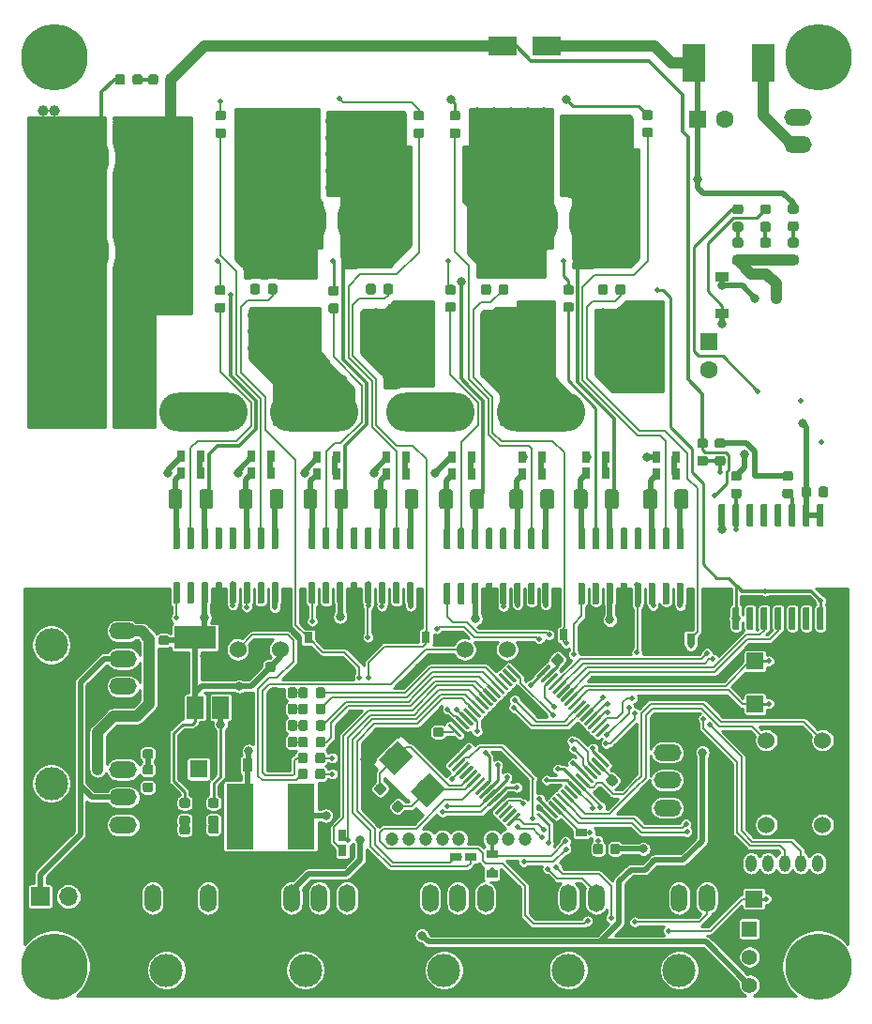
<source format=gbr>
G04 #@! TF.GenerationSoftware,KiCad,Pcbnew,(5.1.4)-1*
G04 #@! TF.CreationDate,2020-03-02T14:57:09+09:00*
G04 #@! TF.ProjectId,SteerMD,53746565-724d-4442-9e6b-696361645f70,rev?*
G04 #@! TF.SameCoordinates,Original*
G04 #@! TF.FileFunction,Copper,L1,Top*
G04 #@! TF.FilePolarity,Positive*
%FSLAX46Y46*%
G04 Gerber Fmt 4.6, Leading zero omitted, Abs format (unit mm)*
G04 Created by KiCad (PCBNEW (5.1.4)-1) date 2020-03-02 14:57:09*
%MOMM*%
%LPD*%
G04 APERTURE LIST*
%ADD10C,0.100000*%
%ADD11C,0.300000*%
%ADD12C,6.000000*%
%ADD13C,1.524000*%
%ADD14C,1.200000*%
%ADD15O,1.500000X2.500000*%
%ADD16C,3.000000*%
%ADD17C,0.600000*%
%ADD18O,2.500000X1.500000*%
%ADD19O,1.000000X1.524000*%
%ADD20C,6.500000*%
%ADD21C,0.875000*%
%ADD22O,8.000000X3.500000*%
%ADD23C,2.000000*%
%ADD24R,1.600000X1.600000*%
%ADD25C,1.600000*%
%ADD26R,2.500000X1.800000*%
%ADD27R,1.200000X0.900000*%
%ADD28R,0.900000X1.200000*%
%ADD29R,1.700000X1.700000*%
%ADD30O,1.700000X1.700000*%
%ADD31R,2.450000X5.900000*%
%ADD32R,2.000000X3.500000*%
%ADD33R,1.500000X1.500000*%
%ADD34R,3.800000X2.000000*%
%ADD35R,1.500000X2.000000*%
%ADD36R,0.800000X1.000000*%
%ADD37R,1.397000X1.397000*%
%ADD38C,1.397000*%
%ADD39R,1.000000X0.800000*%
%ADD40C,1.250000*%
%ADD41C,0.500000*%
%ADD42C,0.800000*%
%ADD43C,1.000000*%
%ADD44C,1.500000*%
%ADD45C,0.200000*%
%ADD46C,0.250000*%
%ADD47C,0.500000*%
%ADD48C,0.300000*%
%ADD49C,1.000000*%
%ADD50C,0.254000*%
G04 APERTURE END LIST*
D10*
G36*
X112134812Y-116813534D02*
G01*
X112142093Y-116814614D01*
X112149232Y-116816402D01*
X112156162Y-116818882D01*
X112162816Y-116822029D01*
X112169129Y-116825813D01*
X112175040Y-116830197D01*
X112180494Y-116835140D01*
X112286560Y-116941206D01*
X112291503Y-116946660D01*
X112295887Y-116952571D01*
X112299671Y-116958884D01*
X112302818Y-116965538D01*
X112305298Y-116972468D01*
X112307086Y-116979607D01*
X112308166Y-116986888D01*
X112308527Y-116994239D01*
X112308166Y-117001590D01*
X112307086Y-117008871D01*
X112305298Y-117016010D01*
X112302818Y-117022940D01*
X112299671Y-117029594D01*
X112295887Y-117035907D01*
X112291503Y-117041818D01*
X112286560Y-117047272D01*
X111296610Y-118037222D01*
X111291156Y-118042165D01*
X111285245Y-118046549D01*
X111278932Y-118050333D01*
X111272278Y-118053480D01*
X111265348Y-118055960D01*
X111258209Y-118057748D01*
X111250928Y-118058828D01*
X111243577Y-118059189D01*
X111236226Y-118058828D01*
X111228945Y-118057748D01*
X111221806Y-118055960D01*
X111214876Y-118053480D01*
X111208222Y-118050333D01*
X111201909Y-118046549D01*
X111195998Y-118042165D01*
X111190544Y-118037222D01*
X111084478Y-117931156D01*
X111079535Y-117925702D01*
X111075151Y-117919791D01*
X111071367Y-117913478D01*
X111068220Y-117906824D01*
X111065740Y-117899894D01*
X111063952Y-117892755D01*
X111062872Y-117885474D01*
X111062511Y-117878123D01*
X111062872Y-117870772D01*
X111063952Y-117863491D01*
X111065740Y-117856352D01*
X111068220Y-117849422D01*
X111071367Y-117842768D01*
X111075151Y-117836455D01*
X111079535Y-117830544D01*
X111084478Y-117825090D01*
X112074428Y-116835140D01*
X112079882Y-116830197D01*
X112085793Y-116825813D01*
X112092106Y-116822029D01*
X112098760Y-116818882D01*
X112105690Y-116816402D01*
X112112829Y-116814614D01*
X112120110Y-116813534D01*
X112127461Y-116813173D01*
X112134812Y-116813534D01*
X112134812Y-116813534D01*
G37*
D11*
X111685519Y-117436181D03*
D10*
G36*
X112488365Y-117167087D02*
G01*
X112495646Y-117168167D01*
X112502785Y-117169955D01*
X112509715Y-117172435D01*
X112516369Y-117175582D01*
X112522682Y-117179366D01*
X112528593Y-117183750D01*
X112534047Y-117188693D01*
X112640113Y-117294759D01*
X112645056Y-117300213D01*
X112649440Y-117306124D01*
X112653224Y-117312437D01*
X112656371Y-117319091D01*
X112658851Y-117326021D01*
X112660639Y-117333160D01*
X112661719Y-117340441D01*
X112662080Y-117347792D01*
X112661719Y-117355143D01*
X112660639Y-117362424D01*
X112658851Y-117369563D01*
X112656371Y-117376493D01*
X112653224Y-117383147D01*
X112649440Y-117389460D01*
X112645056Y-117395371D01*
X112640113Y-117400825D01*
X111650163Y-118390775D01*
X111644709Y-118395718D01*
X111638798Y-118400102D01*
X111632485Y-118403886D01*
X111625831Y-118407033D01*
X111618901Y-118409513D01*
X111611762Y-118411301D01*
X111604481Y-118412381D01*
X111597130Y-118412742D01*
X111589779Y-118412381D01*
X111582498Y-118411301D01*
X111575359Y-118409513D01*
X111568429Y-118407033D01*
X111561775Y-118403886D01*
X111555462Y-118400102D01*
X111549551Y-118395718D01*
X111544097Y-118390775D01*
X111438031Y-118284709D01*
X111433088Y-118279255D01*
X111428704Y-118273344D01*
X111424920Y-118267031D01*
X111421773Y-118260377D01*
X111419293Y-118253447D01*
X111417505Y-118246308D01*
X111416425Y-118239027D01*
X111416064Y-118231676D01*
X111416425Y-118224325D01*
X111417505Y-118217044D01*
X111419293Y-118209905D01*
X111421773Y-118202975D01*
X111424920Y-118196321D01*
X111428704Y-118190008D01*
X111433088Y-118184097D01*
X111438031Y-118178643D01*
X112427981Y-117188693D01*
X112433435Y-117183750D01*
X112439346Y-117179366D01*
X112445659Y-117175582D01*
X112452313Y-117172435D01*
X112459243Y-117169955D01*
X112466382Y-117168167D01*
X112473663Y-117167087D01*
X112481014Y-117166726D01*
X112488365Y-117167087D01*
X112488365Y-117167087D01*
G37*
D11*
X112039072Y-117789734D03*
D10*
G36*
X112841918Y-117520640D02*
G01*
X112849199Y-117521720D01*
X112856338Y-117523508D01*
X112863268Y-117525988D01*
X112869922Y-117529135D01*
X112876235Y-117532919D01*
X112882146Y-117537303D01*
X112887600Y-117542246D01*
X112993666Y-117648312D01*
X112998609Y-117653766D01*
X113002993Y-117659677D01*
X113006777Y-117665990D01*
X113009924Y-117672644D01*
X113012404Y-117679574D01*
X113014192Y-117686713D01*
X113015272Y-117693994D01*
X113015633Y-117701345D01*
X113015272Y-117708696D01*
X113014192Y-117715977D01*
X113012404Y-117723116D01*
X113009924Y-117730046D01*
X113006777Y-117736700D01*
X113002993Y-117743013D01*
X112998609Y-117748924D01*
X112993666Y-117754378D01*
X112003716Y-118744328D01*
X111998262Y-118749271D01*
X111992351Y-118753655D01*
X111986038Y-118757439D01*
X111979384Y-118760586D01*
X111972454Y-118763066D01*
X111965315Y-118764854D01*
X111958034Y-118765934D01*
X111950683Y-118766295D01*
X111943332Y-118765934D01*
X111936051Y-118764854D01*
X111928912Y-118763066D01*
X111921982Y-118760586D01*
X111915328Y-118757439D01*
X111909015Y-118753655D01*
X111903104Y-118749271D01*
X111897650Y-118744328D01*
X111791584Y-118638262D01*
X111786641Y-118632808D01*
X111782257Y-118626897D01*
X111778473Y-118620584D01*
X111775326Y-118613930D01*
X111772846Y-118607000D01*
X111771058Y-118599861D01*
X111769978Y-118592580D01*
X111769617Y-118585229D01*
X111769978Y-118577878D01*
X111771058Y-118570597D01*
X111772846Y-118563458D01*
X111775326Y-118556528D01*
X111778473Y-118549874D01*
X111782257Y-118543561D01*
X111786641Y-118537650D01*
X111791584Y-118532196D01*
X112781534Y-117542246D01*
X112786988Y-117537303D01*
X112792899Y-117532919D01*
X112799212Y-117529135D01*
X112805866Y-117525988D01*
X112812796Y-117523508D01*
X112819935Y-117521720D01*
X112827216Y-117520640D01*
X112834567Y-117520279D01*
X112841918Y-117520640D01*
X112841918Y-117520640D01*
G37*
D11*
X112392625Y-118143287D03*
D10*
G36*
X113195472Y-117874194D02*
G01*
X113202753Y-117875274D01*
X113209892Y-117877062D01*
X113216822Y-117879542D01*
X113223476Y-117882689D01*
X113229789Y-117886473D01*
X113235700Y-117890857D01*
X113241154Y-117895800D01*
X113347220Y-118001866D01*
X113352163Y-118007320D01*
X113356547Y-118013231D01*
X113360331Y-118019544D01*
X113363478Y-118026198D01*
X113365958Y-118033128D01*
X113367746Y-118040267D01*
X113368826Y-118047548D01*
X113369187Y-118054899D01*
X113368826Y-118062250D01*
X113367746Y-118069531D01*
X113365958Y-118076670D01*
X113363478Y-118083600D01*
X113360331Y-118090254D01*
X113356547Y-118096567D01*
X113352163Y-118102478D01*
X113347220Y-118107932D01*
X112357270Y-119097882D01*
X112351816Y-119102825D01*
X112345905Y-119107209D01*
X112339592Y-119110993D01*
X112332938Y-119114140D01*
X112326008Y-119116620D01*
X112318869Y-119118408D01*
X112311588Y-119119488D01*
X112304237Y-119119849D01*
X112296886Y-119119488D01*
X112289605Y-119118408D01*
X112282466Y-119116620D01*
X112275536Y-119114140D01*
X112268882Y-119110993D01*
X112262569Y-119107209D01*
X112256658Y-119102825D01*
X112251204Y-119097882D01*
X112145138Y-118991816D01*
X112140195Y-118986362D01*
X112135811Y-118980451D01*
X112132027Y-118974138D01*
X112128880Y-118967484D01*
X112126400Y-118960554D01*
X112124612Y-118953415D01*
X112123532Y-118946134D01*
X112123171Y-118938783D01*
X112123532Y-118931432D01*
X112124612Y-118924151D01*
X112126400Y-118917012D01*
X112128880Y-118910082D01*
X112132027Y-118903428D01*
X112135811Y-118897115D01*
X112140195Y-118891204D01*
X112145138Y-118885750D01*
X113135088Y-117895800D01*
X113140542Y-117890857D01*
X113146453Y-117886473D01*
X113152766Y-117882689D01*
X113159420Y-117879542D01*
X113166350Y-117877062D01*
X113173489Y-117875274D01*
X113180770Y-117874194D01*
X113188121Y-117873833D01*
X113195472Y-117874194D01*
X113195472Y-117874194D01*
G37*
D11*
X112746179Y-118496841D03*
D10*
G36*
X113549025Y-118227747D02*
G01*
X113556306Y-118228827D01*
X113563445Y-118230615D01*
X113570375Y-118233095D01*
X113577029Y-118236242D01*
X113583342Y-118240026D01*
X113589253Y-118244410D01*
X113594707Y-118249353D01*
X113700773Y-118355419D01*
X113705716Y-118360873D01*
X113710100Y-118366784D01*
X113713884Y-118373097D01*
X113717031Y-118379751D01*
X113719511Y-118386681D01*
X113721299Y-118393820D01*
X113722379Y-118401101D01*
X113722740Y-118408452D01*
X113722379Y-118415803D01*
X113721299Y-118423084D01*
X113719511Y-118430223D01*
X113717031Y-118437153D01*
X113713884Y-118443807D01*
X113710100Y-118450120D01*
X113705716Y-118456031D01*
X113700773Y-118461485D01*
X112710823Y-119451435D01*
X112705369Y-119456378D01*
X112699458Y-119460762D01*
X112693145Y-119464546D01*
X112686491Y-119467693D01*
X112679561Y-119470173D01*
X112672422Y-119471961D01*
X112665141Y-119473041D01*
X112657790Y-119473402D01*
X112650439Y-119473041D01*
X112643158Y-119471961D01*
X112636019Y-119470173D01*
X112629089Y-119467693D01*
X112622435Y-119464546D01*
X112616122Y-119460762D01*
X112610211Y-119456378D01*
X112604757Y-119451435D01*
X112498691Y-119345369D01*
X112493748Y-119339915D01*
X112489364Y-119334004D01*
X112485580Y-119327691D01*
X112482433Y-119321037D01*
X112479953Y-119314107D01*
X112478165Y-119306968D01*
X112477085Y-119299687D01*
X112476724Y-119292336D01*
X112477085Y-119284985D01*
X112478165Y-119277704D01*
X112479953Y-119270565D01*
X112482433Y-119263635D01*
X112485580Y-119256981D01*
X112489364Y-119250668D01*
X112493748Y-119244757D01*
X112498691Y-119239303D01*
X113488641Y-118249353D01*
X113494095Y-118244410D01*
X113500006Y-118240026D01*
X113506319Y-118236242D01*
X113512973Y-118233095D01*
X113519903Y-118230615D01*
X113527042Y-118228827D01*
X113534323Y-118227747D01*
X113541674Y-118227386D01*
X113549025Y-118227747D01*
X113549025Y-118227747D01*
G37*
D11*
X113099732Y-118850394D03*
D10*
G36*
X113902579Y-118581301D02*
G01*
X113909860Y-118582381D01*
X113916999Y-118584169D01*
X113923929Y-118586649D01*
X113930583Y-118589796D01*
X113936896Y-118593580D01*
X113942807Y-118597964D01*
X113948261Y-118602907D01*
X114054327Y-118708973D01*
X114059270Y-118714427D01*
X114063654Y-118720338D01*
X114067438Y-118726651D01*
X114070585Y-118733305D01*
X114073065Y-118740235D01*
X114074853Y-118747374D01*
X114075933Y-118754655D01*
X114076294Y-118762006D01*
X114075933Y-118769357D01*
X114074853Y-118776638D01*
X114073065Y-118783777D01*
X114070585Y-118790707D01*
X114067438Y-118797361D01*
X114063654Y-118803674D01*
X114059270Y-118809585D01*
X114054327Y-118815039D01*
X113064377Y-119804989D01*
X113058923Y-119809932D01*
X113053012Y-119814316D01*
X113046699Y-119818100D01*
X113040045Y-119821247D01*
X113033115Y-119823727D01*
X113025976Y-119825515D01*
X113018695Y-119826595D01*
X113011344Y-119826956D01*
X113003993Y-119826595D01*
X112996712Y-119825515D01*
X112989573Y-119823727D01*
X112982643Y-119821247D01*
X112975989Y-119818100D01*
X112969676Y-119814316D01*
X112963765Y-119809932D01*
X112958311Y-119804989D01*
X112852245Y-119698923D01*
X112847302Y-119693469D01*
X112842918Y-119687558D01*
X112839134Y-119681245D01*
X112835987Y-119674591D01*
X112833507Y-119667661D01*
X112831719Y-119660522D01*
X112830639Y-119653241D01*
X112830278Y-119645890D01*
X112830639Y-119638539D01*
X112831719Y-119631258D01*
X112833507Y-119624119D01*
X112835987Y-119617189D01*
X112839134Y-119610535D01*
X112842918Y-119604222D01*
X112847302Y-119598311D01*
X112852245Y-119592857D01*
X113842195Y-118602907D01*
X113847649Y-118597964D01*
X113853560Y-118593580D01*
X113859873Y-118589796D01*
X113866527Y-118586649D01*
X113873457Y-118584169D01*
X113880596Y-118582381D01*
X113887877Y-118581301D01*
X113895228Y-118580940D01*
X113902579Y-118581301D01*
X113902579Y-118581301D01*
G37*
D11*
X113453286Y-119203948D03*
D10*
G36*
X114256132Y-118934854D02*
G01*
X114263413Y-118935934D01*
X114270552Y-118937722D01*
X114277482Y-118940202D01*
X114284136Y-118943349D01*
X114290449Y-118947133D01*
X114296360Y-118951517D01*
X114301814Y-118956460D01*
X114407880Y-119062526D01*
X114412823Y-119067980D01*
X114417207Y-119073891D01*
X114420991Y-119080204D01*
X114424138Y-119086858D01*
X114426618Y-119093788D01*
X114428406Y-119100927D01*
X114429486Y-119108208D01*
X114429847Y-119115559D01*
X114429486Y-119122910D01*
X114428406Y-119130191D01*
X114426618Y-119137330D01*
X114424138Y-119144260D01*
X114420991Y-119150914D01*
X114417207Y-119157227D01*
X114412823Y-119163138D01*
X114407880Y-119168592D01*
X113417930Y-120158542D01*
X113412476Y-120163485D01*
X113406565Y-120167869D01*
X113400252Y-120171653D01*
X113393598Y-120174800D01*
X113386668Y-120177280D01*
X113379529Y-120179068D01*
X113372248Y-120180148D01*
X113364897Y-120180509D01*
X113357546Y-120180148D01*
X113350265Y-120179068D01*
X113343126Y-120177280D01*
X113336196Y-120174800D01*
X113329542Y-120171653D01*
X113323229Y-120167869D01*
X113317318Y-120163485D01*
X113311864Y-120158542D01*
X113205798Y-120052476D01*
X113200855Y-120047022D01*
X113196471Y-120041111D01*
X113192687Y-120034798D01*
X113189540Y-120028144D01*
X113187060Y-120021214D01*
X113185272Y-120014075D01*
X113184192Y-120006794D01*
X113183831Y-119999443D01*
X113184192Y-119992092D01*
X113185272Y-119984811D01*
X113187060Y-119977672D01*
X113189540Y-119970742D01*
X113192687Y-119964088D01*
X113196471Y-119957775D01*
X113200855Y-119951864D01*
X113205798Y-119946410D01*
X114195748Y-118956460D01*
X114201202Y-118951517D01*
X114207113Y-118947133D01*
X114213426Y-118943349D01*
X114220080Y-118940202D01*
X114227010Y-118937722D01*
X114234149Y-118935934D01*
X114241430Y-118934854D01*
X114248781Y-118934493D01*
X114256132Y-118934854D01*
X114256132Y-118934854D01*
G37*
D11*
X113806839Y-119557501D03*
D10*
G36*
X114609685Y-119288407D02*
G01*
X114616966Y-119289487D01*
X114624105Y-119291275D01*
X114631035Y-119293755D01*
X114637689Y-119296902D01*
X114644002Y-119300686D01*
X114649913Y-119305070D01*
X114655367Y-119310013D01*
X114761433Y-119416079D01*
X114766376Y-119421533D01*
X114770760Y-119427444D01*
X114774544Y-119433757D01*
X114777691Y-119440411D01*
X114780171Y-119447341D01*
X114781959Y-119454480D01*
X114783039Y-119461761D01*
X114783400Y-119469112D01*
X114783039Y-119476463D01*
X114781959Y-119483744D01*
X114780171Y-119490883D01*
X114777691Y-119497813D01*
X114774544Y-119504467D01*
X114770760Y-119510780D01*
X114766376Y-119516691D01*
X114761433Y-119522145D01*
X113771483Y-120512095D01*
X113766029Y-120517038D01*
X113760118Y-120521422D01*
X113753805Y-120525206D01*
X113747151Y-120528353D01*
X113740221Y-120530833D01*
X113733082Y-120532621D01*
X113725801Y-120533701D01*
X113718450Y-120534062D01*
X113711099Y-120533701D01*
X113703818Y-120532621D01*
X113696679Y-120530833D01*
X113689749Y-120528353D01*
X113683095Y-120525206D01*
X113676782Y-120521422D01*
X113670871Y-120517038D01*
X113665417Y-120512095D01*
X113559351Y-120406029D01*
X113554408Y-120400575D01*
X113550024Y-120394664D01*
X113546240Y-120388351D01*
X113543093Y-120381697D01*
X113540613Y-120374767D01*
X113538825Y-120367628D01*
X113537745Y-120360347D01*
X113537384Y-120352996D01*
X113537745Y-120345645D01*
X113538825Y-120338364D01*
X113540613Y-120331225D01*
X113543093Y-120324295D01*
X113546240Y-120317641D01*
X113550024Y-120311328D01*
X113554408Y-120305417D01*
X113559351Y-120299963D01*
X114549301Y-119310013D01*
X114554755Y-119305070D01*
X114560666Y-119300686D01*
X114566979Y-119296902D01*
X114573633Y-119293755D01*
X114580563Y-119291275D01*
X114587702Y-119289487D01*
X114594983Y-119288407D01*
X114602334Y-119288046D01*
X114609685Y-119288407D01*
X114609685Y-119288407D01*
G37*
D11*
X114160392Y-119911054D03*
D10*
G36*
X114963239Y-119641961D02*
G01*
X114970520Y-119643041D01*
X114977659Y-119644829D01*
X114984589Y-119647309D01*
X114991243Y-119650456D01*
X114997556Y-119654240D01*
X115003467Y-119658624D01*
X115008921Y-119663567D01*
X115114987Y-119769633D01*
X115119930Y-119775087D01*
X115124314Y-119780998D01*
X115128098Y-119787311D01*
X115131245Y-119793965D01*
X115133725Y-119800895D01*
X115135513Y-119808034D01*
X115136593Y-119815315D01*
X115136954Y-119822666D01*
X115136593Y-119830017D01*
X115135513Y-119837298D01*
X115133725Y-119844437D01*
X115131245Y-119851367D01*
X115128098Y-119858021D01*
X115124314Y-119864334D01*
X115119930Y-119870245D01*
X115114987Y-119875699D01*
X114125037Y-120865649D01*
X114119583Y-120870592D01*
X114113672Y-120874976D01*
X114107359Y-120878760D01*
X114100705Y-120881907D01*
X114093775Y-120884387D01*
X114086636Y-120886175D01*
X114079355Y-120887255D01*
X114072004Y-120887616D01*
X114064653Y-120887255D01*
X114057372Y-120886175D01*
X114050233Y-120884387D01*
X114043303Y-120881907D01*
X114036649Y-120878760D01*
X114030336Y-120874976D01*
X114024425Y-120870592D01*
X114018971Y-120865649D01*
X113912905Y-120759583D01*
X113907962Y-120754129D01*
X113903578Y-120748218D01*
X113899794Y-120741905D01*
X113896647Y-120735251D01*
X113894167Y-120728321D01*
X113892379Y-120721182D01*
X113891299Y-120713901D01*
X113890938Y-120706550D01*
X113891299Y-120699199D01*
X113892379Y-120691918D01*
X113894167Y-120684779D01*
X113896647Y-120677849D01*
X113899794Y-120671195D01*
X113903578Y-120664882D01*
X113907962Y-120658971D01*
X113912905Y-120653517D01*
X114902855Y-119663567D01*
X114908309Y-119658624D01*
X114914220Y-119654240D01*
X114920533Y-119650456D01*
X114927187Y-119647309D01*
X114934117Y-119644829D01*
X114941256Y-119643041D01*
X114948537Y-119641961D01*
X114955888Y-119641600D01*
X114963239Y-119641961D01*
X114963239Y-119641961D01*
G37*
D11*
X114513946Y-120264608D03*
D10*
G36*
X115316792Y-119995514D02*
G01*
X115324073Y-119996594D01*
X115331212Y-119998382D01*
X115338142Y-120000862D01*
X115344796Y-120004009D01*
X115351109Y-120007793D01*
X115357020Y-120012177D01*
X115362474Y-120017120D01*
X115468540Y-120123186D01*
X115473483Y-120128640D01*
X115477867Y-120134551D01*
X115481651Y-120140864D01*
X115484798Y-120147518D01*
X115487278Y-120154448D01*
X115489066Y-120161587D01*
X115490146Y-120168868D01*
X115490507Y-120176219D01*
X115490146Y-120183570D01*
X115489066Y-120190851D01*
X115487278Y-120197990D01*
X115484798Y-120204920D01*
X115481651Y-120211574D01*
X115477867Y-120217887D01*
X115473483Y-120223798D01*
X115468540Y-120229252D01*
X114478590Y-121219202D01*
X114473136Y-121224145D01*
X114467225Y-121228529D01*
X114460912Y-121232313D01*
X114454258Y-121235460D01*
X114447328Y-121237940D01*
X114440189Y-121239728D01*
X114432908Y-121240808D01*
X114425557Y-121241169D01*
X114418206Y-121240808D01*
X114410925Y-121239728D01*
X114403786Y-121237940D01*
X114396856Y-121235460D01*
X114390202Y-121232313D01*
X114383889Y-121228529D01*
X114377978Y-121224145D01*
X114372524Y-121219202D01*
X114266458Y-121113136D01*
X114261515Y-121107682D01*
X114257131Y-121101771D01*
X114253347Y-121095458D01*
X114250200Y-121088804D01*
X114247720Y-121081874D01*
X114245932Y-121074735D01*
X114244852Y-121067454D01*
X114244491Y-121060103D01*
X114244852Y-121052752D01*
X114245932Y-121045471D01*
X114247720Y-121038332D01*
X114250200Y-121031402D01*
X114253347Y-121024748D01*
X114257131Y-121018435D01*
X114261515Y-121012524D01*
X114266458Y-121007070D01*
X115256408Y-120017120D01*
X115261862Y-120012177D01*
X115267773Y-120007793D01*
X115274086Y-120004009D01*
X115280740Y-120000862D01*
X115287670Y-119998382D01*
X115294809Y-119996594D01*
X115302090Y-119995514D01*
X115309441Y-119995153D01*
X115316792Y-119995514D01*
X115316792Y-119995514D01*
G37*
D11*
X114867499Y-120618161D03*
D10*
G36*
X115670345Y-120349067D02*
G01*
X115677626Y-120350147D01*
X115684765Y-120351935D01*
X115691695Y-120354415D01*
X115698349Y-120357562D01*
X115704662Y-120361346D01*
X115710573Y-120365730D01*
X115716027Y-120370673D01*
X115822093Y-120476739D01*
X115827036Y-120482193D01*
X115831420Y-120488104D01*
X115835204Y-120494417D01*
X115838351Y-120501071D01*
X115840831Y-120508001D01*
X115842619Y-120515140D01*
X115843699Y-120522421D01*
X115844060Y-120529772D01*
X115843699Y-120537123D01*
X115842619Y-120544404D01*
X115840831Y-120551543D01*
X115838351Y-120558473D01*
X115835204Y-120565127D01*
X115831420Y-120571440D01*
X115827036Y-120577351D01*
X115822093Y-120582805D01*
X114832143Y-121572755D01*
X114826689Y-121577698D01*
X114820778Y-121582082D01*
X114814465Y-121585866D01*
X114807811Y-121589013D01*
X114800881Y-121591493D01*
X114793742Y-121593281D01*
X114786461Y-121594361D01*
X114779110Y-121594722D01*
X114771759Y-121594361D01*
X114764478Y-121593281D01*
X114757339Y-121591493D01*
X114750409Y-121589013D01*
X114743755Y-121585866D01*
X114737442Y-121582082D01*
X114731531Y-121577698D01*
X114726077Y-121572755D01*
X114620011Y-121466689D01*
X114615068Y-121461235D01*
X114610684Y-121455324D01*
X114606900Y-121449011D01*
X114603753Y-121442357D01*
X114601273Y-121435427D01*
X114599485Y-121428288D01*
X114598405Y-121421007D01*
X114598044Y-121413656D01*
X114598405Y-121406305D01*
X114599485Y-121399024D01*
X114601273Y-121391885D01*
X114603753Y-121384955D01*
X114606900Y-121378301D01*
X114610684Y-121371988D01*
X114615068Y-121366077D01*
X114620011Y-121360623D01*
X115609961Y-120370673D01*
X115615415Y-120365730D01*
X115621326Y-120361346D01*
X115627639Y-120357562D01*
X115634293Y-120354415D01*
X115641223Y-120351935D01*
X115648362Y-120350147D01*
X115655643Y-120349067D01*
X115662994Y-120348706D01*
X115670345Y-120349067D01*
X115670345Y-120349067D01*
G37*
D11*
X115221052Y-120971714D03*
D10*
G36*
X116023899Y-120702621D02*
G01*
X116031180Y-120703701D01*
X116038319Y-120705489D01*
X116045249Y-120707969D01*
X116051903Y-120711116D01*
X116058216Y-120714900D01*
X116064127Y-120719284D01*
X116069581Y-120724227D01*
X116175647Y-120830293D01*
X116180590Y-120835747D01*
X116184974Y-120841658D01*
X116188758Y-120847971D01*
X116191905Y-120854625D01*
X116194385Y-120861555D01*
X116196173Y-120868694D01*
X116197253Y-120875975D01*
X116197614Y-120883326D01*
X116197253Y-120890677D01*
X116196173Y-120897958D01*
X116194385Y-120905097D01*
X116191905Y-120912027D01*
X116188758Y-120918681D01*
X116184974Y-120924994D01*
X116180590Y-120930905D01*
X116175647Y-120936359D01*
X115185697Y-121926309D01*
X115180243Y-121931252D01*
X115174332Y-121935636D01*
X115168019Y-121939420D01*
X115161365Y-121942567D01*
X115154435Y-121945047D01*
X115147296Y-121946835D01*
X115140015Y-121947915D01*
X115132664Y-121948276D01*
X115125313Y-121947915D01*
X115118032Y-121946835D01*
X115110893Y-121945047D01*
X115103963Y-121942567D01*
X115097309Y-121939420D01*
X115090996Y-121935636D01*
X115085085Y-121931252D01*
X115079631Y-121926309D01*
X114973565Y-121820243D01*
X114968622Y-121814789D01*
X114964238Y-121808878D01*
X114960454Y-121802565D01*
X114957307Y-121795911D01*
X114954827Y-121788981D01*
X114953039Y-121781842D01*
X114951959Y-121774561D01*
X114951598Y-121767210D01*
X114951959Y-121759859D01*
X114953039Y-121752578D01*
X114954827Y-121745439D01*
X114957307Y-121738509D01*
X114960454Y-121731855D01*
X114964238Y-121725542D01*
X114968622Y-121719631D01*
X114973565Y-121714177D01*
X115963515Y-120724227D01*
X115968969Y-120719284D01*
X115974880Y-120714900D01*
X115981193Y-120711116D01*
X115987847Y-120707969D01*
X115994777Y-120705489D01*
X116001916Y-120703701D01*
X116009197Y-120702621D01*
X116016548Y-120702260D01*
X116023899Y-120702621D01*
X116023899Y-120702621D01*
G37*
D11*
X115574606Y-121325268D03*
D10*
G36*
X116377452Y-121056174D02*
G01*
X116384733Y-121057254D01*
X116391872Y-121059042D01*
X116398802Y-121061522D01*
X116405456Y-121064669D01*
X116411769Y-121068453D01*
X116417680Y-121072837D01*
X116423134Y-121077780D01*
X116529200Y-121183846D01*
X116534143Y-121189300D01*
X116538527Y-121195211D01*
X116542311Y-121201524D01*
X116545458Y-121208178D01*
X116547938Y-121215108D01*
X116549726Y-121222247D01*
X116550806Y-121229528D01*
X116551167Y-121236879D01*
X116550806Y-121244230D01*
X116549726Y-121251511D01*
X116547938Y-121258650D01*
X116545458Y-121265580D01*
X116542311Y-121272234D01*
X116538527Y-121278547D01*
X116534143Y-121284458D01*
X116529200Y-121289912D01*
X115539250Y-122279862D01*
X115533796Y-122284805D01*
X115527885Y-122289189D01*
X115521572Y-122292973D01*
X115514918Y-122296120D01*
X115507988Y-122298600D01*
X115500849Y-122300388D01*
X115493568Y-122301468D01*
X115486217Y-122301829D01*
X115478866Y-122301468D01*
X115471585Y-122300388D01*
X115464446Y-122298600D01*
X115457516Y-122296120D01*
X115450862Y-122292973D01*
X115444549Y-122289189D01*
X115438638Y-122284805D01*
X115433184Y-122279862D01*
X115327118Y-122173796D01*
X115322175Y-122168342D01*
X115317791Y-122162431D01*
X115314007Y-122156118D01*
X115310860Y-122149464D01*
X115308380Y-122142534D01*
X115306592Y-122135395D01*
X115305512Y-122128114D01*
X115305151Y-122120763D01*
X115305512Y-122113412D01*
X115306592Y-122106131D01*
X115308380Y-122098992D01*
X115310860Y-122092062D01*
X115314007Y-122085408D01*
X115317791Y-122079095D01*
X115322175Y-122073184D01*
X115327118Y-122067730D01*
X116317068Y-121077780D01*
X116322522Y-121072837D01*
X116328433Y-121068453D01*
X116334746Y-121064669D01*
X116341400Y-121061522D01*
X116348330Y-121059042D01*
X116355469Y-121057254D01*
X116362750Y-121056174D01*
X116370101Y-121055813D01*
X116377452Y-121056174D01*
X116377452Y-121056174D01*
G37*
D11*
X115928159Y-121678821D03*
D10*
G36*
X116731006Y-121409728D02*
G01*
X116738287Y-121410808D01*
X116745426Y-121412596D01*
X116752356Y-121415076D01*
X116759010Y-121418223D01*
X116765323Y-121422007D01*
X116771234Y-121426391D01*
X116776688Y-121431334D01*
X116882754Y-121537400D01*
X116887697Y-121542854D01*
X116892081Y-121548765D01*
X116895865Y-121555078D01*
X116899012Y-121561732D01*
X116901492Y-121568662D01*
X116903280Y-121575801D01*
X116904360Y-121583082D01*
X116904721Y-121590433D01*
X116904360Y-121597784D01*
X116903280Y-121605065D01*
X116901492Y-121612204D01*
X116899012Y-121619134D01*
X116895865Y-121625788D01*
X116892081Y-121632101D01*
X116887697Y-121638012D01*
X116882754Y-121643466D01*
X115892804Y-122633416D01*
X115887350Y-122638359D01*
X115881439Y-122642743D01*
X115875126Y-122646527D01*
X115868472Y-122649674D01*
X115861542Y-122652154D01*
X115854403Y-122653942D01*
X115847122Y-122655022D01*
X115839771Y-122655383D01*
X115832420Y-122655022D01*
X115825139Y-122653942D01*
X115818000Y-122652154D01*
X115811070Y-122649674D01*
X115804416Y-122646527D01*
X115798103Y-122642743D01*
X115792192Y-122638359D01*
X115786738Y-122633416D01*
X115680672Y-122527350D01*
X115675729Y-122521896D01*
X115671345Y-122515985D01*
X115667561Y-122509672D01*
X115664414Y-122503018D01*
X115661934Y-122496088D01*
X115660146Y-122488949D01*
X115659066Y-122481668D01*
X115658705Y-122474317D01*
X115659066Y-122466966D01*
X115660146Y-122459685D01*
X115661934Y-122452546D01*
X115664414Y-122445616D01*
X115667561Y-122438962D01*
X115671345Y-122432649D01*
X115675729Y-122426738D01*
X115680672Y-122421284D01*
X116670622Y-121431334D01*
X116676076Y-121426391D01*
X116681987Y-121422007D01*
X116688300Y-121418223D01*
X116694954Y-121415076D01*
X116701884Y-121412596D01*
X116709023Y-121410808D01*
X116716304Y-121409728D01*
X116723655Y-121409367D01*
X116731006Y-121409728D01*
X116731006Y-121409728D01*
G37*
D11*
X116281713Y-122032375D03*
D10*
G36*
X117084559Y-121763281D02*
G01*
X117091840Y-121764361D01*
X117098979Y-121766149D01*
X117105909Y-121768629D01*
X117112563Y-121771776D01*
X117118876Y-121775560D01*
X117124787Y-121779944D01*
X117130241Y-121784887D01*
X117236307Y-121890953D01*
X117241250Y-121896407D01*
X117245634Y-121902318D01*
X117249418Y-121908631D01*
X117252565Y-121915285D01*
X117255045Y-121922215D01*
X117256833Y-121929354D01*
X117257913Y-121936635D01*
X117258274Y-121943986D01*
X117257913Y-121951337D01*
X117256833Y-121958618D01*
X117255045Y-121965757D01*
X117252565Y-121972687D01*
X117249418Y-121979341D01*
X117245634Y-121985654D01*
X117241250Y-121991565D01*
X117236307Y-121997019D01*
X116246357Y-122986969D01*
X116240903Y-122991912D01*
X116234992Y-122996296D01*
X116228679Y-123000080D01*
X116222025Y-123003227D01*
X116215095Y-123005707D01*
X116207956Y-123007495D01*
X116200675Y-123008575D01*
X116193324Y-123008936D01*
X116185973Y-123008575D01*
X116178692Y-123007495D01*
X116171553Y-123005707D01*
X116164623Y-123003227D01*
X116157969Y-123000080D01*
X116151656Y-122996296D01*
X116145745Y-122991912D01*
X116140291Y-122986969D01*
X116034225Y-122880903D01*
X116029282Y-122875449D01*
X116024898Y-122869538D01*
X116021114Y-122863225D01*
X116017967Y-122856571D01*
X116015487Y-122849641D01*
X116013699Y-122842502D01*
X116012619Y-122835221D01*
X116012258Y-122827870D01*
X116012619Y-122820519D01*
X116013699Y-122813238D01*
X116015487Y-122806099D01*
X116017967Y-122799169D01*
X116021114Y-122792515D01*
X116024898Y-122786202D01*
X116029282Y-122780291D01*
X116034225Y-122774837D01*
X117024175Y-121784887D01*
X117029629Y-121779944D01*
X117035540Y-121775560D01*
X117041853Y-121771776D01*
X117048507Y-121768629D01*
X117055437Y-121766149D01*
X117062576Y-121764361D01*
X117069857Y-121763281D01*
X117077208Y-121762920D01*
X117084559Y-121763281D01*
X117084559Y-121763281D01*
G37*
D11*
X116635266Y-122385928D03*
D10*
G36*
X117438112Y-122116834D02*
G01*
X117445393Y-122117914D01*
X117452532Y-122119702D01*
X117459462Y-122122182D01*
X117466116Y-122125329D01*
X117472429Y-122129113D01*
X117478340Y-122133497D01*
X117483794Y-122138440D01*
X117589860Y-122244506D01*
X117594803Y-122249960D01*
X117599187Y-122255871D01*
X117602971Y-122262184D01*
X117606118Y-122268838D01*
X117608598Y-122275768D01*
X117610386Y-122282907D01*
X117611466Y-122290188D01*
X117611827Y-122297539D01*
X117611466Y-122304890D01*
X117610386Y-122312171D01*
X117608598Y-122319310D01*
X117606118Y-122326240D01*
X117602971Y-122332894D01*
X117599187Y-122339207D01*
X117594803Y-122345118D01*
X117589860Y-122350572D01*
X116599910Y-123340522D01*
X116594456Y-123345465D01*
X116588545Y-123349849D01*
X116582232Y-123353633D01*
X116575578Y-123356780D01*
X116568648Y-123359260D01*
X116561509Y-123361048D01*
X116554228Y-123362128D01*
X116546877Y-123362489D01*
X116539526Y-123362128D01*
X116532245Y-123361048D01*
X116525106Y-123359260D01*
X116518176Y-123356780D01*
X116511522Y-123353633D01*
X116505209Y-123349849D01*
X116499298Y-123345465D01*
X116493844Y-123340522D01*
X116387778Y-123234456D01*
X116382835Y-123229002D01*
X116378451Y-123223091D01*
X116374667Y-123216778D01*
X116371520Y-123210124D01*
X116369040Y-123203194D01*
X116367252Y-123196055D01*
X116366172Y-123188774D01*
X116365811Y-123181423D01*
X116366172Y-123174072D01*
X116367252Y-123166791D01*
X116369040Y-123159652D01*
X116371520Y-123152722D01*
X116374667Y-123146068D01*
X116378451Y-123139755D01*
X116382835Y-123133844D01*
X116387778Y-123128390D01*
X117377728Y-122138440D01*
X117383182Y-122133497D01*
X117389093Y-122129113D01*
X117395406Y-122125329D01*
X117402060Y-122122182D01*
X117408990Y-122119702D01*
X117416129Y-122117914D01*
X117423410Y-122116834D01*
X117430761Y-122116473D01*
X117438112Y-122116834D01*
X117438112Y-122116834D01*
G37*
D11*
X116988819Y-122739481D03*
D10*
G36*
X119276590Y-122116834D02*
G01*
X119283871Y-122117914D01*
X119291010Y-122119702D01*
X119297940Y-122122182D01*
X119304594Y-122125329D01*
X119310907Y-122129113D01*
X119316818Y-122133497D01*
X119322272Y-122138440D01*
X120312222Y-123128390D01*
X120317165Y-123133844D01*
X120321549Y-123139755D01*
X120325333Y-123146068D01*
X120328480Y-123152722D01*
X120330960Y-123159652D01*
X120332748Y-123166791D01*
X120333828Y-123174072D01*
X120334189Y-123181423D01*
X120333828Y-123188774D01*
X120332748Y-123196055D01*
X120330960Y-123203194D01*
X120328480Y-123210124D01*
X120325333Y-123216778D01*
X120321549Y-123223091D01*
X120317165Y-123229002D01*
X120312222Y-123234456D01*
X120206156Y-123340522D01*
X120200702Y-123345465D01*
X120194791Y-123349849D01*
X120188478Y-123353633D01*
X120181824Y-123356780D01*
X120174894Y-123359260D01*
X120167755Y-123361048D01*
X120160474Y-123362128D01*
X120153123Y-123362489D01*
X120145772Y-123362128D01*
X120138491Y-123361048D01*
X120131352Y-123359260D01*
X120124422Y-123356780D01*
X120117768Y-123353633D01*
X120111455Y-123349849D01*
X120105544Y-123345465D01*
X120100090Y-123340522D01*
X119110140Y-122350572D01*
X119105197Y-122345118D01*
X119100813Y-122339207D01*
X119097029Y-122332894D01*
X119093882Y-122326240D01*
X119091402Y-122319310D01*
X119089614Y-122312171D01*
X119088534Y-122304890D01*
X119088173Y-122297539D01*
X119088534Y-122290188D01*
X119089614Y-122282907D01*
X119091402Y-122275768D01*
X119093882Y-122268838D01*
X119097029Y-122262184D01*
X119100813Y-122255871D01*
X119105197Y-122249960D01*
X119110140Y-122244506D01*
X119216206Y-122138440D01*
X119221660Y-122133497D01*
X119227571Y-122129113D01*
X119233884Y-122125329D01*
X119240538Y-122122182D01*
X119247468Y-122119702D01*
X119254607Y-122117914D01*
X119261888Y-122116834D01*
X119269239Y-122116473D01*
X119276590Y-122116834D01*
X119276590Y-122116834D01*
G37*
D11*
X119711181Y-122739481D03*
D10*
G36*
X119630143Y-121763281D02*
G01*
X119637424Y-121764361D01*
X119644563Y-121766149D01*
X119651493Y-121768629D01*
X119658147Y-121771776D01*
X119664460Y-121775560D01*
X119670371Y-121779944D01*
X119675825Y-121784887D01*
X120665775Y-122774837D01*
X120670718Y-122780291D01*
X120675102Y-122786202D01*
X120678886Y-122792515D01*
X120682033Y-122799169D01*
X120684513Y-122806099D01*
X120686301Y-122813238D01*
X120687381Y-122820519D01*
X120687742Y-122827870D01*
X120687381Y-122835221D01*
X120686301Y-122842502D01*
X120684513Y-122849641D01*
X120682033Y-122856571D01*
X120678886Y-122863225D01*
X120675102Y-122869538D01*
X120670718Y-122875449D01*
X120665775Y-122880903D01*
X120559709Y-122986969D01*
X120554255Y-122991912D01*
X120548344Y-122996296D01*
X120542031Y-123000080D01*
X120535377Y-123003227D01*
X120528447Y-123005707D01*
X120521308Y-123007495D01*
X120514027Y-123008575D01*
X120506676Y-123008936D01*
X120499325Y-123008575D01*
X120492044Y-123007495D01*
X120484905Y-123005707D01*
X120477975Y-123003227D01*
X120471321Y-123000080D01*
X120465008Y-122996296D01*
X120459097Y-122991912D01*
X120453643Y-122986969D01*
X119463693Y-121997019D01*
X119458750Y-121991565D01*
X119454366Y-121985654D01*
X119450582Y-121979341D01*
X119447435Y-121972687D01*
X119444955Y-121965757D01*
X119443167Y-121958618D01*
X119442087Y-121951337D01*
X119441726Y-121943986D01*
X119442087Y-121936635D01*
X119443167Y-121929354D01*
X119444955Y-121922215D01*
X119447435Y-121915285D01*
X119450582Y-121908631D01*
X119454366Y-121902318D01*
X119458750Y-121896407D01*
X119463693Y-121890953D01*
X119569759Y-121784887D01*
X119575213Y-121779944D01*
X119581124Y-121775560D01*
X119587437Y-121771776D01*
X119594091Y-121768629D01*
X119601021Y-121766149D01*
X119608160Y-121764361D01*
X119615441Y-121763281D01*
X119622792Y-121762920D01*
X119630143Y-121763281D01*
X119630143Y-121763281D01*
G37*
D11*
X120064734Y-122385928D03*
D10*
G36*
X119983696Y-121409728D02*
G01*
X119990977Y-121410808D01*
X119998116Y-121412596D01*
X120005046Y-121415076D01*
X120011700Y-121418223D01*
X120018013Y-121422007D01*
X120023924Y-121426391D01*
X120029378Y-121431334D01*
X121019328Y-122421284D01*
X121024271Y-122426738D01*
X121028655Y-122432649D01*
X121032439Y-122438962D01*
X121035586Y-122445616D01*
X121038066Y-122452546D01*
X121039854Y-122459685D01*
X121040934Y-122466966D01*
X121041295Y-122474317D01*
X121040934Y-122481668D01*
X121039854Y-122488949D01*
X121038066Y-122496088D01*
X121035586Y-122503018D01*
X121032439Y-122509672D01*
X121028655Y-122515985D01*
X121024271Y-122521896D01*
X121019328Y-122527350D01*
X120913262Y-122633416D01*
X120907808Y-122638359D01*
X120901897Y-122642743D01*
X120895584Y-122646527D01*
X120888930Y-122649674D01*
X120882000Y-122652154D01*
X120874861Y-122653942D01*
X120867580Y-122655022D01*
X120860229Y-122655383D01*
X120852878Y-122655022D01*
X120845597Y-122653942D01*
X120838458Y-122652154D01*
X120831528Y-122649674D01*
X120824874Y-122646527D01*
X120818561Y-122642743D01*
X120812650Y-122638359D01*
X120807196Y-122633416D01*
X119817246Y-121643466D01*
X119812303Y-121638012D01*
X119807919Y-121632101D01*
X119804135Y-121625788D01*
X119800988Y-121619134D01*
X119798508Y-121612204D01*
X119796720Y-121605065D01*
X119795640Y-121597784D01*
X119795279Y-121590433D01*
X119795640Y-121583082D01*
X119796720Y-121575801D01*
X119798508Y-121568662D01*
X119800988Y-121561732D01*
X119804135Y-121555078D01*
X119807919Y-121548765D01*
X119812303Y-121542854D01*
X119817246Y-121537400D01*
X119923312Y-121431334D01*
X119928766Y-121426391D01*
X119934677Y-121422007D01*
X119940990Y-121418223D01*
X119947644Y-121415076D01*
X119954574Y-121412596D01*
X119961713Y-121410808D01*
X119968994Y-121409728D01*
X119976345Y-121409367D01*
X119983696Y-121409728D01*
X119983696Y-121409728D01*
G37*
D11*
X120418287Y-122032375D03*
D10*
G36*
X120337250Y-121056174D02*
G01*
X120344531Y-121057254D01*
X120351670Y-121059042D01*
X120358600Y-121061522D01*
X120365254Y-121064669D01*
X120371567Y-121068453D01*
X120377478Y-121072837D01*
X120382932Y-121077780D01*
X121372882Y-122067730D01*
X121377825Y-122073184D01*
X121382209Y-122079095D01*
X121385993Y-122085408D01*
X121389140Y-122092062D01*
X121391620Y-122098992D01*
X121393408Y-122106131D01*
X121394488Y-122113412D01*
X121394849Y-122120763D01*
X121394488Y-122128114D01*
X121393408Y-122135395D01*
X121391620Y-122142534D01*
X121389140Y-122149464D01*
X121385993Y-122156118D01*
X121382209Y-122162431D01*
X121377825Y-122168342D01*
X121372882Y-122173796D01*
X121266816Y-122279862D01*
X121261362Y-122284805D01*
X121255451Y-122289189D01*
X121249138Y-122292973D01*
X121242484Y-122296120D01*
X121235554Y-122298600D01*
X121228415Y-122300388D01*
X121221134Y-122301468D01*
X121213783Y-122301829D01*
X121206432Y-122301468D01*
X121199151Y-122300388D01*
X121192012Y-122298600D01*
X121185082Y-122296120D01*
X121178428Y-122292973D01*
X121172115Y-122289189D01*
X121166204Y-122284805D01*
X121160750Y-122279862D01*
X120170800Y-121289912D01*
X120165857Y-121284458D01*
X120161473Y-121278547D01*
X120157689Y-121272234D01*
X120154542Y-121265580D01*
X120152062Y-121258650D01*
X120150274Y-121251511D01*
X120149194Y-121244230D01*
X120148833Y-121236879D01*
X120149194Y-121229528D01*
X120150274Y-121222247D01*
X120152062Y-121215108D01*
X120154542Y-121208178D01*
X120157689Y-121201524D01*
X120161473Y-121195211D01*
X120165857Y-121189300D01*
X120170800Y-121183846D01*
X120276866Y-121077780D01*
X120282320Y-121072837D01*
X120288231Y-121068453D01*
X120294544Y-121064669D01*
X120301198Y-121061522D01*
X120308128Y-121059042D01*
X120315267Y-121057254D01*
X120322548Y-121056174D01*
X120329899Y-121055813D01*
X120337250Y-121056174D01*
X120337250Y-121056174D01*
G37*
D11*
X120771841Y-121678821D03*
D10*
G36*
X120690803Y-120702621D02*
G01*
X120698084Y-120703701D01*
X120705223Y-120705489D01*
X120712153Y-120707969D01*
X120718807Y-120711116D01*
X120725120Y-120714900D01*
X120731031Y-120719284D01*
X120736485Y-120724227D01*
X121726435Y-121714177D01*
X121731378Y-121719631D01*
X121735762Y-121725542D01*
X121739546Y-121731855D01*
X121742693Y-121738509D01*
X121745173Y-121745439D01*
X121746961Y-121752578D01*
X121748041Y-121759859D01*
X121748402Y-121767210D01*
X121748041Y-121774561D01*
X121746961Y-121781842D01*
X121745173Y-121788981D01*
X121742693Y-121795911D01*
X121739546Y-121802565D01*
X121735762Y-121808878D01*
X121731378Y-121814789D01*
X121726435Y-121820243D01*
X121620369Y-121926309D01*
X121614915Y-121931252D01*
X121609004Y-121935636D01*
X121602691Y-121939420D01*
X121596037Y-121942567D01*
X121589107Y-121945047D01*
X121581968Y-121946835D01*
X121574687Y-121947915D01*
X121567336Y-121948276D01*
X121559985Y-121947915D01*
X121552704Y-121946835D01*
X121545565Y-121945047D01*
X121538635Y-121942567D01*
X121531981Y-121939420D01*
X121525668Y-121935636D01*
X121519757Y-121931252D01*
X121514303Y-121926309D01*
X120524353Y-120936359D01*
X120519410Y-120930905D01*
X120515026Y-120924994D01*
X120511242Y-120918681D01*
X120508095Y-120912027D01*
X120505615Y-120905097D01*
X120503827Y-120897958D01*
X120502747Y-120890677D01*
X120502386Y-120883326D01*
X120502747Y-120875975D01*
X120503827Y-120868694D01*
X120505615Y-120861555D01*
X120508095Y-120854625D01*
X120511242Y-120847971D01*
X120515026Y-120841658D01*
X120519410Y-120835747D01*
X120524353Y-120830293D01*
X120630419Y-120724227D01*
X120635873Y-120719284D01*
X120641784Y-120714900D01*
X120648097Y-120711116D01*
X120654751Y-120707969D01*
X120661681Y-120705489D01*
X120668820Y-120703701D01*
X120676101Y-120702621D01*
X120683452Y-120702260D01*
X120690803Y-120702621D01*
X120690803Y-120702621D01*
G37*
D11*
X121125394Y-121325268D03*
D10*
G36*
X121044357Y-120349067D02*
G01*
X121051638Y-120350147D01*
X121058777Y-120351935D01*
X121065707Y-120354415D01*
X121072361Y-120357562D01*
X121078674Y-120361346D01*
X121084585Y-120365730D01*
X121090039Y-120370673D01*
X122079989Y-121360623D01*
X122084932Y-121366077D01*
X122089316Y-121371988D01*
X122093100Y-121378301D01*
X122096247Y-121384955D01*
X122098727Y-121391885D01*
X122100515Y-121399024D01*
X122101595Y-121406305D01*
X122101956Y-121413656D01*
X122101595Y-121421007D01*
X122100515Y-121428288D01*
X122098727Y-121435427D01*
X122096247Y-121442357D01*
X122093100Y-121449011D01*
X122089316Y-121455324D01*
X122084932Y-121461235D01*
X122079989Y-121466689D01*
X121973923Y-121572755D01*
X121968469Y-121577698D01*
X121962558Y-121582082D01*
X121956245Y-121585866D01*
X121949591Y-121589013D01*
X121942661Y-121591493D01*
X121935522Y-121593281D01*
X121928241Y-121594361D01*
X121920890Y-121594722D01*
X121913539Y-121594361D01*
X121906258Y-121593281D01*
X121899119Y-121591493D01*
X121892189Y-121589013D01*
X121885535Y-121585866D01*
X121879222Y-121582082D01*
X121873311Y-121577698D01*
X121867857Y-121572755D01*
X120877907Y-120582805D01*
X120872964Y-120577351D01*
X120868580Y-120571440D01*
X120864796Y-120565127D01*
X120861649Y-120558473D01*
X120859169Y-120551543D01*
X120857381Y-120544404D01*
X120856301Y-120537123D01*
X120855940Y-120529772D01*
X120856301Y-120522421D01*
X120857381Y-120515140D01*
X120859169Y-120508001D01*
X120861649Y-120501071D01*
X120864796Y-120494417D01*
X120868580Y-120488104D01*
X120872964Y-120482193D01*
X120877907Y-120476739D01*
X120983973Y-120370673D01*
X120989427Y-120365730D01*
X120995338Y-120361346D01*
X121001651Y-120357562D01*
X121008305Y-120354415D01*
X121015235Y-120351935D01*
X121022374Y-120350147D01*
X121029655Y-120349067D01*
X121037006Y-120348706D01*
X121044357Y-120349067D01*
X121044357Y-120349067D01*
G37*
D11*
X121478948Y-120971714D03*
D10*
G36*
X121397910Y-119995514D02*
G01*
X121405191Y-119996594D01*
X121412330Y-119998382D01*
X121419260Y-120000862D01*
X121425914Y-120004009D01*
X121432227Y-120007793D01*
X121438138Y-120012177D01*
X121443592Y-120017120D01*
X122433542Y-121007070D01*
X122438485Y-121012524D01*
X122442869Y-121018435D01*
X122446653Y-121024748D01*
X122449800Y-121031402D01*
X122452280Y-121038332D01*
X122454068Y-121045471D01*
X122455148Y-121052752D01*
X122455509Y-121060103D01*
X122455148Y-121067454D01*
X122454068Y-121074735D01*
X122452280Y-121081874D01*
X122449800Y-121088804D01*
X122446653Y-121095458D01*
X122442869Y-121101771D01*
X122438485Y-121107682D01*
X122433542Y-121113136D01*
X122327476Y-121219202D01*
X122322022Y-121224145D01*
X122316111Y-121228529D01*
X122309798Y-121232313D01*
X122303144Y-121235460D01*
X122296214Y-121237940D01*
X122289075Y-121239728D01*
X122281794Y-121240808D01*
X122274443Y-121241169D01*
X122267092Y-121240808D01*
X122259811Y-121239728D01*
X122252672Y-121237940D01*
X122245742Y-121235460D01*
X122239088Y-121232313D01*
X122232775Y-121228529D01*
X122226864Y-121224145D01*
X122221410Y-121219202D01*
X121231460Y-120229252D01*
X121226517Y-120223798D01*
X121222133Y-120217887D01*
X121218349Y-120211574D01*
X121215202Y-120204920D01*
X121212722Y-120197990D01*
X121210934Y-120190851D01*
X121209854Y-120183570D01*
X121209493Y-120176219D01*
X121209854Y-120168868D01*
X121210934Y-120161587D01*
X121212722Y-120154448D01*
X121215202Y-120147518D01*
X121218349Y-120140864D01*
X121222133Y-120134551D01*
X121226517Y-120128640D01*
X121231460Y-120123186D01*
X121337526Y-120017120D01*
X121342980Y-120012177D01*
X121348891Y-120007793D01*
X121355204Y-120004009D01*
X121361858Y-120000862D01*
X121368788Y-119998382D01*
X121375927Y-119996594D01*
X121383208Y-119995514D01*
X121390559Y-119995153D01*
X121397910Y-119995514D01*
X121397910Y-119995514D01*
G37*
D11*
X121832501Y-120618161D03*
D10*
G36*
X121751463Y-119641961D02*
G01*
X121758744Y-119643041D01*
X121765883Y-119644829D01*
X121772813Y-119647309D01*
X121779467Y-119650456D01*
X121785780Y-119654240D01*
X121791691Y-119658624D01*
X121797145Y-119663567D01*
X122787095Y-120653517D01*
X122792038Y-120658971D01*
X122796422Y-120664882D01*
X122800206Y-120671195D01*
X122803353Y-120677849D01*
X122805833Y-120684779D01*
X122807621Y-120691918D01*
X122808701Y-120699199D01*
X122809062Y-120706550D01*
X122808701Y-120713901D01*
X122807621Y-120721182D01*
X122805833Y-120728321D01*
X122803353Y-120735251D01*
X122800206Y-120741905D01*
X122796422Y-120748218D01*
X122792038Y-120754129D01*
X122787095Y-120759583D01*
X122681029Y-120865649D01*
X122675575Y-120870592D01*
X122669664Y-120874976D01*
X122663351Y-120878760D01*
X122656697Y-120881907D01*
X122649767Y-120884387D01*
X122642628Y-120886175D01*
X122635347Y-120887255D01*
X122627996Y-120887616D01*
X122620645Y-120887255D01*
X122613364Y-120886175D01*
X122606225Y-120884387D01*
X122599295Y-120881907D01*
X122592641Y-120878760D01*
X122586328Y-120874976D01*
X122580417Y-120870592D01*
X122574963Y-120865649D01*
X121585013Y-119875699D01*
X121580070Y-119870245D01*
X121575686Y-119864334D01*
X121571902Y-119858021D01*
X121568755Y-119851367D01*
X121566275Y-119844437D01*
X121564487Y-119837298D01*
X121563407Y-119830017D01*
X121563046Y-119822666D01*
X121563407Y-119815315D01*
X121564487Y-119808034D01*
X121566275Y-119800895D01*
X121568755Y-119793965D01*
X121571902Y-119787311D01*
X121575686Y-119780998D01*
X121580070Y-119775087D01*
X121585013Y-119769633D01*
X121691079Y-119663567D01*
X121696533Y-119658624D01*
X121702444Y-119654240D01*
X121708757Y-119650456D01*
X121715411Y-119647309D01*
X121722341Y-119644829D01*
X121729480Y-119643041D01*
X121736761Y-119641961D01*
X121744112Y-119641600D01*
X121751463Y-119641961D01*
X121751463Y-119641961D01*
G37*
D11*
X122186054Y-120264608D03*
D10*
G36*
X122105017Y-119288407D02*
G01*
X122112298Y-119289487D01*
X122119437Y-119291275D01*
X122126367Y-119293755D01*
X122133021Y-119296902D01*
X122139334Y-119300686D01*
X122145245Y-119305070D01*
X122150699Y-119310013D01*
X123140649Y-120299963D01*
X123145592Y-120305417D01*
X123149976Y-120311328D01*
X123153760Y-120317641D01*
X123156907Y-120324295D01*
X123159387Y-120331225D01*
X123161175Y-120338364D01*
X123162255Y-120345645D01*
X123162616Y-120352996D01*
X123162255Y-120360347D01*
X123161175Y-120367628D01*
X123159387Y-120374767D01*
X123156907Y-120381697D01*
X123153760Y-120388351D01*
X123149976Y-120394664D01*
X123145592Y-120400575D01*
X123140649Y-120406029D01*
X123034583Y-120512095D01*
X123029129Y-120517038D01*
X123023218Y-120521422D01*
X123016905Y-120525206D01*
X123010251Y-120528353D01*
X123003321Y-120530833D01*
X122996182Y-120532621D01*
X122988901Y-120533701D01*
X122981550Y-120534062D01*
X122974199Y-120533701D01*
X122966918Y-120532621D01*
X122959779Y-120530833D01*
X122952849Y-120528353D01*
X122946195Y-120525206D01*
X122939882Y-120521422D01*
X122933971Y-120517038D01*
X122928517Y-120512095D01*
X121938567Y-119522145D01*
X121933624Y-119516691D01*
X121929240Y-119510780D01*
X121925456Y-119504467D01*
X121922309Y-119497813D01*
X121919829Y-119490883D01*
X121918041Y-119483744D01*
X121916961Y-119476463D01*
X121916600Y-119469112D01*
X121916961Y-119461761D01*
X121918041Y-119454480D01*
X121919829Y-119447341D01*
X121922309Y-119440411D01*
X121925456Y-119433757D01*
X121929240Y-119427444D01*
X121933624Y-119421533D01*
X121938567Y-119416079D01*
X122044633Y-119310013D01*
X122050087Y-119305070D01*
X122055998Y-119300686D01*
X122062311Y-119296902D01*
X122068965Y-119293755D01*
X122075895Y-119291275D01*
X122083034Y-119289487D01*
X122090315Y-119288407D01*
X122097666Y-119288046D01*
X122105017Y-119288407D01*
X122105017Y-119288407D01*
G37*
D11*
X122539608Y-119911054D03*
D10*
G36*
X122458570Y-118934854D02*
G01*
X122465851Y-118935934D01*
X122472990Y-118937722D01*
X122479920Y-118940202D01*
X122486574Y-118943349D01*
X122492887Y-118947133D01*
X122498798Y-118951517D01*
X122504252Y-118956460D01*
X123494202Y-119946410D01*
X123499145Y-119951864D01*
X123503529Y-119957775D01*
X123507313Y-119964088D01*
X123510460Y-119970742D01*
X123512940Y-119977672D01*
X123514728Y-119984811D01*
X123515808Y-119992092D01*
X123516169Y-119999443D01*
X123515808Y-120006794D01*
X123514728Y-120014075D01*
X123512940Y-120021214D01*
X123510460Y-120028144D01*
X123507313Y-120034798D01*
X123503529Y-120041111D01*
X123499145Y-120047022D01*
X123494202Y-120052476D01*
X123388136Y-120158542D01*
X123382682Y-120163485D01*
X123376771Y-120167869D01*
X123370458Y-120171653D01*
X123363804Y-120174800D01*
X123356874Y-120177280D01*
X123349735Y-120179068D01*
X123342454Y-120180148D01*
X123335103Y-120180509D01*
X123327752Y-120180148D01*
X123320471Y-120179068D01*
X123313332Y-120177280D01*
X123306402Y-120174800D01*
X123299748Y-120171653D01*
X123293435Y-120167869D01*
X123287524Y-120163485D01*
X123282070Y-120158542D01*
X122292120Y-119168592D01*
X122287177Y-119163138D01*
X122282793Y-119157227D01*
X122279009Y-119150914D01*
X122275862Y-119144260D01*
X122273382Y-119137330D01*
X122271594Y-119130191D01*
X122270514Y-119122910D01*
X122270153Y-119115559D01*
X122270514Y-119108208D01*
X122271594Y-119100927D01*
X122273382Y-119093788D01*
X122275862Y-119086858D01*
X122279009Y-119080204D01*
X122282793Y-119073891D01*
X122287177Y-119067980D01*
X122292120Y-119062526D01*
X122398186Y-118956460D01*
X122403640Y-118951517D01*
X122409551Y-118947133D01*
X122415864Y-118943349D01*
X122422518Y-118940202D01*
X122429448Y-118937722D01*
X122436587Y-118935934D01*
X122443868Y-118934854D01*
X122451219Y-118934493D01*
X122458570Y-118934854D01*
X122458570Y-118934854D01*
G37*
D11*
X122893161Y-119557501D03*
D10*
G36*
X122812123Y-118581301D02*
G01*
X122819404Y-118582381D01*
X122826543Y-118584169D01*
X122833473Y-118586649D01*
X122840127Y-118589796D01*
X122846440Y-118593580D01*
X122852351Y-118597964D01*
X122857805Y-118602907D01*
X123847755Y-119592857D01*
X123852698Y-119598311D01*
X123857082Y-119604222D01*
X123860866Y-119610535D01*
X123864013Y-119617189D01*
X123866493Y-119624119D01*
X123868281Y-119631258D01*
X123869361Y-119638539D01*
X123869722Y-119645890D01*
X123869361Y-119653241D01*
X123868281Y-119660522D01*
X123866493Y-119667661D01*
X123864013Y-119674591D01*
X123860866Y-119681245D01*
X123857082Y-119687558D01*
X123852698Y-119693469D01*
X123847755Y-119698923D01*
X123741689Y-119804989D01*
X123736235Y-119809932D01*
X123730324Y-119814316D01*
X123724011Y-119818100D01*
X123717357Y-119821247D01*
X123710427Y-119823727D01*
X123703288Y-119825515D01*
X123696007Y-119826595D01*
X123688656Y-119826956D01*
X123681305Y-119826595D01*
X123674024Y-119825515D01*
X123666885Y-119823727D01*
X123659955Y-119821247D01*
X123653301Y-119818100D01*
X123646988Y-119814316D01*
X123641077Y-119809932D01*
X123635623Y-119804989D01*
X122645673Y-118815039D01*
X122640730Y-118809585D01*
X122636346Y-118803674D01*
X122632562Y-118797361D01*
X122629415Y-118790707D01*
X122626935Y-118783777D01*
X122625147Y-118776638D01*
X122624067Y-118769357D01*
X122623706Y-118762006D01*
X122624067Y-118754655D01*
X122625147Y-118747374D01*
X122626935Y-118740235D01*
X122629415Y-118733305D01*
X122632562Y-118726651D01*
X122636346Y-118720338D01*
X122640730Y-118714427D01*
X122645673Y-118708973D01*
X122751739Y-118602907D01*
X122757193Y-118597964D01*
X122763104Y-118593580D01*
X122769417Y-118589796D01*
X122776071Y-118586649D01*
X122783001Y-118584169D01*
X122790140Y-118582381D01*
X122797421Y-118581301D01*
X122804772Y-118580940D01*
X122812123Y-118581301D01*
X122812123Y-118581301D01*
G37*
D11*
X123246714Y-119203948D03*
D10*
G36*
X123165677Y-118227747D02*
G01*
X123172958Y-118228827D01*
X123180097Y-118230615D01*
X123187027Y-118233095D01*
X123193681Y-118236242D01*
X123199994Y-118240026D01*
X123205905Y-118244410D01*
X123211359Y-118249353D01*
X124201309Y-119239303D01*
X124206252Y-119244757D01*
X124210636Y-119250668D01*
X124214420Y-119256981D01*
X124217567Y-119263635D01*
X124220047Y-119270565D01*
X124221835Y-119277704D01*
X124222915Y-119284985D01*
X124223276Y-119292336D01*
X124222915Y-119299687D01*
X124221835Y-119306968D01*
X124220047Y-119314107D01*
X124217567Y-119321037D01*
X124214420Y-119327691D01*
X124210636Y-119334004D01*
X124206252Y-119339915D01*
X124201309Y-119345369D01*
X124095243Y-119451435D01*
X124089789Y-119456378D01*
X124083878Y-119460762D01*
X124077565Y-119464546D01*
X124070911Y-119467693D01*
X124063981Y-119470173D01*
X124056842Y-119471961D01*
X124049561Y-119473041D01*
X124042210Y-119473402D01*
X124034859Y-119473041D01*
X124027578Y-119471961D01*
X124020439Y-119470173D01*
X124013509Y-119467693D01*
X124006855Y-119464546D01*
X124000542Y-119460762D01*
X123994631Y-119456378D01*
X123989177Y-119451435D01*
X122999227Y-118461485D01*
X122994284Y-118456031D01*
X122989900Y-118450120D01*
X122986116Y-118443807D01*
X122982969Y-118437153D01*
X122980489Y-118430223D01*
X122978701Y-118423084D01*
X122977621Y-118415803D01*
X122977260Y-118408452D01*
X122977621Y-118401101D01*
X122978701Y-118393820D01*
X122980489Y-118386681D01*
X122982969Y-118379751D01*
X122986116Y-118373097D01*
X122989900Y-118366784D01*
X122994284Y-118360873D01*
X122999227Y-118355419D01*
X123105293Y-118249353D01*
X123110747Y-118244410D01*
X123116658Y-118240026D01*
X123122971Y-118236242D01*
X123129625Y-118233095D01*
X123136555Y-118230615D01*
X123143694Y-118228827D01*
X123150975Y-118227747D01*
X123158326Y-118227386D01*
X123165677Y-118227747D01*
X123165677Y-118227747D01*
G37*
D11*
X123600268Y-118850394D03*
D10*
G36*
X123519230Y-117874194D02*
G01*
X123526511Y-117875274D01*
X123533650Y-117877062D01*
X123540580Y-117879542D01*
X123547234Y-117882689D01*
X123553547Y-117886473D01*
X123559458Y-117890857D01*
X123564912Y-117895800D01*
X124554862Y-118885750D01*
X124559805Y-118891204D01*
X124564189Y-118897115D01*
X124567973Y-118903428D01*
X124571120Y-118910082D01*
X124573600Y-118917012D01*
X124575388Y-118924151D01*
X124576468Y-118931432D01*
X124576829Y-118938783D01*
X124576468Y-118946134D01*
X124575388Y-118953415D01*
X124573600Y-118960554D01*
X124571120Y-118967484D01*
X124567973Y-118974138D01*
X124564189Y-118980451D01*
X124559805Y-118986362D01*
X124554862Y-118991816D01*
X124448796Y-119097882D01*
X124443342Y-119102825D01*
X124437431Y-119107209D01*
X124431118Y-119110993D01*
X124424464Y-119114140D01*
X124417534Y-119116620D01*
X124410395Y-119118408D01*
X124403114Y-119119488D01*
X124395763Y-119119849D01*
X124388412Y-119119488D01*
X124381131Y-119118408D01*
X124373992Y-119116620D01*
X124367062Y-119114140D01*
X124360408Y-119110993D01*
X124354095Y-119107209D01*
X124348184Y-119102825D01*
X124342730Y-119097882D01*
X123352780Y-118107932D01*
X123347837Y-118102478D01*
X123343453Y-118096567D01*
X123339669Y-118090254D01*
X123336522Y-118083600D01*
X123334042Y-118076670D01*
X123332254Y-118069531D01*
X123331174Y-118062250D01*
X123330813Y-118054899D01*
X123331174Y-118047548D01*
X123332254Y-118040267D01*
X123334042Y-118033128D01*
X123336522Y-118026198D01*
X123339669Y-118019544D01*
X123343453Y-118013231D01*
X123347837Y-118007320D01*
X123352780Y-118001866D01*
X123458846Y-117895800D01*
X123464300Y-117890857D01*
X123470211Y-117886473D01*
X123476524Y-117882689D01*
X123483178Y-117879542D01*
X123490108Y-117877062D01*
X123497247Y-117875274D01*
X123504528Y-117874194D01*
X123511879Y-117873833D01*
X123519230Y-117874194D01*
X123519230Y-117874194D01*
G37*
D11*
X123953821Y-118496841D03*
D10*
G36*
X123872784Y-117520640D02*
G01*
X123880065Y-117521720D01*
X123887204Y-117523508D01*
X123894134Y-117525988D01*
X123900788Y-117529135D01*
X123907101Y-117532919D01*
X123913012Y-117537303D01*
X123918466Y-117542246D01*
X124908416Y-118532196D01*
X124913359Y-118537650D01*
X124917743Y-118543561D01*
X124921527Y-118549874D01*
X124924674Y-118556528D01*
X124927154Y-118563458D01*
X124928942Y-118570597D01*
X124930022Y-118577878D01*
X124930383Y-118585229D01*
X124930022Y-118592580D01*
X124928942Y-118599861D01*
X124927154Y-118607000D01*
X124924674Y-118613930D01*
X124921527Y-118620584D01*
X124917743Y-118626897D01*
X124913359Y-118632808D01*
X124908416Y-118638262D01*
X124802350Y-118744328D01*
X124796896Y-118749271D01*
X124790985Y-118753655D01*
X124784672Y-118757439D01*
X124778018Y-118760586D01*
X124771088Y-118763066D01*
X124763949Y-118764854D01*
X124756668Y-118765934D01*
X124749317Y-118766295D01*
X124741966Y-118765934D01*
X124734685Y-118764854D01*
X124727546Y-118763066D01*
X124720616Y-118760586D01*
X124713962Y-118757439D01*
X124707649Y-118753655D01*
X124701738Y-118749271D01*
X124696284Y-118744328D01*
X123706334Y-117754378D01*
X123701391Y-117748924D01*
X123697007Y-117743013D01*
X123693223Y-117736700D01*
X123690076Y-117730046D01*
X123687596Y-117723116D01*
X123685808Y-117715977D01*
X123684728Y-117708696D01*
X123684367Y-117701345D01*
X123684728Y-117693994D01*
X123685808Y-117686713D01*
X123687596Y-117679574D01*
X123690076Y-117672644D01*
X123693223Y-117665990D01*
X123697007Y-117659677D01*
X123701391Y-117653766D01*
X123706334Y-117648312D01*
X123812400Y-117542246D01*
X123817854Y-117537303D01*
X123823765Y-117532919D01*
X123830078Y-117529135D01*
X123836732Y-117525988D01*
X123843662Y-117523508D01*
X123850801Y-117521720D01*
X123858082Y-117520640D01*
X123865433Y-117520279D01*
X123872784Y-117520640D01*
X123872784Y-117520640D01*
G37*
D11*
X124307375Y-118143287D03*
D10*
G36*
X124226337Y-117167087D02*
G01*
X124233618Y-117168167D01*
X124240757Y-117169955D01*
X124247687Y-117172435D01*
X124254341Y-117175582D01*
X124260654Y-117179366D01*
X124266565Y-117183750D01*
X124272019Y-117188693D01*
X125261969Y-118178643D01*
X125266912Y-118184097D01*
X125271296Y-118190008D01*
X125275080Y-118196321D01*
X125278227Y-118202975D01*
X125280707Y-118209905D01*
X125282495Y-118217044D01*
X125283575Y-118224325D01*
X125283936Y-118231676D01*
X125283575Y-118239027D01*
X125282495Y-118246308D01*
X125280707Y-118253447D01*
X125278227Y-118260377D01*
X125275080Y-118267031D01*
X125271296Y-118273344D01*
X125266912Y-118279255D01*
X125261969Y-118284709D01*
X125155903Y-118390775D01*
X125150449Y-118395718D01*
X125144538Y-118400102D01*
X125138225Y-118403886D01*
X125131571Y-118407033D01*
X125124641Y-118409513D01*
X125117502Y-118411301D01*
X125110221Y-118412381D01*
X125102870Y-118412742D01*
X125095519Y-118412381D01*
X125088238Y-118411301D01*
X125081099Y-118409513D01*
X125074169Y-118407033D01*
X125067515Y-118403886D01*
X125061202Y-118400102D01*
X125055291Y-118395718D01*
X125049837Y-118390775D01*
X124059887Y-117400825D01*
X124054944Y-117395371D01*
X124050560Y-117389460D01*
X124046776Y-117383147D01*
X124043629Y-117376493D01*
X124041149Y-117369563D01*
X124039361Y-117362424D01*
X124038281Y-117355143D01*
X124037920Y-117347792D01*
X124038281Y-117340441D01*
X124039361Y-117333160D01*
X124041149Y-117326021D01*
X124043629Y-117319091D01*
X124046776Y-117312437D01*
X124050560Y-117306124D01*
X124054944Y-117300213D01*
X124059887Y-117294759D01*
X124165953Y-117188693D01*
X124171407Y-117183750D01*
X124177318Y-117179366D01*
X124183631Y-117175582D01*
X124190285Y-117172435D01*
X124197215Y-117169955D01*
X124204354Y-117168167D01*
X124211635Y-117167087D01*
X124218986Y-117166726D01*
X124226337Y-117167087D01*
X124226337Y-117167087D01*
G37*
D11*
X124660928Y-117789734D03*
D10*
G36*
X124579890Y-116813534D02*
G01*
X124587171Y-116814614D01*
X124594310Y-116816402D01*
X124601240Y-116818882D01*
X124607894Y-116822029D01*
X124614207Y-116825813D01*
X124620118Y-116830197D01*
X124625572Y-116835140D01*
X125615522Y-117825090D01*
X125620465Y-117830544D01*
X125624849Y-117836455D01*
X125628633Y-117842768D01*
X125631780Y-117849422D01*
X125634260Y-117856352D01*
X125636048Y-117863491D01*
X125637128Y-117870772D01*
X125637489Y-117878123D01*
X125637128Y-117885474D01*
X125636048Y-117892755D01*
X125634260Y-117899894D01*
X125631780Y-117906824D01*
X125628633Y-117913478D01*
X125624849Y-117919791D01*
X125620465Y-117925702D01*
X125615522Y-117931156D01*
X125509456Y-118037222D01*
X125504002Y-118042165D01*
X125498091Y-118046549D01*
X125491778Y-118050333D01*
X125485124Y-118053480D01*
X125478194Y-118055960D01*
X125471055Y-118057748D01*
X125463774Y-118058828D01*
X125456423Y-118059189D01*
X125449072Y-118058828D01*
X125441791Y-118057748D01*
X125434652Y-118055960D01*
X125427722Y-118053480D01*
X125421068Y-118050333D01*
X125414755Y-118046549D01*
X125408844Y-118042165D01*
X125403390Y-118037222D01*
X124413440Y-117047272D01*
X124408497Y-117041818D01*
X124404113Y-117035907D01*
X124400329Y-117029594D01*
X124397182Y-117022940D01*
X124394702Y-117016010D01*
X124392914Y-117008871D01*
X124391834Y-117001590D01*
X124391473Y-116994239D01*
X124391834Y-116986888D01*
X124392914Y-116979607D01*
X124394702Y-116972468D01*
X124397182Y-116965538D01*
X124400329Y-116958884D01*
X124404113Y-116952571D01*
X124408497Y-116946660D01*
X124413440Y-116941206D01*
X124519506Y-116835140D01*
X124524960Y-116830197D01*
X124530871Y-116825813D01*
X124537184Y-116822029D01*
X124543838Y-116818882D01*
X124550768Y-116816402D01*
X124557907Y-116814614D01*
X124565188Y-116813534D01*
X124572539Y-116813173D01*
X124579890Y-116813534D01*
X124579890Y-116813534D01*
G37*
D11*
X125014481Y-117436181D03*
D10*
G36*
X125463774Y-114091172D02*
G01*
X125471055Y-114092252D01*
X125478194Y-114094040D01*
X125485124Y-114096520D01*
X125491778Y-114099667D01*
X125498091Y-114103451D01*
X125504002Y-114107835D01*
X125509456Y-114112778D01*
X125615522Y-114218844D01*
X125620465Y-114224298D01*
X125624849Y-114230209D01*
X125628633Y-114236522D01*
X125631780Y-114243176D01*
X125634260Y-114250106D01*
X125636048Y-114257245D01*
X125637128Y-114264526D01*
X125637489Y-114271877D01*
X125637128Y-114279228D01*
X125636048Y-114286509D01*
X125634260Y-114293648D01*
X125631780Y-114300578D01*
X125628633Y-114307232D01*
X125624849Y-114313545D01*
X125620465Y-114319456D01*
X125615522Y-114324910D01*
X124625572Y-115314860D01*
X124620118Y-115319803D01*
X124614207Y-115324187D01*
X124607894Y-115327971D01*
X124601240Y-115331118D01*
X124594310Y-115333598D01*
X124587171Y-115335386D01*
X124579890Y-115336466D01*
X124572539Y-115336827D01*
X124565188Y-115336466D01*
X124557907Y-115335386D01*
X124550768Y-115333598D01*
X124543838Y-115331118D01*
X124537184Y-115327971D01*
X124530871Y-115324187D01*
X124524960Y-115319803D01*
X124519506Y-115314860D01*
X124413440Y-115208794D01*
X124408497Y-115203340D01*
X124404113Y-115197429D01*
X124400329Y-115191116D01*
X124397182Y-115184462D01*
X124394702Y-115177532D01*
X124392914Y-115170393D01*
X124391834Y-115163112D01*
X124391473Y-115155761D01*
X124391834Y-115148410D01*
X124392914Y-115141129D01*
X124394702Y-115133990D01*
X124397182Y-115127060D01*
X124400329Y-115120406D01*
X124404113Y-115114093D01*
X124408497Y-115108182D01*
X124413440Y-115102728D01*
X125403390Y-114112778D01*
X125408844Y-114107835D01*
X125414755Y-114103451D01*
X125421068Y-114099667D01*
X125427722Y-114096520D01*
X125434652Y-114094040D01*
X125441791Y-114092252D01*
X125449072Y-114091172D01*
X125456423Y-114090811D01*
X125463774Y-114091172D01*
X125463774Y-114091172D01*
G37*
D11*
X125014481Y-114713819D03*
D10*
G36*
X125110221Y-113737619D02*
G01*
X125117502Y-113738699D01*
X125124641Y-113740487D01*
X125131571Y-113742967D01*
X125138225Y-113746114D01*
X125144538Y-113749898D01*
X125150449Y-113754282D01*
X125155903Y-113759225D01*
X125261969Y-113865291D01*
X125266912Y-113870745D01*
X125271296Y-113876656D01*
X125275080Y-113882969D01*
X125278227Y-113889623D01*
X125280707Y-113896553D01*
X125282495Y-113903692D01*
X125283575Y-113910973D01*
X125283936Y-113918324D01*
X125283575Y-113925675D01*
X125282495Y-113932956D01*
X125280707Y-113940095D01*
X125278227Y-113947025D01*
X125275080Y-113953679D01*
X125271296Y-113959992D01*
X125266912Y-113965903D01*
X125261969Y-113971357D01*
X124272019Y-114961307D01*
X124266565Y-114966250D01*
X124260654Y-114970634D01*
X124254341Y-114974418D01*
X124247687Y-114977565D01*
X124240757Y-114980045D01*
X124233618Y-114981833D01*
X124226337Y-114982913D01*
X124218986Y-114983274D01*
X124211635Y-114982913D01*
X124204354Y-114981833D01*
X124197215Y-114980045D01*
X124190285Y-114977565D01*
X124183631Y-114974418D01*
X124177318Y-114970634D01*
X124171407Y-114966250D01*
X124165953Y-114961307D01*
X124059887Y-114855241D01*
X124054944Y-114849787D01*
X124050560Y-114843876D01*
X124046776Y-114837563D01*
X124043629Y-114830909D01*
X124041149Y-114823979D01*
X124039361Y-114816840D01*
X124038281Y-114809559D01*
X124037920Y-114802208D01*
X124038281Y-114794857D01*
X124039361Y-114787576D01*
X124041149Y-114780437D01*
X124043629Y-114773507D01*
X124046776Y-114766853D01*
X124050560Y-114760540D01*
X124054944Y-114754629D01*
X124059887Y-114749175D01*
X125049837Y-113759225D01*
X125055291Y-113754282D01*
X125061202Y-113749898D01*
X125067515Y-113746114D01*
X125074169Y-113742967D01*
X125081099Y-113740487D01*
X125088238Y-113738699D01*
X125095519Y-113737619D01*
X125102870Y-113737258D01*
X125110221Y-113737619D01*
X125110221Y-113737619D01*
G37*
D11*
X124660928Y-114360266D03*
D10*
G36*
X124756668Y-113384066D02*
G01*
X124763949Y-113385146D01*
X124771088Y-113386934D01*
X124778018Y-113389414D01*
X124784672Y-113392561D01*
X124790985Y-113396345D01*
X124796896Y-113400729D01*
X124802350Y-113405672D01*
X124908416Y-113511738D01*
X124913359Y-113517192D01*
X124917743Y-113523103D01*
X124921527Y-113529416D01*
X124924674Y-113536070D01*
X124927154Y-113543000D01*
X124928942Y-113550139D01*
X124930022Y-113557420D01*
X124930383Y-113564771D01*
X124930022Y-113572122D01*
X124928942Y-113579403D01*
X124927154Y-113586542D01*
X124924674Y-113593472D01*
X124921527Y-113600126D01*
X124917743Y-113606439D01*
X124913359Y-113612350D01*
X124908416Y-113617804D01*
X123918466Y-114607754D01*
X123913012Y-114612697D01*
X123907101Y-114617081D01*
X123900788Y-114620865D01*
X123894134Y-114624012D01*
X123887204Y-114626492D01*
X123880065Y-114628280D01*
X123872784Y-114629360D01*
X123865433Y-114629721D01*
X123858082Y-114629360D01*
X123850801Y-114628280D01*
X123843662Y-114626492D01*
X123836732Y-114624012D01*
X123830078Y-114620865D01*
X123823765Y-114617081D01*
X123817854Y-114612697D01*
X123812400Y-114607754D01*
X123706334Y-114501688D01*
X123701391Y-114496234D01*
X123697007Y-114490323D01*
X123693223Y-114484010D01*
X123690076Y-114477356D01*
X123687596Y-114470426D01*
X123685808Y-114463287D01*
X123684728Y-114456006D01*
X123684367Y-114448655D01*
X123684728Y-114441304D01*
X123685808Y-114434023D01*
X123687596Y-114426884D01*
X123690076Y-114419954D01*
X123693223Y-114413300D01*
X123697007Y-114406987D01*
X123701391Y-114401076D01*
X123706334Y-114395622D01*
X124696284Y-113405672D01*
X124701738Y-113400729D01*
X124707649Y-113396345D01*
X124713962Y-113392561D01*
X124720616Y-113389414D01*
X124727546Y-113386934D01*
X124734685Y-113385146D01*
X124741966Y-113384066D01*
X124749317Y-113383705D01*
X124756668Y-113384066D01*
X124756668Y-113384066D01*
G37*
D11*
X124307375Y-114006713D03*
D10*
G36*
X124403114Y-113030512D02*
G01*
X124410395Y-113031592D01*
X124417534Y-113033380D01*
X124424464Y-113035860D01*
X124431118Y-113039007D01*
X124437431Y-113042791D01*
X124443342Y-113047175D01*
X124448796Y-113052118D01*
X124554862Y-113158184D01*
X124559805Y-113163638D01*
X124564189Y-113169549D01*
X124567973Y-113175862D01*
X124571120Y-113182516D01*
X124573600Y-113189446D01*
X124575388Y-113196585D01*
X124576468Y-113203866D01*
X124576829Y-113211217D01*
X124576468Y-113218568D01*
X124575388Y-113225849D01*
X124573600Y-113232988D01*
X124571120Y-113239918D01*
X124567973Y-113246572D01*
X124564189Y-113252885D01*
X124559805Y-113258796D01*
X124554862Y-113264250D01*
X123564912Y-114254200D01*
X123559458Y-114259143D01*
X123553547Y-114263527D01*
X123547234Y-114267311D01*
X123540580Y-114270458D01*
X123533650Y-114272938D01*
X123526511Y-114274726D01*
X123519230Y-114275806D01*
X123511879Y-114276167D01*
X123504528Y-114275806D01*
X123497247Y-114274726D01*
X123490108Y-114272938D01*
X123483178Y-114270458D01*
X123476524Y-114267311D01*
X123470211Y-114263527D01*
X123464300Y-114259143D01*
X123458846Y-114254200D01*
X123352780Y-114148134D01*
X123347837Y-114142680D01*
X123343453Y-114136769D01*
X123339669Y-114130456D01*
X123336522Y-114123802D01*
X123334042Y-114116872D01*
X123332254Y-114109733D01*
X123331174Y-114102452D01*
X123330813Y-114095101D01*
X123331174Y-114087750D01*
X123332254Y-114080469D01*
X123334042Y-114073330D01*
X123336522Y-114066400D01*
X123339669Y-114059746D01*
X123343453Y-114053433D01*
X123347837Y-114047522D01*
X123352780Y-114042068D01*
X124342730Y-113052118D01*
X124348184Y-113047175D01*
X124354095Y-113042791D01*
X124360408Y-113039007D01*
X124367062Y-113035860D01*
X124373992Y-113033380D01*
X124381131Y-113031592D01*
X124388412Y-113030512D01*
X124395763Y-113030151D01*
X124403114Y-113030512D01*
X124403114Y-113030512D01*
G37*
D11*
X123953821Y-113653159D03*
D10*
G36*
X124049561Y-112676959D02*
G01*
X124056842Y-112678039D01*
X124063981Y-112679827D01*
X124070911Y-112682307D01*
X124077565Y-112685454D01*
X124083878Y-112689238D01*
X124089789Y-112693622D01*
X124095243Y-112698565D01*
X124201309Y-112804631D01*
X124206252Y-112810085D01*
X124210636Y-112815996D01*
X124214420Y-112822309D01*
X124217567Y-112828963D01*
X124220047Y-112835893D01*
X124221835Y-112843032D01*
X124222915Y-112850313D01*
X124223276Y-112857664D01*
X124222915Y-112865015D01*
X124221835Y-112872296D01*
X124220047Y-112879435D01*
X124217567Y-112886365D01*
X124214420Y-112893019D01*
X124210636Y-112899332D01*
X124206252Y-112905243D01*
X124201309Y-112910697D01*
X123211359Y-113900647D01*
X123205905Y-113905590D01*
X123199994Y-113909974D01*
X123193681Y-113913758D01*
X123187027Y-113916905D01*
X123180097Y-113919385D01*
X123172958Y-113921173D01*
X123165677Y-113922253D01*
X123158326Y-113922614D01*
X123150975Y-113922253D01*
X123143694Y-113921173D01*
X123136555Y-113919385D01*
X123129625Y-113916905D01*
X123122971Y-113913758D01*
X123116658Y-113909974D01*
X123110747Y-113905590D01*
X123105293Y-113900647D01*
X122999227Y-113794581D01*
X122994284Y-113789127D01*
X122989900Y-113783216D01*
X122986116Y-113776903D01*
X122982969Y-113770249D01*
X122980489Y-113763319D01*
X122978701Y-113756180D01*
X122977621Y-113748899D01*
X122977260Y-113741548D01*
X122977621Y-113734197D01*
X122978701Y-113726916D01*
X122980489Y-113719777D01*
X122982969Y-113712847D01*
X122986116Y-113706193D01*
X122989900Y-113699880D01*
X122994284Y-113693969D01*
X122999227Y-113688515D01*
X123989177Y-112698565D01*
X123994631Y-112693622D01*
X124000542Y-112689238D01*
X124006855Y-112685454D01*
X124013509Y-112682307D01*
X124020439Y-112679827D01*
X124027578Y-112678039D01*
X124034859Y-112676959D01*
X124042210Y-112676598D01*
X124049561Y-112676959D01*
X124049561Y-112676959D01*
G37*
D11*
X123600268Y-113299606D03*
D10*
G36*
X123696007Y-112323405D02*
G01*
X123703288Y-112324485D01*
X123710427Y-112326273D01*
X123717357Y-112328753D01*
X123724011Y-112331900D01*
X123730324Y-112335684D01*
X123736235Y-112340068D01*
X123741689Y-112345011D01*
X123847755Y-112451077D01*
X123852698Y-112456531D01*
X123857082Y-112462442D01*
X123860866Y-112468755D01*
X123864013Y-112475409D01*
X123866493Y-112482339D01*
X123868281Y-112489478D01*
X123869361Y-112496759D01*
X123869722Y-112504110D01*
X123869361Y-112511461D01*
X123868281Y-112518742D01*
X123866493Y-112525881D01*
X123864013Y-112532811D01*
X123860866Y-112539465D01*
X123857082Y-112545778D01*
X123852698Y-112551689D01*
X123847755Y-112557143D01*
X122857805Y-113547093D01*
X122852351Y-113552036D01*
X122846440Y-113556420D01*
X122840127Y-113560204D01*
X122833473Y-113563351D01*
X122826543Y-113565831D01*
X122819404Y-113567619D01*
X122812123Y-113568699D01*
X122804772Y-113569060D01*
X122797421Y-113568699D01*
X122790140Y-113567619D01*
X122783001Y-113565831D01*
X122776071Y-113563351D01*
X122769417Y-113560204D01*
X122763104Y-113556420D01*
X122757193Y-113552036D01*
X122751739Y-113547093D01*
X122645673Y-113441027D01*
X122640730Y-113435573D01*
X122636346Y-113429662D01*
X122632562Y-113423349D01*
X122629415Y-113416695D01*
X122626935Y-113409765D01*
X122625147Y-113402626D01*
X122624067Y-113395345D01*
X122623706Y-113387994D01*
X122624067Y-113380643D01*
X122625147Y-113373362D01*
X122626935Y-113366223D01*
X122629415Y-113359293D01*
X122632562Y-113352639D01*
X122636346Y-113346326D01*
X122640730Y-113340415D01*
X122645673Y-113334961D01*
X123635623Y-112345011D01*
X123641077Y-112340068D01*
X123646988Y-112335684D01*
X123653301Y-112331900D01*
X123659955Y-112328753D01*
X123666885Y-112326273D01*
X123674024Y-112324485D01*
X123681305Y-112323405D01*
X123688656Y-112323044D01*
X123696007Y-112323405D01*
X123696007Y-112323405D01*
G37*
D11*
X123246714Y-112946052D03*
D10*
G36*
X123342454Y-111969852D02*
G01*
X123349735Y-111970932D01*
X123356874Y-111972720D01*
X123363804Y-111975200D01*
X123370458Y-111978347D01*
X123376771Y-111982131D01*
X123382682Y-111986515D01*
X123388136Y-111991458D01*
X123494202Y-112097524D01*
X123499145Y-112102978D01*
X123503529Y-112108889D01*
X123507313Y-112115202D01*
X123510460Y-112121856D01*
X123512940Y-112128786D01*
X123514728Y-112135925D01*
X123515808Y-112143206D01*
X123516169Y-112150557D01*
X123515808Y-112157908D01*
X123514728Y-112165189D01*
X123512940Y-112172328D01*
X123510460Y-112179258D01*
X123507313Y-112185912D01*
X123503529Y-112192225D01*
X123499145Y-112198136D01*
X123494202Y-112203590D01*
X122504252Y-113193540D01*
X122498798Y-113198483D01*
X122492887Y-113202867D01*
X122486574Y-113206651D01*
X122479920Y-113209798D01*
X122472990Y-113212278D01*
X122465851Y-113214066D01*
X122458570Y-113215146D01*
X122451219Y-113215507D01*
X122443868Y-113215146D01*
X122436587Y-113214066D01*
X122429448Y-113212278D01*
X122422518Y-113209798D01*
X122415864Y-113206651D01*
X122409551Y-113202867D01*
X122403640Y-113198483D01*
X122398186Y-113193540D01*
X122292120Y-113087474D01*
X122287177Y-113082020D01*
X122282793Y-113076109D01*
X122279009Y-113069796D01*
X122275862Y-113063142D01*
X122273382Y-113056212D01*
X122271594Y-113049073D01*
X122270514Y-113041792D01*
X122270153Y-113034441D01*
X122270514Y-113027090D01*
X122271594Y-113019809D01*
X122273382Y-113012670D01*
X122275862Y-113005740D01*
X122279009Y-112999086D01*
X122282793Y-112992773D01*
X122287177Y-112986862D01*
X122292120Y-112981408D01*
X123282070Y-111991458D01*
X123287524Y-111986515D01*
X123293435Y-111982131D01*
X123299748Y-111978347D01*
X123306402Y-111975200D01*
X123313332Y-111972720D01*
X123320471Y-111970932D01*
X123327752Y-111969852D01*
X123335103Y-111969491D01*
X123342454Y-111969852D01*
X123342454Y-111969852D01*
G37*
D11*
X122893161Y-112592499D03*
D10*
G36*
X122988901Y-111616299D02*
G01*
X122996182Y-111617379D01*
X123003321Y-111619167D01*
X123010251Y-111621647D01*
X123016905Y-111624794D01*
X123023218Y-111628578D01*
X123029129Y-111632962D01*
X123034583Y-111637905D01*
X123140649Y-111743971D01*
X123145592Y-111749425D01*
X123149976Y-111755336D01*
X123153760Y-111761649D01*
X123156907Y-111768303D01*
X123159387Y-111775233D01*
X123161175Y-111782372D01*
X123162255Y-111789653D01*
X123162616Y-111797004D01*
X123162255Y-111804355D01*
X123161175Y-111811636D01*
X123159387Y-111818775D01*
X123156907Y-111825705D01*
X123153760Y-111832359D01*
X123149976Y-111838672D01*
X123145592Y-111844583D01*
X123140649Y-111850037D01*
X122150699Y-112839987D01*
X122145245Y-112844930D01*
X122139334Y-112849314D01*
X122133021Y-112853098D01*
X122126367Y-112856245D01*
X122119437Y-112858725D01*
X122112298Y-112860513D01*
X122105017Y-112861593D01*
X122097666Y-112861954D01*
X122090315Y-112861593D01*
X122083034Y-112860513D01*
X122075895Y-112858725D01*
X122068965Y-112856245D01*
X122062311Y-112853098D01*
X122055998Y-112849314D01*
X122050087Y-112844930D01*
X122044633Y-112839987D01*
X121938567Y-112733921D01*
X121933624Y-112728467D01*
X121929240Y-112722556D01*
X121925456Y-112716243D01*
X121922309Y-112709589D01*
X121919829Y-112702659D01*
X121918041Y-112695520D01*
X121916961Y-112688239D01*
X121916600Y-112680888D01*
X121916961Y-112673537D01*
X121918041Y-112666256D01*
X121919829Y-112659117D01*
X121922309Y-112652187D01*
X121925456Y-112645533D01*
X121929240Y-112639220D01*
X121933624Y-112633309D01*
X121938567Y-112627855D01*
X122928517Y-111637905D01*
X122933971Y-111632962D01*
X122939882Y-111628578D01*
X122946195Y-111624794D01*
X122952849Y-111621647D01*
X122959779Y-111619167D01*
X122966918Y-111617379D01*
X122974199Y-111616299D01*
X122981550Y-111615938D01*
X122988901Y-111616299D01*
X122988901Y-111616299D01*
G37*
D11*
X122539608Y-112238946D03*
D10*
G36*
X122635347Y-111262745D02*
G01*
X122642628Y-111263825D01*
X122649767Y-111265613D01*
X122656697Y-111268093D01*
X122663351Y-111271240D01*
X122669664Y-111275024D01*
X122675575Y-111279408D01*
X122681029Y-111284351D01*
X122787095Y-111390417D01*
X122792038Y-111395871D01*
X122796422Y-111401782D01*
X122800206Y-111408095D01*
X122803353Y-111414749D01*
X122805833Y-111421679D01*
X122807621Y-111428818D01*
X122808701Y-111436099D01*
X122809062Y-111443450D01*
X122808701Y-111450801D01*
X122807621Y-111458082D01*
X122805833Y-111465221D01*
X122803353Y-111472151D01*
X122800206Y-111478805D01*
X122796422Y-111485118D01*
X122792038Y-111491029D01*
X122787095Y-111496483D01*
X121797145Y-112486433D01*
X121791691Y-112491376D01*
X121785780Y-112495760D01*
X121779467Y-112499544D01*
X121772813Y-112502691D01*
X121765883Y-112505171D01*
X121758744Y-112506959D01*
X121751463Y-112508039D01*
X121744112Y-112508400D01*
X121736761Y-112508039D01*
X121729480Y-112506959D01*
X121722341Y-112505171D01*
X121715411Y-112502691D01*
X121708757Y-112499544D01*
X121702444Y-112495760D01*
X121696533Y-112491376D01*
X121691079Y-112486433D01*
X121585013Y-112380367D01*
X121580070Y-112374913D01*
X121575686Y-112369002D01*
X121571902Y-112362689D01*
X121568755Y-112356035D01*
X121566275Y-112349105D01*
X121564487Y-112341966D01*
X121563407Y-112334685D01*
X121563046Y-112327334D01*
X121563407Y-112319983D01*
X121564487Y-112312702D01*
X121566275Y-112305563D01*
X121568755Y-112298633D01*
X121571902Y-112291979D01*
X121575686Y-112285666D01*
X121580070Y-112279755D01*
X121585013Y-112274301D01*
X122574963Y-111284351D01*
X122580417Y-111279408D01*
X122586328Y-111275024D01*
X122592641Y-111271240D01*
X122599295Y-111268093D01*
X122606225Y-111265613D01*
X122613364Y-111263825D01*
X122620645Y-111262745D01*
X122627996Y-111262384D01*
X122635347Y-111262745D01*
X122635347Y-111262745D01*
G37*
D11*
X122186054Y-111885392D03*
D10*
G36*
X122281794Y-110909192D02*
G01*
X122289075Y-110910272D01*
X122296214Y-110912060D01*
X122303144Y-110914540D01*
X122309798Y-110917687D01*
X122316111Y-110921471D01*
X122322022Y-110925855D01*
X122327476Y-110930798D01*
X122433542Y-111036864D01*
X122438485Y-111042318D01*
X122442869Y-111048229D01*
X122446653Y-111054542D01*
X122449800Y-111061196D01*
X122452280Y-111068126D01*
X122454068Y-111075265D01*
X122455148Y-111082546D01*
X122455509Y-111089897D01*
X122455148Y-111097248D01*
X122454068Y-111104529D01*
X122452280Y-111111668D01*
X122449800Y-111118598D01*
X122446653Y-111125252D01*
X122442869Y-111131565D01*
X122438485Y-111137476D01*
X122433542Y-111142930D01*
X121443592Y-112132880D01*
X121438138Y-112137823D01*
X121432227Y-112142207D01*
X121425914Y-112145991D01*
X121419260Y-112149138D01*
X121412330Y-112151618D01*
X121405191Y-112153406D01*
X121397910Y-112154486D01*
X121390559Y-112154847D01*
X121383208Y-112154486D01*
X121375927Y-112153406D01*
X121368788Y-112151618D01*
X121361858Y-112149138D01*
X121355204Y-112145991D01*
X121348891Y-112142207D01*
X121342980Y-112137823D01*
X121337526Y-112132880D01*
X121231460Y-112026814D01*
X121226517Y-112021360D01*
X121222133Y-112015449D01*
X121218349Y-112009136D01*
X121215202Y-112002482D01*
X121212722Y-111995552D01*
X121210934Y-111988413D01*
X121209854Y-111981132D01*
X121209493Y-111973781D01*
X121209854Y-111966430D01*
X121210934Y-111959149D01*
X121212722Y-111952010D01*
X121215202Y-111945080D01*
X121218349Y-111938426D01*
X121222133Y-111932113D01*
X121226517Y-111926202D01*
X121231460Y-111920748D01*
X122221410Y-110930798D01*
X122226864Y-110925855D01*
X122232775Y-110921471D01*
X122239088Y-110917687D01*
X122245742Y-110914540D01*
X122252672Y-110912060D01*
X122259811Y-110910272D01*
X122267092Y-110909192D01*
X122274443Y-110908831D01*
X122281794Y-110909192D01*
X122281794Y-110909192D01*
G37*
D11*
X121832501Y-111531839D03*
D10*
G36*
X121928241Y-110555639D02*
G01*
X121935522Y-110556719D01*
X121942661Y-110558507D01*
X121949591Y-110560987D01*
X121956245Y-110564134D01*
X121962558Y-110567918D01*
X121968469Y-110572302D01*
X121973923Y-110577245D01*
X122079989Y-110683311D01*
X122084932Y-110688765D01*
X122089316Y-110694676D01*
X122093100Y-110700989D01*
X122096247Y-110707643D01*
X122098727Y-110714573D01*
X122100515Y-110721712D01*
X122101595Y-110728993D01*
X122101956Y-110736344D01*
X122101595Y-110743695D01*
X122100515Y-110750976D01*
X122098727Y-110758115D01*
X122096247Y-110765045D01*
X122093100Y-110771699D01*
X122089316Y-110778012D01*
X122084932Y-110783923D01*
X122079989Y-110789377D01*
X121090039Y-111779327D01*
X121084585Y-111784270D01*
X121078674Y-111788654D01*
X121072361Y-111792438D01*
X121065707Y-111795585D01*
X121058777Y-111798065D01*
X121051638Y-111799853D01*
X121044357Y-111800933D01*
X121037006Y-111801294D01*
X121029655Y-111800933D01*
X121022374Y-111799853D01*
X121015235Y-111798065D01*
X121008305Y-111795585D01*
X121001651Y-111792438D01*
X120995338Y-111788654D01*
X120989427Y-111784270D01*
X120983973Y-111779327D01*
X120877907Y-111673261D01*
X120872964Y-111667807D01*
X120868580Y-111661896D01*
X120864796Y-111655583D01*
X120861649Y-111648929D01*
X120859169Y-111641999D01*
X120857381Y-111634860D01*
X120856301Y-111627579D01*
X120855940Y-111620228D01*
X120856301Y-111612877D01*
X120857381Y-111605596D01*
X120859169Y-111598457D01*
X120861649Y-111591527D01*
X120864796Y-111584873D01*
X120868580Y-111578560D01*
X120872964Y-111572649D01*
X120877907Y-111567195D01*
X121867857Y-110577245D01*
X121873311Y-110572302D01*
X121879222Y-110567918D01*
X121885535Y-110564134D01*
X121892189Y-110560987D01*
X121899119Y-110558507D01*
X121906258Y-110556719D01*
X121913539Y-110555639D01*
X121920890Y-110555278D01*
X121928241Y-110555639D01*
X121928241Y-110555639D01*
G37*
D11*
X121478948Y-111178286D03*
D10*
G36*
X121574687Y-110202085D02*
G01*
X121581968Y-110203165D01*
X121589107Y-110204953D01*
X121596037Y-110207433D01*
X121602691Y-110210580D01*
X121609004Y-110214364D01*
X121614915Y-110218748D01*
X121620369Y-110223691D01*
X121726435Y-110329757D01*
X121731378Y-110335211D01*
X121735762Y-110341122D01*
X121739546Y-110347435D01*
X121742693Y-110354089D01*
X121745173Y-110361019D01*
X121746961Y-110368158D01*
X121748041Y-110375439D01*
X121748402Y-110382790D01*
X121748041Y-110390141D01*
X121746961Y-110397422D01*
X121745173Y-110404561D01*
X121742693Y-110411491D01*
X121739546Y-110418145D01*
X121735762Y-110424458D01*
X121731378Y-110430369D01*
X121726435Y-110435823D01*
X120736485Y-111425773D01*
X120731031Y-111430716D01*
X120725120Y-111435100D01*
X120718807Y-111438884D01*
X120712153Y-111442031D01*
X120705223Y-111444511D01*
X120698084Y-111446299D01*
X120690803Y-111447379D01*
X120683452Y-111447740D01*
X120676101Y-111447379D01*
X120668820Y-111446299D01*
X120661681Y-111444511D01*
X120654751Y-111442031D01*
X120648097Y-111438884D01*
X120641784Y-111435100D01*
X120635873Y-111430716D01*
X120630419Y-111425773D01*
X120524353Y-111319707D01*
X120519410Y-111314253D01*
X120515026Y-111308342D01*
X120511242Y-111302029D01*
X120508095Y-111295375D01*
X120505615Y-111288445D01*
X120503827Y-111281306D01*
X120502747Y-111274025D01*
X120502386Y-111266674D01*
X120502747Y-111259323D01*
X120503827Y-111252042D01*
X120505615Y-111244903D01*
X120508095Y-111237973D01*
X120511242Y-111231319D01*
X120515026Y-111225006D01*
X120519410Y-111219095D01*
X120524353Y-111213641D01*
X121514303Y-110223691D01*
X121519757Y-110218748D01*
X121525668Y-110214364D01*
X121531981Y-110210580D01*
X121538635Y-110207433D01*
X121545565Y-110204953D01*
X121552704Y-110203165D01*
X121559985Y-110202085D01*
X121567336Y-110201724D01*
X121574687Y-110202085D01*
X121574687Y-110202085D01*
G37*
D11*
X121125394Y-110824732D03*
D10*
G36*
X121221134Y-109848532D02*
G01*
X121228415Y-109849612D01*
X121235554Y-109851400D01*
X121242484Y-109853880D01*
X121249138Y-109857027D01*
X121255451Y-109860811D01*
X121261362Y-109865195D01*
X121266816Y-109870138D01*
X121372882Y-109976204D01*
X121377825Y-109981658D01*
X121382209Y-109987569D01*
X121385993Y-109993882D01*
X121389140Y-110000536D01*
X121391620Y-110007466D01*
X121393408Y-110014605D01*
X121394488Y-110021886D01*
X121394849Y-110029237D01*
X121394488Y-110036588D01*
X121393408Y-110043869D01*
X121391620Y-110051008D01*
X121389140Y-110057938D01*
X121385993Y-110064592D01*
X121382209Y-110070905D01*
X121377825Y-110076816D01*
X121372882Y-110082270D01*
X120382932Y-111072220D01*
X120377478Y-111077163D01*
X120371567Y-111081547D01*
X120365254Y-111085331D01*
X120358600Y-111088478D01*
X120351670Y-111090958D01*
X120344531Y-111092746D01*
X120337250Y-111093826D01*
X120329899Y-111094187D01*
X120322548Y-111093826D01*
X120315267Y-111092746D01*
X120308128Y-111090958D01*
X120301198Y-111088478D01*
X120294544Y-111085331D01*
X120288231Y-111081547D01*
X120282320Y-111077163D01*
X120276866Y-111072220D01*
X120170800Y-110966154D01*
X120165857Y-110960700D01*
X120161473Y-110954789D01*
X120157689Y-110948476D01*
X120154542Y-110941822D01*
X120152062Y-110934892D01*
X120150274Y-110927753D01*
X120149194Y-110920472D01*
X120148833Y-110913121D01*
X120149194Y-110905770D01*
X120150274Y-110898489D01*
X120152062Y-110891350D01*
X120154542Y-110884420D01*
X120157689Y-110877766D01*
X120161473Y-110871453D01*
X120165857Y-110865542D01*
X120170800Y-110860088D01*
X121160750Y-109870138D01*
X121166204Y-109865195D01*
X121172115Y-109860811D01*
X121178428Y-109857027D01*
X121185082Y-109853880D01*
X121192012Y-109851400D01*
X121199151Y-109849612D01*
X121206432Y-109848532D01*
X121213783Y-109848171D01*
X121221134Y-109848532D01*
X121221134Y-109848532D01*
G37*
D11*
X120771841Y-110471179D03*
D10*
G36*
X120867580Y-109494978D02*
G01*
X120874861Y-109496058D01*
X120882000Y-109497846D01*
X120888930Y-109500326D01*
X120895584Y-109503473D01*
X120901897Y-109507257D01*
X120907808Y-109511641D01*
X120913262Y-109516584D01*
X121019328Y-109622650D01*
X121024271Y-109628104D01*
X121028655Y-109634015D01*
X121032439Y-109640328D01*
X121035586Y-109646982D01*
X121038066Y-109653912D01*
X121039854Y-109661051D01*
X121040934Y-109668332D01*
X121041295Y-109675683D01*
X121040934Y-109683034D01*
X121039854Y-109690315D01*
X121038066Y-109697454D01*
X121035586Y-109704384D01*
X121032439Y-109711038D01*
X121028655Y-109717351D01*
X121024271Y-109723262D01*
X121019328Y-109728716D01*
X120029378Y-110718666D01*
X120023924Y-110723609D01*
X120018013Y-110727993D01*
X120011700Y-110731777D01*
X120005046Y-110734924D01*
X119998116Y-110737404D01*
X119990977Y-110739192D01*
X119983696Y-110740272D01*
X119976345Y-110740633D01*
X119968994Y-110740272D01*
X119961713Y-110739192D01*
X119954574Y-110737404D01*
X119947644Y-110734924D01*
X119940990Y-110731777D01*
X119934677Y-110727993D01*
X119928766Y-110723609D01*
X119923312Y-110718666D01*
X119817246Y-110612600D01*
X119812303Y-110607146D01*
X119807919Y-110601235D01*
X119804135Y-110594922D01*
X119800988Y-110588268D01*
X119798508Y-110581338D01*
X119796720Y-110574199D01*
X119795640Y-110566918D01*
X119795279Y-110559567D01*
X119795640Y-110552216D01*
X119796720Y-110544935D01*
X119798508Y-110537796D01*
X119800988Y-110530866D01*
X119804135Y-110524212D01*
X119807919Y-110517899D01*
X119812303Y-110511988D01*
X119817246Y-110506534D01*
X120807196Y-109516584D01*
X120812650Y-109511641D01*
X120818561Y-109507257D01*
X120824874Y-109503473D01*
X120831528Y-109500326D01*
X120838458Y-109497846D01*
X120845597Y-109496058D01*
X120852878Y-109494978D01*
X120860229Y-109494617D01*
X120867580Y-109494978D01*
X120867580Y-109494978D01*
G37*
D11*
X120418287Y-110117625D03*
D10*
G36*
X120514027Y-109141425D02*
G01*
X120521308Y-109142505D01*
X120528447Y-109144293D01*
X120535377Y-109146773D01*
X120542031Y-109149920D01*
X120548344Y-109153704D01*
X120554255Y-109158088D01*
X120559709Y-109163031D01*
X120665775Y-109269097D01*
X120670718Y-109274551D01*
X120675102Y-109280462D01*
X120678886Y-109286775D01*
X120682033Y-109293429D01*
X120684513Y-109300359D01*
X120686301Y-109307498D01*
X120687381Y-109314779D01*
X120687742Y-109322130D01*
X120687381Y-109329481D01*
X120686301Y-109336762D01*
X120684513Y-109343901D01*
X120682033Y-109350831D01*
X120678886Y-109357485D01*
X120675102Y-109363798D01*
X120670718Y-109369709D01*
X120665775Y-109375163D01*
X119675825Y-110365113D01*
X119670371Y-110370056D01*
X119664460Y-110374440D01*
X119658147Y-110378224D01*
X119651493Y-110381371D01*
X119644563Y-110383851D01*
X119637424Y-110385639D01*
X119630143Y-110386719D01*
X119622792Y-110387080D01*
X119615441Y-110386719D01*
X119608160Y-110385639D01*
X119601021Y-110383851D01*
X119594091Y-110381371D01*
X119587437Y-110378224D01*
X119581124Y-110374440D01*
X119575213Y-110370056D01*
X119569759Y-110365113D01*
X119463693Y-110259047D01*
X119458750Y-110253593D01*
X119454366Y-110247682D01*
X119450582Y-110241369D01*
X119447435Y-110234715D01*
X119444955Y-110227785D01*
X119443167Y-110220646D01*
X119442087Y-110213365D01*
X119441726Y-110206014D01*
X119442087Y-110198663D01*
X119443167Y-110191382D01*
X119444955Y-110184243D01*
X119447435Y-110177313D01*
X119450582Y-110170659D01*
X119454366Y-110164346D01*
X119458750Y-110158435D01*
X119463693Y-110152981D01*
X120453643Y-109163031D01*
X120459097Y-109158088D01*
X120465008Y-109153704D01*
X120471321Y-109149920D01*
X120477975Y-109146773D01*
X120484905Y-109144293D01*
X120492044Y-109142505D01*
X120499325Y-109141425D01*
X120506676Y-109141064D01*
X120514027Y-109141425D01*
X120514027Y-109141425D01*
G37*
D11*
X120064734Y-109764072D03*
D10*
G36*
X120160474Y-108787872D02*
G01*
X120167755Y-108788952D01*
X120174894Y-108790740D01*
X120181824Y-108793220D01*
X120188478Y-108796367D01*
X120194791Y-108800151D01*
X120200702Y-108804535D01*
X120206156Y-108809478D01*
X120312222Y-108915544D01*
X120317165Y-108920998D01*
X120321549Y-108926909D01*
X120325333Y-108933222D01*
X120328480Y-108939876D01*
X120330960Y-108946806D01*
X120332748Y-108953945D01*
X120333828Y-108961226D01*
X120334189Y-108968577D01*
X120333828Y-108975928D01*
X120332748Y-108983209D01*
X120330960Y-108990348D01*
X120328480Y-108997278D01*
X120325333Y-109003932D01*
X120321549Y-109010245D01*
X120317165Y-109016156D01*
X120312222Y-109021610D01*
X119322272Y-110011560D01*
X119316818Y-110016503D01*
X119310907Y-110020887D01*
X119304594Y-110024671D01*
X119297940Y-110027818D01*
X119291010Y-110030298D01*
X119283871Y-110032086D01*
X119276590Y-110033166D01*
X119269239Y-110033527D01*
X119261888Y-110033166D01*
X119254607Y-110032086D01*
X119247468Y-110030298D01*
X119240538Y-110027818D01*
X119233884Y-110024671D01*
X119227571Y-110020887D01*
X119221660Y-110016503D01*
X119216206Y-110011560D01*
X119110140Y-109905494D01*
X119105197Y-109900040D01*
X119100813Y-109894129D01*
X119097029Y-109887816D01*
X119093882Y-109881162D01*
X119091402Y-109874232D01*
X119089614Y-109867093D01*
X119088534Y-109859812D01*
X119088173Y-109852461D01*
X119088534Y-109845110D01*
X119089614Y-109837829D01*
X119091402Y-109830690D01*
X119093882Y-109823760D01*
X119097029Y-109817106D01*
X119100813Y-109810793D01*
X119105197Y-109804882D01*
X119110140Y-109799428D01*
X120100090Y-108809478D01*
X120105544Y-108804535D01*
X120111455Y-108800151D01*
X120117768Y-108796367D01*
X120124422Y-108793220D01*
X120131352Y-108790740D01*
X120138491Y-108788952D01*
X120145772Y-108787872D01*
X120153123Y-108787511D01*
X120160474Y-108787872D01*
X120160474Y-108787872D01*
G37*
D11*
X119711181Y-109410519D03*
D10*
G36*
X116554228Y-108787872D02*
G01*
X116561509Y-108788952D01*
X116568648Y-108790740D01*
X116575578Y-108793220D01*
X116582232Y-108796367D01*
X116588545Y-108800151D01*
X116594456Y-108804535D01*
X116599910Y-108809478D01*
X117589860Y-109799428D01*
X117594803Y-109804882D01*
X117599187Y-109810793D01*
X117602971Y-109817106D01*
X117606118Y-109823760D01*
X117608598Y-109830690D01*
X117610386Y-109837829D01*
X117611466Y-109845110D01*
X117611827Y-109852461D01*
X117611466Y-109859812D01*
X117610386Y-109867093D01*
X117608598Y-109874232D01*
X117606118Y-109881162D01*
X117602971Y-109887816D01*
X117599187Y-109894129D01*
X117594803Y-109900040D01*
X117589860Y-109905494D01*
X117483794Y-110011560D01*
X117478340Y-110016503D01*
X117472429Y-110020887D01*
X117466116Y-110024671D01*
X117459462Y-110027818D01*
X117452532Y-110030298D01*
X117445393Y-110032086D01*
X117438112Y-110033166D01*
X117430761Y-110033527D01*
X117423410Y-110033166D01*
X117416129Y-110032086D01*
X117408990Y-110030298D01*
X117402060Y-110027818D01*
X117395406Y-110024671D01*
X117389093Y-110020887D01*
X117383182Y-110016503D01*
X117377728Y-110011560D01*
X116387778Y-109021610D01*
X116382835Y-109016156D01*
X116378451Y-109010245D01*
X116374667Y-109003932D01*
X116371520Y-108997278D01*
X116369040Y-108990348D01*
X116367252Y-108983209D01*
X116366172Y-108975928D01*
X116365811Y-108968577D01*
X116366172Y-108961226D01*
X116367252Y-108953945D01*
X116369040Y-108946806D01*
X116371520Y-108939876D01*
X116374667Y-108933222D01*
X116378451Y-108926909D01*
X116382835Y-108920998D01*
X116387778Y-108915544D01*
X116493844Y-108809478D01*
X116499298Y-108804535D01*
X116505209Y-108800151D01*
X116511522Y-108796367D01*
X116518176Y-108793220D01*
X116525106Y-108790740D01*
X116532245Y-108788952D01*
X116539526Y-108787872D01*
X116546877Y-108787511D01*
X116554228Y-108787872D01*
X116554228Y-108787872D01*
G37*
D11*
X116988819Y-109410519D03*
D10*
G36*
X116200675Y-109141425D02*
G01*
X116207956Y-109142505D01*
X116215095Y-109144293D01*
X116222025Y-109146773D01*
X116228679Y-109149920D01*
X116234992Y-109153704D01*
X116240903Y-109158088D01*
X116246357Y-109163031D01*
X117236307Y-110152981D01*
X117241250Y-110158435D01*
X117245634Y-110164346D01*
X117249418Y-110170659D01*
X117252565Y-110177313D01*
X117255045Y-110184243D01*
X117256833Y-110191382D01*
X117257913Y-110198663D01*
X117258274Y-110206014D01*
X117257913Y-110213365D01*
X117256833Y-110220646D01*
X117255045Y-110227785D01*
X117252565Y-110234715D01*
X117249418Y-110241369D01*
X117245634Y-110247682D01*
X117241250Y-110253593D01*
X117236307Y-110259047D01*
X117130241Y-110365113D01*
X117124787Y-110370056D01*
X117118876Y-110374440D01*
X117112563Y-110378224D01*
X117105909Y-110381371D01*
X117098979Y-110383851D01*
X117091840Y-110385639D01*
X117084559Y-110386719D01*
X117077208Y-110387080D01*
X117069857Y-110386719D01*
X117062576Y-110385639D01*
X117055437Y-110383851D01*
X117048507Y-110381371D01*
X117041853Y-110378224D01*
X117035540Y-110374440D01*
X117029629Y-110370056D01*
X117024175Y-110365113D01*
X116034225Y-109375163D01*
X116029282Y-109369709D01*
X116024898Y-109363798D01*
X116021114Y-109357485D01*
X116017967Y-109350831D01*
X116015487Y-109343901D01*
X116013699Y-109336762D01*
X116012619Y-109329481D01*
X116012258Y-109322130D01*
X116012619Y-109314779D01*
X116013699Y-109307498D01*
X116015487Y-109300359D01*
X116017967Y-109293429D01*
X116021114Y-109286775D01*
X116024898Y-109280462D01*
X116029282Y-109274551D01*
X116034225Y-109269097D01*
X116140291Y-109163031D01*
X116145745Y-109158088D01*
X116151656Y-109153704D01*
X116157969Y-109149920D01*
X116164623Y-109146773D01*
X116171553Y-109144293D01*
X116178692Y-109142505D01*
X116185973Y-109141425D01*
X116193324Y-109141064D01*
X116200675Y-109141425D01*
X116200675Y-109141425D01*
G37*
D11*
X116635266Y-109764072D03*
D10*
G36*
X115847122Y-109494978D02*
G01*
X115854403Y-109496058D01*
X115861542Y-109497846D01*
X115868472Y-109500326D01*
X115875126Y-109503473D01*
X115881439Y-109507257D01*
X115887350Y-109511641D01*
X115892804Y-109516584D01*
X116882754Y-110506534D01*
X116887697Y-110511988D01*
X116892081Y-110517899D01*
X116895865Y-110524212D01*
X116899012Y-110530866D01*
X116901492Y-110537796D01*
X116903280Y-110544935D01*
X116904360Y-110552216D01*
X116904721Y-110559567D01*
X116904360Y-110566918D01*
X116903280Y-110574199D01*
X116901492Y-110581338D01*
X116899012Y-110588268D01*
X116895865Y-110594922D01*
X116892081Y-110601235D01*
X116887697Y-110607146D01*
X116882754Y-110612600D01*
X116776688Y-110718666D01*
X116771234Y-110723609D01*
X116765323Y-110727993D01*
X116759010Y-110731777D01*
X116752356Y-110734924D01*
X116745426Y-110737404D01*
X116738287Y-110739192D01*
X116731006Y-110740272D01*
X116723655Y-110740633D01*
X116716304Y-110740272D01*
X116709023Y-110739192D01*
X116701884Y-110737404D01*
X116694954Y-110734924D01*
X116688300Y-110731777D01*
X116681987Y-110727993D01*
X116676076Y-110723609D01*
X116670622Y-110718666D01*
X115680672Y-109728716D01*
X115675729Y-109723262D01*
X115671345Y-109717351D01*
X115667561Y-109711038D01*
X115664414Y-109704384D01*
X115661934Y-109697454D01*
X115660146Y-109690315D01*
X115659066Y-109683034D01*
X115658705Y-109675683D01*
X115659066Y-109668332D01*
X115660146Y-109661051D01*
X115661934Y-109653912D01*
X115664414Y-109646982D01*
X115667561Y-109640328D01*
X115671345Y-109634015D01*
X115675729Y-109628104D01*
X115680672Y-109622650D01*
X115786738Y-109516584D01*
X115792192Y-109511641D01*
X115798103Y-109507257D01*
X115804416Y-109503473D01*
X115811070Y-109500326D01*
X115818000Y-109497846D01*
X115825139Y-109496058D01*
X115832420Y-109494978D01*
X115839771Y-109494617D01*
X115847122Y-109494978D01*
X115847122Y-109494978D01*
G37*
D11*
X116281713Y-110117625D03*
D10*
G36*
X115493568Y-109848532D02*
G01*
X115500849Y-109849612D01*
X115507988Y-109851400D01*
X115514918Y-109853880D01*
X115521572Y-109857027D01*
X115527885Y-109860811D01*
X115533796Y-109865195D01*
X115539250Y-109870138D01*
X116529200Y-110860088D01*
X116534143Y-110865542D01*
X116538527Y-110871453D01*
X116542311Y-110877766D01*
X116545458Y-110884420D01*
X116547938Y-110891350D01*
X116549726Y-110898489D01*
X116550806Y-110905770D01*
X116551167Y-110913121D01*
X116550806Y-110920472D01*
X116549726Y-110927753D01*
X116547938Y-110934892D01*
X116545458Y-110941822D01*
X116542311Y-110948476D01*
X116538527Y-110954789D01*
X116534143Y-110960700D01*
X116529200Y-110966154D01*
X116423134Y-111072220D01*
X116417680Y-111077163D01*
X116411769Y-111081547D01*
X116405456Y-111085331D01*
X116398802Y-111088478D01*
X116391872Y-111090958D01*
X116384733Y-111092746D01*
X116377452Y-111093826D01*
X116370101Y-111094187D01*
X116362750Y-111093826D01*
X116355469Y-111092746D01*
X116348330Y-111090958D01*
X116341400Y-111088478D01*
X116334746Y-111085331D01*
X116328433Y-111081547D01*
X116322522Y-111077163D01*
X116317068Y-111072220D01*
X115327118Y-110082270D01*
X115322175Y-110076816D01*
X115317791Y-110070905D01*
X115314007Y-110064592D01*
X115310860Y-110057938D01*
X115308380Y-110051008D01*
X115306592Y-110043869D01*
X115305512Y-110036588D01*
X115305151Y-110029237D01*
X115305512Y-110021886D01*
X115306592Y-110014605D01*
X115308380Y-110007466D01*
X115310860Y-110000536D01*
X115314007Y-109993882D01*
X115317791Y-109987569D01*
X115322175Y-109981658D01*
X115327118Y-109976204D01*
X115433184Y-109870138D01*
X115438638Y-109865195D01*
X115444549Y-109860811D01*
X115450862Y-109857027D01*
X115457516Y-109853880D01*
X115464446Y-109851400D01*
X115471585Y-109849612D01*
X115478866Y-109848532D01*
X115486217Y-109848171D01*
X115493568Y-109848532D01*
X115493568Y-109848532D01*
G37*
D11*
X115928159Y-110471179D03*
D10*
G36*
X115140015Y-110202085D02*
G01*
X115147296Y-110203165D01*
X115154435Y-110204953D01*
X115161365Y-110207433D01*
X115168019Y-110210580D01*
X115174332Y-110214364D01*
X115180243Y-110218748D01*
X115185697Y-110223691D01*
X116175647Y-111213641D01*
X116180590Y-111219095D01*
X116184974Y-111225006D01*
X116188758Y-111231319D01*
X116191905Y-111237973D01*
X116194385Y-111244903D01*
X116196173Y-111252042D01*
X116197253Y-111259323D01*
X116197614Y-111266674D01*
X116197253Y-111274025D01*
X116196173Y-111281306D01*
X116194385Y-111288445D01*
X116191905Y-111295375D01*
X116188758Y-111302029D01*
X116184974Y-111308342D01*
X116180590Y-111314253D01*
X116175647Y-111319707D01*
X116069581Y-111425773D01*
X116064127Y-111430716D01*
X116058216Y-111435100D01*
X116051903Y-111438884D01*
X116045249Y-111442031D01*
X116038319Y-111444511D01*
X116031180Y-111446299D01*
X116023899Y-111447379D01*
X116016548Y-111447740D01*
X116009197Y-111447379D01*
X116001916Y-111446299D01*
X115994777Y-111444511D01*
X115987847Y-111442031D01*
X115981193Y-111438884D01*
X115974880Y-111435100D01*
X115968969Y-111430716D01*
X115963515Y-111425773D01*
X114973565Y-110435823D01*
X114968622Y-110430369D01*
X114964238Y-110424458D01*
X114960454Y-110418145D01*
X114957307Y-110411491D01*
X114954827Y-110404561D01*
X114953039Y-110397422D01*
X114951959Y-110390141D01*
X114951598Y-110382790D01*
X114951959Y-110375439D01*
X114953039Y-110368158D01*
X114954827Y-110361019D01*
X114957307Y-110354089D01*
X114960454Y-110347435D01*
X114964238Y-110341122D01*
X114968622Y-110335211D01*
X114973565Y-110329757D01*
X115079631Y-110223691D01*
X115085085Y-110218748D01*
X115090996Y-110214364D01*
X115097309Y-110210580D01*
X115103963Y-110207433D01*
X115110893Y-110204953D01*
X115118032Y-110203165D01*
X115125313Y-110202085D01*
X115132664Y-110201724D01*
X115140015Y-110202085D01*
X115140015Y-110202085D01*
G37*
D11*
X115574606Y-110824732D03*
D10*
G36*
X114786461Y-110555639D02*
G01*
X114793742Y-110556719D01*
X114800881Y-110558507D01*
X114807811Y-110560987D01*
X114814465Y-110564134D01*
X114820778Y-110567918D01*
X114826689Y-110572302D01*
X114832143Y-110577245D01*
X115822093Y-111567195D01*
X115827036Y-111572649D01*
X115831420Y-111578560D01*
X115835204Y-111584873D01*
X115838351Y-111591527D01*
X115840831Y-111598457D01*
X115842619Y-111605596D01*
X115843699Y-111612877D01*
X115844060Y-111620228D01*
X115843699Y-111627579D01*
X115842619Y-111634860D01*
X115840831Y-111641999D01*
X115838351Y-111648929D01*
X115835204Y-111655583D01*
X115831420Y-111661896D01*
X115827036Y-111667807D01*
X115822093Y-111673261D01*
X115716027Y-111779327D01*
X115710573Y-111784270D01*
X115704662Y-111788654D01*
X115698349Y-111792438D01*
X115691695Y-111795585D01*
X115684765Y-111798065D01*
X115677626Y-111799853D01*
X115670345Y-111800933D01*
X115662994Y-111801294D01*
X115655643Y-111800933D01*
X115648362Y-111799853D01*
X115641223Y-111798065D01*
X115634293Y-111795585D01*
X115627639Y-111792438D01*
X115621326Y-111788654D01*
X115615415Y-111784270D01*
X115609961Y-111779327D01*
X114620011Y-110789377D01*
X114615068Y-110783923D01*
X114610684Y-110778012D01*
X114606900Y-110771699D01*
X114603753Y-110765045D01*
X114601273Y-110758115D01*
X114599485Y-110750976D01*
X114598405Y-110743695D01*
X114598044Y-110736344D01*
X114598405Y-110728993D01*
X114599485Y-110721712D01*
X114601273Y-110714573D01*
X114603753Y-110707643D01*
X114606900Y-110700989D01*
X114610684Y-110694676D01*
X114615068Y-110688765D01*
X114620011Y-110683311D01*
X114726077Y-110577245D01*
X114731531Y-110572302D01*
X114737442Y-110567918D01*
X114743755Y-110564134D01*
X114750409Y-110560987D01*
X114757339Y-110558507D01*
X114764478Y-110556719D01*
X114771759Y-110555639D01*
X114779110Y-110555278D01*
X114786461Y-110555639D01*
X114786461Y-110555639D01*
G37*
D11*
X115221052Y-111178286D03*
D10*
G36*
X114432908Y-110909192D02*
G01*
X114440189Y-110910272D01*
X114447328Y-110912060D01*
X114454258Y-110914540D01*
X114460912Y-110917687D01*
X114467225Y-110921471D01*
X114473136Y-110925855D01*
X114478590Y-110930798D01*
X115468540Y-111920748D01*
X115473483Y-111926202D01*
X115477867Y-111932113D01*
X115481651Y-111938426D01*
X115484798Y-111945080D01*
X115487278Y-111952010D01*
X115489066Y-111959149D01*
X115490146Y-111966430D01*
X115490507Y-111973781D01*
X115490146Y-111981132D01*
X115489066Y-111988413D01*
X115487278Y-111995552D01*
X115484798Y-112002482D01*
X115481651Y-112009136D01*
X115477867Y-112015449D01*
X115473483Y-112021360D01*
X115468540Y-112026814D01*
X115362474Y-112132880D01*
X115357020Y-112137823D01*
X115351109Y-112142207D01*
X115344796Y-112145991D01*
X115338142Y-112149138D01*
X115331212Y-112151618D01*
X115324073Y-112153406D01*
X115316792Y-112154486D01*
X115309441Y-112154847D01*
X115302090Y-112154486D01*
X115294809Y-112153406D01*
X115287670Y-112151618D01*
X115280740Y-112149138D01*
X115274086Y-112145991D01*
X115267773Y-112142207D01*
X115261862Y-112137823D01*
X115256408Y-112132880D01*
X114266458Y-111142930D01*
X114261515Y-111137476D01*
X114257131Y-111131565D01*
X114253347Y-111125252D01*
X114250200Y-111118598D01*
X114247720Y-111111668D01*
X114245932Y-111104529D01*
X114244852Y-111097248D01*
X114244491Y-111089897D01*
X114244852Y-111082546D01*
X114245932Y-111075265D01*
X114247720Y-111068126D01*
X114250200Y-111061196D01*
X114253347Y-111054542D01*
X114257131Y-111048229D01*
X114261515Y-111042318D01*
X114266458Y-111036864D01*
X114372524Y-110930798D01*
X114377978Y-110925855D01*
X114383889Y-110921471D01*
X114390202Y-110917687D01*
X114396856Y-110914540D01*
X114403786Y-110912060D01*
X114410925Y-110910272D01*
X114418206Y-110909192D01*
X114425557Y-110908831D01*
X114432908Y-110909192D01*
X114432908Y-110909192D01*
G37*
D11*
X114867499Y-111531839D03*
D10*
G36*
X114079355Y-111262745D02*
G01*
X114086636Y-111263825D01*
X114093775Y-111265613D01*
X114100705Y-111268093D01*
X114107359Y-111271240D01*
X114113672Y-111275024D01*
X114119583Y-111279408D01*
X114125037Y-111284351D01*
X115114987Y-112274301D01*
X115119930Y-112279755D01*
X115124314Y-112285666D01*
X115128098Y-112291979D01*
X115131245Y-112298633D01*
X115133725Y-112305563D01*
X115135513Y-112312702D01*
X115136593Y-112319983D01*
X115136954Y-112327334D01*
X115136593Y-112334685D01*
X115135513Y-112341966D01*
X115133725Y-112349105D01*
X115131245Y-112356035D01*
X115128098Y-112362689D01*
X115124314Y-112369002D01*
X115119930Y-112374913D01*
X115114987Y-112380367D01*
X115008921Y-112486433D01*
X115003467Y-112491376D01*
X114997556Y-112495760D01*
X114991243Y-112499544D01*
X114984589Y-112502691D01*
X114977659Y-112505171D01*
X114970520Y-112506959D01*
X114963239Y-112508039D01*
X114955888Y-112508400D01*
X114948537Y-112508039D01*
X114941256Y-112506959D01*
X114934117Y-112505171D01*
X114927187Y-112502691D01*
X114920533Y-112499544D01*
X114914220Y-112495760D01*
X114908309Y-112491376D01*
X114902855Y-112486433D01*
X113912905Y-111496483D01*
X113907962Y-111491029D01*
X113903578Y-111485118D01*
X113899794Y-111478805D01*
X113896647Y-111472151D01*
X113894167Y-111465221D01*
X113892379Y-111458082D01*
X113891299Y-111450801D01*
X113890938Y-111443450D01*
X113891299Y-111436099D01*
X113892379Y-111428818D01*
X113894167Y-111421679D01*
X113896647Y-111414749D01*
X113899794Y-111408095D01*
X113903578Y-111401782D01*
X113907962Y-111395871D01*
X113912905Y-111390417D01*
X114018971Y-111284351D01*
X114024425Y-111279408D01*
X114030336Y-111275024D01*
X114036649Y-111271240D01*
X114043303Y-111268093D01*
X114050233Y-111265613D01*
X114057372Y-111263825D01*
X114064653Y-111262745D01*
X114072004Y-111262384D01*
X114079355Y-111262745D01*
X114079355Y-111262745D01*
G37*
D11*
X114513946Y-111885392D03*
D10*
G36*
X113725801Y-111616299D02*
G01*
X113733082Y-111617379D01*
X113740221Y-111619167D01*
X113747151Y-111621647D01*
X113753805Y-111624794D01*
X113760118Y-111628578D01*
X113766029Y-111632962D01*
X113771483Y-111637905D01*
X114761433Y-112627855D01*
X114766376Y-112633309D01*
X114770760Y-112639220D01*
X114774544Y-112645533D01*
X114777691Y-112652187D01*
X114780171Y-112659117D01*
X114781959Y-112666256D01*
X114783039Y-112673537D01*
X114783400Y-112680888D01*
X114783039Y-112688239D01*
X114781959Y-112695520D01*
X114780171Y-112702659D01*
X114777691Y-112709589D01*
X114774544Y-112716243D01*
X114770760Y-112722556D01*
X114766376Y-112728467D01*
X114761433Y-112733921D01*
X114655367Y-112839987D01*
X114649913Y-112844930D01*
X114644002Y-112849314D01*
X114637689Y-112853098D01*
X114631035Y-112856245D01*
X114624105Y-112858725D01*
X114616966Y-112860513D01*
X114609685Y-112861593D01*
X114602334Y-112861954D01*
X114594983Y-112861593D01*
X114587702Y-112860513D01*
X114580563Y-112858725D01*
X114573633Y-112856245D01*
X114566979Y-112853098D01*
X114560666Y-112849314D01*
X114554755Y-112844930D01*
X114549301Y-112839987D01*
X113559351Y-111850037D01*
X113554408Y-111844583D01*
X113550024Y-111838672D01*
X113546240Y-111832359D01*
X113543093Y-111825705D01*
X113540613Y-111818775D01*
X113538825Y-111811636D01*
X113537745Y-111804355D01*
X113537384Y-111797004D01*
X113537745Y-111789653D01*
X113538825Y-111782372D01*
X113540613Y-111775233D01*
X113543093Y-111768303D01*
X113546240Y-111761649D01*
X113550024Y-111755336D01*
X113554408Y-111749425D01*
X113559351Y-111743971D01*
X113665417Y-111637905D01*
X113670871Y-111632962D01*
X113676782Y-111628578D01*
X113683095Y-111624794D01*
X113689749Y-111621647D01*
X113696679Y-111619167D01*
X113703818Y-111617379D01*
X113711099Y-111616299D01*
X113718450Y-111615938D01*
X113725801Y-111616299D01*
X113725801Y-111616299D01*
G37*
D11*
X114160392Y-112238946D03*
D10*
G36*
X113372248Y-111969852D02*
G01*
X113379529Y-111970932D01*
X113386668Y-111972720D01*
X113393598Y-111975200D01*
X113400252Y-111978347D01*
X113406565Y-111982131D01*
X113412476Y-111986515D01*
X113417930Y-111991458D01*
X114407880Y-112981408D01*
X114412823Y-112986862D01*
X114417207Y-112992773D01*
X114420991Y-112999086D01*
X114424138Y-113005740D01*
X114426618Y-113012670D01*
X114428406Y-113019809D01*
X114429486Y-113027090D01*
X114429847Y-113034441D01*
X114429486Y-113041792D01*
X114428406Y-113049073D01*
X114426618Y-113056212D01*
X114424138Y-113063142D01*
X114420991Y-113069796D01*
X114417207Y-113076109D01*
X114412823Y-113082020D01*
X114407880Y-113087474D01*
X114301814Y-113193540D01*
X114296360Y-113198483D01*
X114290449Y-113202867D01*
X114284136Y-113206651D01*
X114277482Y-113209798D01*
X114270552Y-113212278D01*
X114263413Y-113214066D01*
X114256132Y-113215146D01*
X114248781Y-113215507D01*
X114241430Y-113215146D01*
X114234149Y-113214066D01*
X114227010Y-113212278D01*
X114220080Y-113209798D01*
X114213426Y-113206651D01*
X114207113Y-113202867D01*
X114201202Y-113198483D01*
X114195748Y-113193540D01*
X113205798Y-112203590D01*
X113200855Y-112198136D01*
X113196471Y-112192225D01*
X113192687Y-112185912D01*
X113189540Y-112179258D01*
X113187060Y-112172328D01*
X113185272Y-112165189D01*
X113184192Y-112157908D01*
X113183831Y-112150557D01*
X113184192Y-112143206D01*
X113185272Y-112135925D01*
X113187060Y-112128786D01*
X113189540Y-112121856D01*
X113192687Y-112115202D01*
X113196471Y-112108889D01*
X113200855Y-112102978D01*
X113205798Y-112097524D01*
X113311864Y-111991458D01*
X113317318Y-111986515D01*
X113323229Y-111982131D01*
X113329542Y-111978347D01*
X113336196Y-111975200D01*
X113343126Y-111972720D01*
X113350265Y-111970932D01*
X113357546Y-111969852D01*
X113364897Y-111969491D01*
X113372248Y-111969852D01*
X113372248Y-111969852D01*
G37*
D11*
X113806839Y-112592499D03*
D10*
G36*
X113018695Y-112323405D02*
G01*
X113025976Y-112324485D01*
X113033115Y-112326273D01*
X113040045Y-112328753D01*
X113046699Y-112331900D01*
X113053012Y-112335684D01*
X113058923Y-112340068D01*
X113064377Y-112345011D01*
X114054327Y-113334961D01*
X114059270Y-113340415D01*
X114063654Y-113346326D01*
X114067438Y-113352639D01*
X114070585Y-113359293D01*
X114073065Y-113366223D01*
X114074853Y-113373362D01*
X114075933Y-113380643D01*
X114076294Y-113387994D01*
X114075933Y-113395345D01*
X114074853Y-113402626D01*
X114073065Y-113409765D01*
X114070585Y-113416695D01*
X114067438Y-113423349D01*
X114063654Y-113429662D01*
X114059270Y-113435573D01*
X114054327Y-113441027D01*
X113948261Y-113547093D01*
X113942807Y-113552036D01*
X113936896Y-113556420D01*
X113930583Y-113560204D01*
X113923929Y-113563351D01*
X113916999Y-113565831D01*
X113909860Y-113567619D01*
X113902579Y-113568699D01*
X113895228Y-113569060D01*
X113887877Y-113568699D01*
X113880596Y-113567619D01*
X113873457Y-113565831D01*
X113866527Y-113563351D01*
X113859873Y-113560204D01*
X113853560Y-113556420D01*
X113847649Y-113552036D01*
X113842195Y-113547093D01*
X112852245Y-112557143D01*
X112847302Y-112551689D01*
X112842918Y-112545778D01*
X112839134Y-112539465D01*
X112835987Y-112532811D01*
X112833507Y-112525881D01*
X112831719Y-112518742D01*
X112830639Y-112511461D01*
X112830278Y-112504110D01*
X112830639Y-112496759D01*
X112831719Y-112489478D01*
X112833507Y-112482339D01*
X112835987Y-112475409D01*
X112839134Y-112468755D01*
X112842918Y-112462442D01*
X112847302Y-112456531D01*
X112852245Y-112451077D01*
X112958311Y-112345011D01*
X112963765Y-112340068D01*
X112969676Y-112335684D01*
X112975989Y-112331900D01*
X112982643Y-112328753D01*
X112989573Y-112326273D01*
X112996712Y-112324485D01*
X113003993Y-112323405D01*
X113011344Y-112323044D01*
X113018695Y-112323405D01*
X113018695Y-112323405D01*
G37*
D11*
X113453286Y-112946052D03*
D10*
G36*
X112665141Y-112676959D02*
G01*
X112672422Y-112678039D01*
X112679561Y-112679827D01*
X112686491Y-112682307D01*
X112693145Y-112685454D01*
X112699458Y-112689238D01*
X112705369Y-112693622D01*
X112710823Y-112698565D01*
X113700773Y-113688515D01*
X113705716Y-113693969D01*
X113710100Y-113699880D01*
X113713884Y-113706193D01*
X113717031Y-113712847D01*
X113719511Y-113719777D01*
X113721299Y-113726916D01*
X113722379Y-113734197D01*
X113722740Y-113741548D01*
X113722379Y-113748899D01*
X113721299Y-113756180D01*
X113719511Y-113763319D01*
X113717031Y-113770249D01*
X113713884Y-113776903D01*
X113710100Y-113783216D01*
X113705716Y-113789127D01*
X113700773Y-113794581D01*
X113594707Y-113900647D01*
X113589253Y-113905590D01*
X113583342Y-113909974D01*
X113577029Y-113913758D01*
X113570375Y-113916905D01*
X113563445Y-113919385D01*
X113556306Y-113921173D01*
X113549025Y-113922253D01*
X113541674Y-113922614D01*
X113534323Y-113922253D01*
X113527042Y-113921173D01*
X113519903Y-113919385D01*
X113512973Y-113916905D01*
X113506319Y-113913758D01*
X113500006Y-113909974D01*
X113494095Y-113905590D01*
X113488641Y-113900647D01*
X112498691Y-112910697D01*
X112493748Y-112905243D01*
X112489364Y-112899332D01*
X112485580Y-112893019D01*
X112482433Y-112886365D01*
X112479953Y-112879435D01*
X112478165Y-112872296D01*
X112477085Y-112865015D01*
X112476724Y-112857664D01*
X112477085Y-112850313D01*
X112478165Y-112843032D01*
X112479953Y-112835893D01*
X112482433Y-112828963D01*
X112485580Y-112822309D01*
X112489364Y-112815996D01*
X112493748Y-112810085D01*
X112498691Y-112804631D01*
X112604757Y-112698565D01*
X112610211Y-112693622D01*
X112616122Y-112689238D01*
X112622435Y-112685454D01*
X112629089Y-112682307D01*
X112636019Y-112679827D01*
X112643158Y-112678039D01*
X112650439Y-112676959D01*
X112657790Y-112676598D01*
X112665141Y-112676959D01*
X112665141Y-112676959D01*
G37*
D11*
X113099732Y-113299606D03*
D10*
G36*
X112311588Y-113030512D02*
G01*
X112318869Y-113031592D01*
X112326008Y-113033380D01*
X112332938Y-113035860D01*
X112339592Y-113039007D01*
X112345905Y-113042791D01*
X112351816Y-113047175D01*
X112357270Y-113052118D01*
X113347220Y-114042068D01*
X113352163Y-114047522D01*
X113356547Y-114053433D01*
X113360331Y-114059746D01*
X113363478Y-114066400D01*
X113365958Y-114073330D01*
X113367746Y-114080469D01*
X113368826Y-114087750D01*
X113369187Y-114095101D01*
X113368826Y-114102452D01*
X113367746Y-114109733D01*
X113365958Y-114116872D01*
X113363478Y-114123802D01*
X113360331Y-114130456D01*
X113356547Y-114136769D01*
X113352163Y-114142680D01*
X113347220Y-114148134D01*
X113241154Y-114254200D01*
X113235700Y-114259143D01*
X113229789Y-114263527D01*
X113223476Y-114267311D01*
X113216822Y-114270458D01*
X113209892Y-114272938D01*
X113202753Y-114274726D01*
X113195472Y-114275806D01*
X113188121Y-114276167D01*
X113180770Y-114275806D01*
X113173489Y-114274726D01*
X113166350Y-114272938D01*
X113159420Y-114270458D01*
X113152766Y-114267311D01*
X113146453Y-114263527D01*
X113140542Y-114259143D01*
X113135088Y-114254200D01*
X112145138Y-113264250D01*
X112140195Y-113258796D01*
X112135811Y-113252885D01*
X112132027Y-113246572D01*
X112128880Y-113239918D01*
X112126400Y-113232988D01*
X112124612Y-113225849D01*
X112123532Y-113218568D01*
X112123171Y-113211217D01*
X112123532Y-113203866D01*
X112124612Y-113196585D01*
X112126400Y-113189446D01*
X112128880Y-113182516D01*
X112132027Y-113175862D01*
X112135811Y-113169549D01*
X112140195Y-113163638D01*
X112145138Y-113158184D01*
X112251204Y-113052118D01*
X112256658Y-113047175D01*
X112262569Y-113042791D01*
X112268882Y-113039007D01*
X112275536Y-113035860D01*
X112282466Y-113033380D01*
X112289605Y-113031592D01*
X112296886Y-113030512D01*
X112304237Y-113030151D01*
X112311588Y-113030512D01*
X112311588Y-113030512D01*
G37*
D11*
X112746179Y-113653159D03*
D10*
G36*
X111958034Y-113384066D02*
G01*
X111965315Y-113385146D01*
X111972454Y-113386934D01*
X111979384Y-113389414D01*
X111986038Y-113392561D01*
X111992351Y-113396345D01*
X111998262Y-113400729D01*
X112003716Y-113405672D01*
X112993666Y-114395622D01*
X112998609Y-114401076D01*
X113002993Y-114406987D01*
X113006777Y-114413300D01*
X113009924Y-114419954D01*
X113012404Y-114426884D01*
X113014192Y-114434023D01*
X113015272Y-114441304D01*
X113015633Y-114448655D01*
X113015272Y-114456006D01*
X113014192Y-114463287D01*
X113012404Y-114470426D01*
X113009924Y-114477356D01*
X113006777Y-114484010D01*
X113002993Y-114490323D01*
X112998609Y-114496234D01*
X112993666Y-114501688D01*
X112887600Y-114607754D01*
X112882146Y-114612697D01*
X112876235Y-114617081D01*
X112869922Y-114620865D01*
X112863268Y-114624012D01*
X112856338Y-114626492D01*
X112849199Y-114628280D01*
X112841918Y-114629360D01*
X112834567Y-114629721D01*
X112827216Y-114629360D01*
X112819935Y-114628280D01*
X112812796Y-114626492D01*
X112805866Y-114624012D01*
X112799212Y-114620865D01*
X112792899Y-114617081D01*
X112786988Y-114612697D01*
X112781534Y-114607754D01*
X111791584Y-113617804D01*
X111786641Y-113612350D01*
X111782257Y-113606439D01*
X111778473Y-113600126D01*
X111775326Y-113593472D01*
X111772846Y-113586542D01*
X111771058Y-113579403D01*
X111769978Y-113572122D01*
X111769617Y-113564771D01*
X111769978Y-113557420D01*
X111771058Y-113550139D01*
X111772846Y-113543000D01*
X111775326Y-113536070D01*
X111778473Y-113529416D01*
X111782257Y-113523103D01*
X111786641Y-113517192D01*
X111791584Y-113511738D01*
X111897650Y-113405672D01*
X111903104Y-113400729D01*
X111909015Y-113396345D01*
X111915328Y-113392561D01*
X111921982Y-113389414D01*
X111928912Y-113386934D01*
X111936051Y-113385146D01*
X111943332Y-113384066D01*
X111950683Y-113383705D01*
X111958034Y-113384066D01*
X111958034Y-113384066D01*
G37*
D11*
X112392625Y-114006713D03*
D10*
G36*
X111604481Y-113737619D02*
G01*
X111611762Y-113738699D01*
X111618901Y-113740487D01*
X111625831Y-113742967D01*
X111632485Y-113746114D01*
X111638798Y-113749898D01*
X111644709Y-113754282D01*
X111650163Y-113759225D01*
X112640113Y-114749175D01*
X112645056Y-114754629D01*
X112649440Y-114760540D01*
X112653224Y-114766853D01*
X112656371Y-114773507D01*
X112658851Y-114780437D01*
X112660639Y-114787576D01*
X112661719Y-114794857D01*
X112662080Y-114802208D01*
X112661719Y-114809559D01*
X112660639Y-114816840D01*
X112658851Y-114823979D01*
X112656371Y-114830909D01*
X112653224Y-114837563D01*
X112649440Y-114843876D01*
X112645056Y-114849787D01*
X112640113Y-114855241D01*
X112534047Y-114961307D01*
X112528593Y-114966250D01*
X112522682Y-114970634D01*
X112516369Y-114974418D01*
X112509715Y-114977565D01*
X112502785Y-114980045D01*
X112495646Y-114981833D01*
X112488365Y-114982913D01*
X112481014Y-114983274D01*
X112473663Y-114982913D01*
X112466382Y-114981833D01*
X112459243Y-114980045D01*
X112452313Y-114977565D01*
X112445659Y-114974418D01*
X112439346Y-114970634D01*
X112433435Y-114966250D01*
X112427981Y-114961307D01*
X111438031Y-113971357D01*
X111433088Y-113965903D01*
X111428704Y-113959992D01*
X111424920Y-113953679D01*
X111421773Y-113947025D01*
X111419293Y-113940095D01*
X111417505Y-113932956D01*
X111416425Y-113925675D01*
X111416064Y-113918324D01*
X111416425Y-113910973D01*
X111417505Y-113903692D01*
X111419293Y-113896553D01*
X111421773Y-113889623D01*
X111424920Y-113882969D01*
X111428704Y-113876656D01*
X111433088Y-113870745D01*
X111438031Y-113865291D01*
X111544097Y-113759225D01*
X111549551Y-113754282D01*
X111555462Y-113749898D01*
X111561775Y-113746114D01*
X111568429Y-113742967D01*
X111575359Y-113740487D01*
X111582498Y-113738699D01*
X111589779Y-113737619D01*
X111597130Y-113737258D01*
X111604481Y-113737619D01*
X111604481Y-113737619D01*
G37*
D11*
X112039072Y-114360266D03*
D10*
G36*
X111250928Y-114091172D02*
G01*
X111258209Y-114092252D01*
X111265348Y-114094040D01*
X111272278Y-114096520D01*
X111278932Y-114099667D01*
X111285245Y-114103451D01*
X111291156Y-114107835D01*
X111296610Y-114112778D01*
X112286560Y-115102728D01*
X112291503Y-115108182D01*
X112295887Y-115114093D01*
X112299671Y-115120406D01*
X112302818Y-115127060D01*
X112305298Y-115133990D01*
X112307086Y-115141129D01*
X112308166Y-115148410D01*
X112308527Y-115155761D01*
X112308166Y-115163112D01*
X112307086Y-115170393D01*
X112305298Y-115177532D01*
X112302818Y-115184462D01*
X112299671Y-115191116D01*
X112295887Y-115197429D01*
X112291503Y-115203340D01*
X112286560Y-115208794D01*
X112180494Y-115314860D01*
X112175040Y-115319803D01*
X112169129Y-115324187D01*
X112162816Y-115327971D01*
X112156162Y-115331118D01*
X112149232Y-115333598D01*
X112142093Y-115335386D01*
X112134812Y-115336466D01*
X112127461Y-115336827D01*
X112120110Y-115336466D01*
X112112829Y-115335386D01*
X112105690Y-115333598D01*
X112098760Y-115331118D01*
X112092106Y-115327971D01*
X112085793Y-115324187D01*
X112079882Y-115319803D01*
X112074428Y-115314860D01*
X111084478Y-114324910D01*
X111079535Y-114319456D01*
X111075151Y-114313545D01*
X111071367Y-114307232D01*
X111068220Y-114300578D01*
X111065740Y-114293648D01*
X111063952Y-114286509D01*
X111062872Y-114279228D01*
X111062511Y-114271877D01*
X111062872Y-114264526D01*
X111063952Y-114257245D01*
X111065740Y-114250106D01*
X111068220Y-114243176D01*
X111071367Y-114236522D01*
X111075151Y-114230209D01*
X111079535Y-114224298D01*
X111084478Y-114218844D01*
X111190544Y-114112778D01*
X111195998Y-114107835D01*
X111201909Y-114103451D01*
X111208222Y-114099667D01*
X111214876Y-114096520D01*
X111221806Y-114094040D01*
X111228945Y-114092252D01*
X111236226Y-114091172D01*
X111243577Y-114090811D01*
X111250928Y-114091172D01*
X111250928Y-114091172D01*
G37*
D11*
X111685519Y-114713819D03*
D12*
X125000000Y-68750000D03*
X118000000Y-68750000D03*
X104100000Y-68700000D03*
X97100000Y-68700000D03*
D13*
X144890000Y-115590000D03*
X142350000Y-115590000D03*
X139810000Y-115590000D03*
X139810000Y-123210000D03*
X142350000Y-123210000D03*
X144890000Y-123210000D03*
D14*
X118050000Y-124500000D03*
X116550000Y-124500000D03*
X115050000Y-124500000D03*
X113550000Y-124500000D03*
X112050000Y-124500000D03*
X110550000Y-124500000D03*
X109050000Y-124500000D03*
X107550000Y-124500000D03*
X106050000Y-124500000D03*
D15*
X81900000Y-129850000D03*
X84400000Y-129850000D03*
X86900000Y-129850000D03*
X89400000Y-129850000D03*
D16*
X85650000Y-136350000D03*
D10*
G36*
X144859703Y-94275722D02*
G01*
X144874264Y-94277882D01*
X144888543Y-94281459D01*
X144902403Y-94286418D01*
X144915710Y-94292712D01*
X144928336Y-94300280D01*
X144940159Y-94309048D01*
X144951066Y-94318934D01*
X144960952Y-94329841D01*
X144969720Y-94341664D01*
X144977288Y-94354290D01*
X144983582Y-94367597D01*
X144988541Y-94381457D01*
X144992118Y-94395736D01*
X144994278Y-94410297D01*
X144995000Y-94425000D01*
X144995000Y-96175000D01*
X144994278Y-96189703D01*
X144992118Y-96204264D01*
X144988541Y-96218543D01*
X144983582Y-96232403D01*
X144977288Y-96245710D01*
X144969720Y-96258336D01*
X144960952Y-96270159D01*
X144951066Y-96281066D01*
X144940159Y-96290952D01*
X144928336Y-96299720D01*
X144915710Y-96307288D01*
X144902403Y-96313582D01*
X144888543Y-96318541D01*
X144874264Y-96322118D01*
X144859703Y-96324278D01*
X144845000Y-96325000D01*
X144545000Y-96325000D01*
X144530297Y-96324278D01*
X144515736Y-96322118D01*
X144501457Y-96318541D01*
X144487597Y-96313582D01*
X144474290Y-96307288D01*
X144461664Y-96299720D01*
X144449841Y-96290952D01*
X144438934Y-96281066D01*
X144429048Y-96270159D01*
X144420280Y-96258336D01*
X144412712Y-96245710D01*
X144406418Y-96232403D01*
X144401459Y-96218543D01*
X144397882Y-96204264D01*
X144395722Y-96189703D01*
X144395000Y-96175000D01*
X144395000Y-94425000D01*
X144395722Y-94410297D01*
X144397882Y-94395736D01*
X144401459Y-94381457D01*
X144406418Y-94367597D01*
X144412712Y-94354290D01*
X144420280Y-94341664D01*
X144429048Y-94329841D01*
X144438934Y-94318934D01*
X144449841Y-94309048D01*
X144461664Y-94300280D01*
X144474290Y-94292712D01*
X144487597Y-94286418D01*
X144501457Y-94281459D01*
X144515736Y-94277882D01*
X144530297Y-94275722D01*
X144545000Y-94275000D01*
X144845000Y-94275000D01*
X144859703Y-94275722D01*
X144859703Y-94275722D01*
G37*
D17*
X144695000Y-95300000D03*
D10*
G36*
X143589703Y-94275722D02*
G01*
X143604264Y-94277882D01*
X143618543Y-94281459D01*
X143632403Y-94286418D01*
X143645710Y-94292712D01*
X143658336Y-94300280D01*
X143670159Y-94309048D01*
X143681066Y-94318934D01*
X143690952Y-94329841D01*
X143699720Y-94341664D01*
X143707288Y-94354290D01*
X143713582Y-94367597D01*
X143718541Y-94381457D01*
X143722118Y-94395736D01*
X143724278Y-94410297D01*
X143725000Y-94425000D01*
X143725000Y-96175000D01*
X143724278Y-96189703D01*
X143722118Y-96204264D01*
X143718541Y-96218543D01*
X143713582Y-96232403D01*
X143707288Y-96245710D01*
X143699720Y-96258336D01*
X143690952Y-96270159D01*
X143681066Y-96281066D01*
X143670159Y-96290952D01*
X143658336Y-96299720D01*
X143645710Y-96307288D01*
X143632403Y-96313582D01*
X143618543Y-96318541D01*
X143604264Y-96322118D01*
X143589703Y-96324278D01*
X143575000Y-96325000D01*
X143275000Y-96325000D01*
X143260297Y-96324278D01*
X143245736Y-96322118D01*
X143231457Y-96318541D01*
X143217597Y-96313582D01*
X143204290Y-96307288D01*
X143191664Y-96299720D01*
X143179841Y-96290952D01*
X143168934Y-96281066D01*
X143159048Y-96270159D01*
X143150280Y-96258336D01*
X143142712Y-96245710D01*
X143136418Y-96232403D01*
X143131459Y-96218543D01*
X143127882Y-96204264D01*
X143125722Y-96189703D01*
X143125000Y-96175000D01*
X143125000Y-94425000D01*
X143125722Y-94410297D01*
X143127882Y-94395736D01*
X143131459Y-94381457D01*
X143136418Y-94367597D01*
X143142712Y-94354290D01*
X143150280Y-94341664D01*
X143159048Y-94329841D01*
X143168934Y-94318934D01*
X143179841Y-94309048D01*
X143191664Y-94300280D01*
X143204290Y-94292712D01*
X143217597Y-94286418D01*
X143231457Y-94281459D01*
X143245736Y-94277882D01*
X143260297Y-94275722D01*
X143275000Y-94275000D01*
X143575000Y-94275000D01*
X143589703Y-94275722D01*
X143589703Y-94275722D01*
G37*
D17*
X143425000Y-95300000D03*
D10*
G36*
X142319703Y-94275722D02*
G01*
X142334264Y-94277882D01*
X142348543Y-94281459D01*
X142362403Y-94286418D01*
X142375710Y-94292712D01*
X142388336Y-94300280D01*
X142400159Y-94309048D01*
X142411066Y-94318934D01*
X142420952Y-94329841D01*
X142429720Y-94341664D01*
X142437288Y-94354290D01*
X142443582Y-94367597D01*
X142448541Y-94381457D01*
X142452118Y-94395736D01*
X142454278Y-94410297D01*
X142455000Y-94425000D01*
X142455000Y-96175000D01*
X142454278Y-96189703D01*
X142452118Y-96204264D01*
X142448541Y-96218543D01*
X142443582Y-96232403D01*
X142437288Y-96245710D01*
X142429720Y-96258336D01*
X142420952Y-96270159D01*
X142411066Y-96281066D01*
X142400159Y-96290952D01*
X142388336Y-96299720D01*
X142375710Y-96307288D01*
X142362403Y-96313582D01*
X142348543Y-96318541D01*
X142334264Y-96322118D01*
X142319703Y-96324278D01*
X142305000Y-96325000D01*
X142005000Y-96325000D01*
X141990297Y-96324278D01*
X141975736Y-96322118D01*
X141961457Y-96318541D01*
X141947597Y-96313582D01*
X141934290Y-96307288D01*
X141921664Y-96299720D01*
X141909841Y-96290952D01*
X141898934Y-96281066D01*
X141889048Y-96270159D01*
X141880280Y-96258336D01*
X141872712Y-96245710D01*
X141866418Y-96232403D01*
X141861459Y-96218543D01*
X141857882Y-96204264D01*
X141855722Y-96189703D01*
X141855000Y-96175000D01*
X141855000Y-94425000D01*
X141855722Y-94410297D01*
X141857882Y-94395736D01*
X141861459Y-94381457D01*
X141866418Y-94367597D01*
X141872712Y-94354290D01*
X141880280Y-94341664D01*
X141889048Y-94329841D01*
X141898934Y-94318934D01*
X141909841Y-94309048D01*
X141921664Y-94300280D01*
X141934290Y-94292712D01*
X141947597Y-94286418D01*
X141961457Y-94281459D01*
X141975736Y-94277882D01*
X141990297Y-94275722D01*
X142005000Y-94275000D01*
X142305000Y-94275000D01*
X142319703Y-94275722D01*
X142319703Y-94275722D01*
G37*
D17*
X142155000Y-95300000D03*
D10*
G36*
X141049703Y-94275722D02*
G01*
X141064264Y-94277882D01*
X141078543Y-94281459D01*
X141092403Y-94286418D01*
X141105710Y-94292712D01*
X141118336Y-94300280D01*
X141130159Y-94309048D01*
X141141066Y-94318934D01*
X141150952Y-94329841D01*
X141159720Y-94341664D01*
X141167288Y-94354290D01*
X141173582Y-94367597D01*
X141178541Y-94381457D01*
X141182118Y-94395736D01*
X141184278Y-94410297D01*
X141185000Y-94425000D01*
X141185000Y-96175000D01*
X141184278Y-96189703D01*
X141182118Y-96204264D01*
X141178541Y-96218543D01*
X141173582Y-96232403D01*
X141167288Y-96245710D01*
X141159720Y-96258336D01*
X141150952Y-96270159D01*
X141141066Y-96281066D01*
X141130159Y-96290952D01*
X141118336Y-96299720D01*
X141105710Y-96307288D01*
X141092403Y-96313582D01*
X141078543Y-96318541D01*
X141064264Y-96322118D01*
X141049703Y-96324278D01*
X141035000Y-96325000D01*
X140735000Y-96325000D01*
X140720297Y-96324278D01*
X140705736Y-96322118D01*
X140691457Y-96318541D01*
X140677597Y-96313582D01*
X140664290Y-96307288D01*
X140651664Y-96299720D01*
X140639841Y-96290952D01*
X140628934Y-96281066D01*
X140619048Y-96270159D01*
X140610280Y-96258336D01*
X140602712Y-96245710D01*
X140596418Y-96232403D01*
X140591459Y-96218543D01*
X140587882Y-96204264D01*
X140585722Y-96189703D01*
X140585000Y-96175000D01*
X140585000Y-94425000D01*
X140585722Y-94410297D01*
X140587882Y-94395736D01*
X140591459Y-94381457D01*
X140596418Y-94367597D01*
X140602712Y-94354290D01*
X140610280Y-94341664D01*
X140619048Y-94329841D01*
X140628934Y-94318934D01*
X140639841Y-94309048D01*
X140651664Y-94300280D01*
X140664290Y-94292712D01*
X140677597Y-94286418D01*
X140691457Y-94281459D01*
X140705736Y-94277882D01*
X140720297Y-94275722D01*
X140735000Y-94275000D01*
X141035000Y-94275000D01*
X141049703Y-94275722D01*
X141049703Y-94275722D01*
G37*
D17*
X140885000Y-95300000D03*
D10*
G36*
X139779703Y-94275722D02*
G01*
X139794264Y-94277882D01*
X139808543Y-94281459D01*
X139822403Y-94286418D01*
X139835710Y-94292712D01*
X139848336Y-94300280D01*
X139860159Y-94309048D01*
X139871066Y-94318934D01*
X139880952Y-94329841D01*
X139889720Y-94341664D01*
X139897288Y-94354290D01*
X139903582Y-94367597D01*
X139908541Y-94381457D01*
X139912118Y-94395736D01*
X139914278Y-94410297D01*
X139915000Y-94425000D01*
X139915000Y-96175000D01*
X139914278Y-96189703D01*
X139912118Y-96204264D01*
X139908541Y-96218543D01*
X139903582Y-96232403D01*
X139897288Y-96245710D01*
X139889720Y-96258336D01*
X139880952Y-96270159D01*
X139871066Y-96281066D01*
X139860159Y-96290952D01*
X139848336Y-96299720D01*
X139835710Y-96307288D01*
X139822403Y-96313582D01*
X139808543Y-96318541D01*
X139794264Y-96322118D01*
X139779703Y-96324278D01*
X139765000Y-96325000D01*
X139465000Y-96325000D01*
X139450297Y-96324278D01*
X139435736Y-96322118D01*
X139421457Y-96318541D01*
X139407597Y-96313582D01*
X139394290Y-96307288D01*
X139381664Y-96299720D01*
X139369841Y-96290952D01*
X139358934Y-96281066D01*
X139349048Y-96270159D01*
X139340280Y-96258336D01*
X139332712Y-96245710D01*
X139326418Y-96232403D01*
X139321459Y-96218543D01*
X139317882Y-96204264D01*
X139315722Y-96189703D01*
X139315000Y-96175000D01*
X139315000Y-94425000D01*
X139315722Y-94410297D01*
X139317882Y-94395736D01*
X139321459Y-94381457D01*
X139326418Y-94367597D01*
X139332712Y-94354290D01*
X139340280Y-94341664D01*
X139349048Y-94329841D01*
X139358934Y-94318934D01*
X139369841Y-94309048D01*
X139381664Y-94300280D01*
X139394290Y-94292712D01*
X139407597Y-94286418D01*
X139421457Y-94281459D01*
X139435736Y-94277882D01*
X139450297Y-94275722D01*
X139465000Y-94275000D01*
X139765000Y-94275000D01*
X139779703Y-94275722D01*
X139779703Y-94275722D01*
G37*
D17*
X139615000Y-95300000D03*
D10*
G36*
X138509703Y-94275722D02*
G01*
X138524264Y-94277882D01*
X138538543Y-94281459D01*
X138552403Y-94286418D01*
X138565710Y-94292712D01*
X138578336Y-94300280D01*
X138590159Y-94309048D01*
X138601066Y-94318934D01*
X138610952Y-94329841D01*
X138619720Y-94341664D01*
X138627288Y-94354290D01*
X138633582Y-94367597D01*
X138638541Y-94381457D01*
X138642118Y-94395736D01*
X138644278Y-94410297D01*
X138645000Y-94425000D01*
X138645000Y-96175000D01*
X138644278Y-96189703D01*
X138642118Y-96204264D01*
X138638541Y-96218543D01*
X138633582Y-96232403D01*
X138627288Y-96245710D01*
X138619720Y-96258336D01*
X138610952Y-96270159D01*
X138601066Y-96281066D01*
X138590159Y-96290952D01*
X138578336Y-96299720D01*
X138565710Y-96307288D01*
X138552403Y-96313582D01*
X138538543Y-96318541D01*
X138524264Y-96322118D01*
X138509703Y-96324278D01*
X138495000Y-96325000D01*
X138195000Y-96325000D01*
X138180297Y-96324278D01*
X138165736Y-96322118D01*
X138151457Y-96318541D01*
X138137597Y-96313582D01*
X138124290Y-96307288D01*
X138111664Y-96299720D01*
X138099841Y-96290952D01*
X138088934Y-96281066D01*
X138079048Y-96270159D01*
X138070280Y-96258336D01*
X138062712Y-96245710D01*
X138056418Y-96232403D01*
X138051459Y-96218543D01*
X138047882Y-96204264D01*
X138045722Y-96189703D01*
X138045000Y-96175000D01*
X138045000Y-94425000D01*
X138045722Y-94410297D01*
X138047882Y-94395736D01*
X138051459Y-94381457D01*
X138056418Y-94367597D01*
X138062712Y-94354290D01*
X138070280Y-94341664D01*
X138079048Y-94329841D01*
X138088934Y-94318934D01*
X138099841Y-94309048D01*
X138111664Y-94300280D01*
X138124290Y-94292712D01*
X138137597Y-94286418D01*
X138151457Y-94281459D01*
X138165736Y-94277882D01*
X138180297Y-94275722D01*
X138195000Y-94275000D01*
X138495000Y-94275000D01*
X138509703Y-94275722D01*
X138509703Y-94275722D01*
G37*
D17*
X138345000Y-95300000D03*
D10*
G36*
X137239703Y-94275722D02*
G01*
X137254264Y-94277882D01*
X137268543Y-94281459D01*
X137282403Y-94286418D01*
X137295710Y-94292712D01*
X137308336Y-94300280D01*
X137320159Y-94309048D01*
X137331066Y-94318934D01*
X137340952Y-94329841D01*
X137349720Y-94341664D01*
X137357288Y-94354290D01*
X137363582Y-94367597D01*
X137368541Y-94381457D01*
X137372118Y-94395736D01*
X137374278Y-94410297D01*
X137375000Y-94425000D01*
X137375000Y-96175000D01*
X137374278Y-96189703D01*
X137372118Y-96204264D01*
X137368541Y-96218543D01*
X137363582Y-96232403D01*
X137357288Y-96245710D01*
X137349720Y-96258336D01*
X137340952Y-96270159D01*
X137331066Y-96281066D01*
X137320159Y-96290952D01*
X137308336Y-96299720D01*
X137295710Y-96307288D01*
X137282403Y-96313582D01*
X137268543Y-96318541D01*
X137254264Y-96322118D01*
X137239703Y-96324278D01*
X137225000Y-96325000D01*
X136925000Y-96325000D01*
X136910297Y-96324278D01*
X136895736Y-96322118D01*
X136881457Y-96318541D01*
X136867597Y-96313582D01*
X136854290Y-96307288D01*
X136841664Y-96299720D01*
X136829841Y-96290952D01*
X136818934Y-96281066D01*
X136809048Y-96270159D01*
X136800280Y-96258336D01*
X136792712Y-96245710D01*
X136786418Y-96232403D01*
X136781459Y-96218543D01*
X136777882Y-96204264D01*
X136775722Y-96189703D01*
X136775000Y-96175000D01*
X136775000Y-94425000D01*
X136775722Y-94410297D01*
X136777882Y-94395736D01*
X136781459Y-94381457D01*
X136786418Y-94367597D01*
X136792712Y-94354290D01*
X136800280Y-94341664D01*
X136809048Y-94329841D01*
X136818934Y-94318934D01*
X136829841Y-94309048D01*
X136841664Y-94300280D01*
X136854290Y-94292712D01*
X136867597Y-94286418D01*
X136881457Y-94281459D01*
X136895736Y-94277882D01*
X136910297Y-94275722D01*
X136925000Y-94275000D01*
X137225000Y-94275000D01*
X137239703Y-94275722D01*
X137239703Y-94275722D01*
G37*
D17*
X137075000Y-95300000D03*
D10*
G36*
X135969703Y-94275722D02*
G01*
X135984264Y-94277882D01*
X135998543Y-94281459D01*
X136012403Y-94286418D01*
X136025710Y-94292712D01*
X136038336Y-94300280D01*
X136050159Y-94309048D01*
X136061066Y-94318934D01*
X136070952Y-94329841D01*
X136079720Y-94341664D01*
X136087288Y-94354290D01*
X136093582Y-94367597D01*
X136098541Y-94381457D01*
X136102118Y-94395736D01*
X136104278Y-94410297D01*
X136105000Y-94425000D01*
X136105000Y-96175000D01*
X136104278Y-96189703D01*
X136102118Y-96204264D01*
X136098541Y-96218543D01*
X136093582Y-96232403D01*
X136087288Y-96245710D01*
X136079720Y-96258336D01*
X136070952Y-96270159D01*
X136061066Y-96281066D01*
X136050159Y-96290952D01*
X136038336Y-96299720D01*
X136025710Y-96307288D01*
X136012403Y-96313582D01*
X135998543Y-96318541D01*
X135984264Y-96322118D01*
X135969703Y-96324278D01*
X135955000Y-96325000D01*
X135655000Y-96325000D01*
X135640297Y-96324278D01*
X135625736Y-96322118D01*
X135611457Y-96318541D01*
X135597597Y-96313582D01*
X135584290Y-96307288D01*
X135571664Y-96299720D01*
X135559841Y-96290952D01*
X135548934Y-96281066D01*
X135539048Y-96270159D01*
X135530280Y-96258336D01*
X135522712Y-96245710D01*
X135516418Y-96232403D01*
X135511459Y-96218543D01*
X135507882Y-96204264D01*
X135505722Y-96189703D01*
X135505000Y-96175000D01*
X135505000Y-94425000D01*
X135505722Y-94410297D01*
X135507882Y-94395736D01*
X135511459Y-94381457D01*
X135516418Y-94367597D01*
X135522712Y-94354290D01*
X135530280Y-94341664D01*
X135539048Y-94329841D01*
X135548934Y-94318934D01*
X135559841Y-94309048D01*
X135571664Y-94300280D01*
X135584290Y-94292712D01*
X135597597Y-94286418D01*
X135611457Y-94281459D01*
X135625736Y-94277882D01*
X135640297Y-94275722D01*
X135655000Y-94275000D01*
X135955000Y-94275000D01*
X135969703Y-94275722D01*
X135969703Y-94275722D01*
G37*
D17*
X135805000Y-95300000D03*
D10*
G36*
X135969703Y-103575722D02*
G01*
X135984264Y-103577882D01*
X135998543Y-103581459D01*
X136012403Y-103586418D01*
X136025710Y-103592712D01*
X136038336Y-103600280D01*
X136050159Y-103609048D01*
X136061066Y-103618934D01*
X136070952Y-103629841D01*
X136079720Y-103641664D01*
X136087288Y-103654290D01*
X136093582Y-103667597D01*
X136098541Y-103681457D01*
X136102118Y-103695736D01*
X136104278Y-103710297D01*
X136105000Y-103725000D01*
X136105000Y-105475000D01*
X136104278Y-105489703D01*
X136102118Y-105504264D01*
X136098541Y-105518543D01*
X136093582Y-105532403D01*
X136087288Y-105545710D01*
X136079720Y-105558336D01*
X136070952Y-105570159D01*
X136061066Y-105581066D01*
X136050159Y-105590952D01*
X136038336Y-105599720D01*
X136025710Y-105607288D01*
X136012403Y-105613582D01*
X135998543Y-105618541D01*
X135984264Y-105622118D01*
X135969703Y-105624278D01*
X135955000Y-105625000D01*
X135655000Y-105625000D01*
X135640297Y-105624278D01*
X135625736Y-105622118D01*
X135611457Y-105618541D01*
X135597597Y-105613582D01*
X135584290Y-105607288D01*
X135571664Y-105599720D01*
X135559841Y-105590952D01*
X135548934Y-105581066D01*
X135539048Y-105570159D01*
X135530280Y-105558336D01*
X135522712Y-105545710D01*
X135516418Y-105532403D01*
X135511459Y-105518543D01*
X135507882Y-105504264D01*
X135505722Y-105489703D01*
X135505000Y-105475000D01*
X135505000Y-103725000D01*
X135505722Y-103710297D01*
X135507882Y-103695736D01*
X135511459Y-103681457D01*
X135516418Y-103667597D01*
X135522712Y-103654290D01*
X135530280Y-103641664D01*
X135539048Y-103629841D01*
X135548934Y-103618934D01*
X135559841Y-103609048D01*
X135571664Y-103600280D01*
X135584290Y-103592712D01*
X135597597Y-103586418D01*
X135611457Y-103581459D01*
X135625736Y-103577882D01*
X135640297Y-103575722D01*
X135655000Y-103575000D01*
X135955000Y-103575000D01*
X135969703Y-103575722D01*
X135969703Y-103575722D01*
G37*
D17*
X135805000Y-104600000D03*
D10*
G36*
X137239703Y-103575722D02*
G01*
X137254264Y-103577882D01*
X137268543Y-103581459D01*
X137282403Y-103586418D01*
X137295710Y-103592712D01*
X137308336Y-103600280D01*
X137320159Y-103609048D01*
X137331066Y-103618934D01*
X137340952Y-103629841D01*
X137349720Y-103641664D01*
X137357288Y-103654290D01*
X137363582Y-103667597D01*
X137368541Y-103681457D01*
X137372118Y-103695736D01*
X137374278Y-103710297D01*
X137375000Y-103725000D01*
X137375000Y-105475000D01*
X137374278Y-105489703D01*
X137372118Y-105504264D01*
X137368541Y-105518543D01*
X137363582Y-105532403D01*
X137357288Y-105545710D01*
X137349720Y-105558336D01*
X137340952Y-105570159D01*
X137331066Y-105581066D01*
X137320159Y-105590952D01*
X137308336Y-105599720D01*
X137295710Y-105607288D01*
X137282403Y-105613582D01*
X137268543Y-105618541D01*
X137254264Y-105622118D01*
X137239703Y-105624278D01*
X137225000Y-105625000D01*
X136925000Y-105625000D01*
X136910297Y-105624278D01*
X136895736Y-105622118D01*
X136881457Y-105618541D01*
X136867597Y-105613582D01*
X136854290Y-105607288D01*
X136841664Y-105599720D01*
X136829841Y-105590952D01*
X136818934Y-105581066D01*
X136809048Y-105570159D01*
X136800280Y-105558336D01*
X136792712Y-105545710D01*
X136786418Y-105532403D01*
X136781459Y-105518543D01*
X136777882Y-105504264D01*
X136775722Y-105489703D01*
X136775000Y-105475000D01*
X136775000Y-103725000D01*
X136775722Y-103710297D01*
X136777882Y-103695736D01*
X136781459Y-103681457D01*
X136786418Y-103667597D01*
X136792712Y-103654290D01*
X136800280Y-103641664D01*
X136809048Y-103629841D01*
X136818934Y-103618934D01*
X136829841Y-103609048D01*
X136841664Y-103600280D01*
X136854290Y-103592712D01*
X136867597Y-103586418D01*
X136881457Y-103581459D01*
X136895736Y-103577882D01*
X136910297Y-103575722D01*
X136925000Y-103575000D01*
X137225000Y-103575000D01*
X137239703Y-103575722D01*
X137239703Y-103575722D01*
G37*
D17*
X137075000Y-104600000D03*
D10*
G36*
X138509703Y-103575722D02*
G01*
X138524264Y-103577882D01*
X138538543Y-103581459D01*
X138552403Y-103586418D01*
X138565710Y-103592712D01*
X138578336Y-103600280D01*
X138590159Y-103609048D01*
X138601066Y-103618934D01*
X138610952Y-103629841D01*
X138619720Y-103641664D01*
X138627288Y-103654290D01*
X138633582Y-103667597D01*
X138638541Y-103681457D01*
X138642118Y-103695736D01*
X138644278Y-103710297D01*
X138645000Y-103725000D01*
X138645000Y-105475000D01*
X138644278Y-105489703D01*
X138642118Y-105504264D01*
X138638541Y-105518543D01*
X138633582Y-105532403D01*
X138627288Y-105545710D01*
X138619720Y-105558336D01*
X138610952Y-105570159D01*
X138601066Y-105581066D01*
X138590159Y-105590952D01*
X138578336Y-105599720D01*
X138565710Y-105607288D01*
X138552403Y-105613582D01*
X138538543Y-105618541D01*
X138524264Y-105622118D01*
X138509703Y-105624278D01*
X138495000Y-105625000D01*
X138195000Y-105625000D01*
X138180297Y-105624278D01*
X138165736Y-105622118D01*
X138151457Y-105618541D01*
X138137597Y-105613582D01*
X138124290Y-105607288D01*
X138111664Y-105599720D01*
X138099841Y-105590952D01*
X138088934Y-105581066D01*
X138079048Y-105570159D01*
X138070280Y-105558336D01*
X138062712Y-105545710D01*
X138056418Y-105532403D01*
X138051459Y-105518543D01*
X138047882Y-105504264D01*
X138045722Y-105489703D01*
X138045000Y-105475000D01*
X138045000Y-103725000D01*
X138045722Y-103710297D01*
X138047882Y-103695736D01*
X138051459Y-103681457D01*
X138056418Y-103667597D01*
X138062712Y-103654290D01*
X138070280Y-103641664D01*
X138079048Y-103629841D01*
X138088934Y-103618934D01*
X138099841Y-103609048D01*
X138111664Y-103600280D01*
X138124290Y-103592712D01*
X138137597Y-103586418D01*
X138151457Y-103581459D01*
X138165736Y-103577882D01*
X138180297Y-103575722D01*
X138195000Y-103575000D01*
X138495000Y-103575000D01*
X138509703Y-103575722D01*
X138509703Y-103575722D01*
G37*
D17*
X138345000Y-104600000D03*
D10*
G36*
X139779703Y-103575722D02*
G01*
X139794264Y-103577882D01*
X139808543Y-103581459D01*
X139822403Y-103586418D01*
X139835710Y-103592712D01*
X139848336Y-103600280D01*
X139860159Y-103609048D01*
X139871066Y-103618934D01*
X139880952Y-103629841D01*
X139889720Y-103641664D01*
X139897288Y-103654290D01*
X139903582Y-103667597D01*
X139908541Y-103681457D01*
X139912118Y-103695736D01*
X139914278Y-103710297D01*
X139915000Y-103725000D01*
X139915000Y-105475000D01*
X139914278Y-105489703D01*
X139912118Y-105504264D01*
X139908541Y-105518543D01*
X139903582Y-105532403D01*
X139897288Y-105545710D01*
X139889720Y-105558336D01*
X139880952Y-105570159D01*
X139871066Y-105581066D01*
X139860159Y-105590952D01*
X139848336Y-105599720D01*
X139835710Y-105607288D01*
X139822403Y-105613582D01*
X139808543Y-105618541D01*
X139794264Y-105622118D01*
X139779703Y-105624278D01*
X139765000Y-105625000D01*
X139465000Y-105625000D01*
X139450297Y-105624278D01*
X139435736Y-105622118D01*
X139421457Y-105618541D01*
X139407597Y-105613582D01*
X139394290Y-105607288D01*
X139381664Y-105599720D01*
X139369841Y-105590952D01*
X139358934Y-105581066D01*
X139349048Y-105570159D01*
X139340280Y-105558336D01*
X139332712Y-105545710D01*
X139326418Y-105532403D01*
X139321459Y-105518543D01*
X139317882Y-105504264D01*
X139315722Y-105489703D01*
X139315000Y-105475000D01*
X139315000Y-103725000D01*
X139315722Y-103710297D01*
X139317882Y-103695736D01*
X139321459Y-103681457D01*
X139326418Y-103667597D01*
X139332712Y-103654290D01*
X139340280Y-103641664D01*
X139349048Y-103629841D01*
X139358934Y-103618934D01*
X139369841Y-103609048D01*
X139381664Y-103600280D01*
X139394290Y-103592712D01*
X139407597Y-103586418D01*
X139421457Y-103581459D01*
X139435736Y-103577882D01*
X139450297Y-103575722D01*
X139465000Y-103575000D01*
X139765000Y-103575000D01*
X139779703Y-103575722D01*
X139779703Y-103575722D01*
G37*
D17*
X139615000Y-104600000D03*
D10*
G36*
X141049703Y-103575722D02*
G01*
X141064264Y-103577882D01*
X141078543Y-103581459D01*
X141092403Y-103586418D01*
X141105710Y-103592712D01*
X141118336Y-103600280D01*
X141130159Y-103609048D01*
X141141066Y-103618934D01*
X141150952Y-103629841D01*
X141159720Y-103641664D01*
X141167288Y-103654290D01*
X141173582Y-103667597D01*
X141178541Y-103681457D01*
X141182118Y-103695736D01*
X141184278Y-103710297D01*
X141185000Y-103725000D01*
X141185000Y-105475000D01*
X141184278Y-105489703D01*
X141182118Y-105504264D01*
X141178541Y-105518543D01*
X141173582Y-105532403D01*
X141167288Y-105545710D01*
X141159720Y-105558336D01*
X141150952Y-105570159D01*
X141141066Y-105581066D01*
X141130159Y-105590952D01*
X141118336Y-105599720D01*
X141105710Y-105607288D01*
X141092403Y-105613582D01*
X141078543Y-105618541D01*
X141064264Y-105622118D01*
X141049703Y-105624278D01*
X141035000Y-105625000D01*
X140735000Y-105625000D01*
X140720297Y-105624278D01*
X140705736Y-105622118D01*
X140691457Y-105618541D01*
X140677597Y-105613582D01*
X140664290Y-105607288D01*
X140651664Y-105599720D01*
X140639841Y-105590952D01*
X140628934Y-105581066D01*
X140619048Y-105570159D01*
X140610280Y-105558336D01*
X140602712Y-105545710D01*
X140596418Y-105532403D01*
X140591459Y-105518543D01*
X140587882Y-105504264D01*
X140585722Y-105489703D01*
X140585000Y-105475000D01*
X140585000Y-103725000D01*
X140585722Y-103710297D01*
X140587882Y-103695736D01*
X140591459Y-103681457D01*
X140596418Y-103667597D01*
X140602712Y-103654290D01*
X140610280Y-103641664D01*
X140619048Y-103629841D01*
X140628934Y-103618934D01*
X140639841Y-103609048D01*
X140651664Y-103600280D01*
X140664290Y-103592712D01*
X140677597Y-103586418D01*
X140691457Y-103581459D01*
X140705736Y-103577882D01*
X140720297Y-103575722D01*
X140735000Y-103575000D01*
X141035000Y-103575000D01*
X141049703Y-103575722D01*
X141049703Y-103575722D01*
G37*
D17*
X140885000Y-104600000D03*
D10*
G36*
X142319703Y-103575722D02*
G01*
X142334264Y-103577882D01*
X142348543Y-103581459D01*
X142362403Y-103586418D01*
X142375710Y-103592712D01*
X142388336Y-103600280D01*
X142400159Y-103609048D01*
X142411066Y-103618934D01*
X142420952Y-103629841D01*
X142429720Y-103641664D01*
X142437288Y-103654290D01*
X142443582Y-103667597D01*
X142448541Y-103681457D01*
X142452118Y-103695736D01*
X142454278Y-103710297D01*
X142455000Y-103725000D01*
X142455000Y-105475000D01*
X142454278Y-105489703D01*
X142452118Y-105504264D01*
X142448541Y-105518543D01*
X142443582Y-105532403D01*
X142437288Y-105545710D01*
X142429720Y-105558336D01*
X142420952Y-105570159D01*
X142411066Y-105581066D01*
X142400159Y-105590952D01*
X142388336Y-105599720D01*
X142375710Y-105607288D01*
X142362403Y-105613582D01*
X142348543Y-105618541D01*
X142334264Y-105622118D01*
X142319703Y-105624278D01*
X142305000Y-105625000D01*
X142005000Y-105625000D01*
X141990297Y-105624278D01*
X141975736Y-105622118D01*
X141961457Y-105618541D01*
X141947597Y-105613582D01*
X141934290Y-105607288D01*
X141921664Y-105599720D01*
X141909841Y-105590952D01*
X141898934Y-105581066D01*
X141889048Y-105570159D01*
X141880280Y-105558336D01*
X141872712Y-105545710D01*
X141866418Y-105532403D01*
X141861459Y-105518543D01*
X141857882Y-105504264D01*
X141855722Y-105489703D01*
X141855000Y-105475000D01*
X141855000Y-103725000D01*
X141855722Y-103710297D01*
X141857882Y-103695736D01*
X141861459Y-103681457D01*
X141866418Y-103667597D01*
X141872712Y-103654290D01*
X141880280Y-103641664D01*
X141889048Y-103629841D01*
X141898934Y-103618934D01*
X141909841Y-103609048D01*
X141921664Y-103600280D01*
X141934290Y-103592712D01*
X141947597Y-103586418D01*
X141961457Y-103581459D01*
X141975736Y-103577882D01*
X141990297Y-103575722D01*
X142005000Y-103575000D01*
X142305000Y-103575000D01*
X142319703Y-103575722D01*
X142319703Y-103575722D01*
G37*
D17*
X142155000Y-104600000D03*
D10*
G36*
X143589703Y-103575722D02*
G01*
X143604264Y-103577882D01*
X143618543Y-103581459D01*
X143632403Y-103586418D01*
X143645710Y-103592712D01*
X143658336Y-103600280D01*
X143670159Y-103609048D01*
X143681066Y-103618934D01*
X143690952Y-103629841D01*
X143699720Y-103641664D01*
X143707288Y-103654290D01*
X143713582Y-103667597D01*
X143718541Y-103681457D01*
X143722118Y-103695736D01*
X143724278Y-103710297D01*
X143725000Y-103725000D01*
X143725000Y-105475000D01*
X143724278Y-105489703D01*
X143722118Y-105504264D01*
X143718541Y-105518543D01*
X143713582Y-105532403D01*
X143707288Y-105545710D01*
X143699720Y-105558336D01*
X143690952Y-105570159D01*
X143681066Y-105581066D01*
X143670159Y-105590952D01*
X143658336Y-105599720D01*
X143645710Y-105607288D01*
X143632403Y-105613582D01*
X143618543Y-105618541D01*
X143604264Y-105622118D01*
X143589703Y-105624278D01*
X143575000Y-105625000D01*
X143275000Y-105625000D01*
X143260297Y-105624278D01*
X143245736Y-105622118D01*
X143231457Y-105618541D01*
X143217597Y-105613582D01*
X143204290Y-105607288D01*
X143191664Y-105599720D01*
X143179841Y-105590952D01*
X143168934Y-105581066D01*
X143159048Y-105570159D01*
X143150280Y-105558336D01*
X143142712Y-105545710D01*
X143136418Y-105532403D01*
X143131459Y-105518543D01*
X143127882Y-105504264D01*
X143125722Y-105489703D01*
X143125000Y-105475000D01*
X143125000Y-103725000D01*
X143125722Y-103710297D01*
X143127882Y-103695736D01*
X143131459Y-103681457D01*
X143136418Y-103667597D01*
X143142712Y-103654290D01*
X143150280Y-103641664D01*
X143159048Y-103629841D01*
X143168934Y-103618934D01*
X143179841Y-103609048D01*
X143191664Y-103600280D01*
X143204290Y-103592712D01*
X143217597Y-103586418D01*
X143231457Y-103581459D01*
X143245736Y-103577882D01*
X143260297Y-103575722D01*
X143275000Y-103575000D01*
X143575000Y-103575000D01*
X143589703Y-103575722D01*
X143589703Y-103575722D01*
G37*
D17*
X143425000Y-104600000D03*
D10*
G36*
X144859703Y-103575722D02*
G01*
X144874264Y-103577882D01*
X144888543Y-103581459D01*
X144902403Y-103586418D01*
X144915710Y-103592712D01*
X144928336Y-103600280D01*
X144940159Y-103609048D01*
X144951066Y-103618934D01*
X144960952Y-103629841D01*
X144969720Y-103641664D01*
X144977288Y-103654290D01*
X144983582Y-103667597D01*
X144988541Y-103681457D01*
X144992118Y-103695736D01*
X144994278Y-103710297D01*
X144995000Y-103725000D01*
X144995000Y-105475000D01*
X144994278Y-105489703D01*
X144992118Y-105504264D01*
X144988541Y-105518543D01*
X144983582Y-105532403D01*
X144977288Y-105545710D01*
X144969720Y-105558336D01*
X144960952Y-105570159D01*
X144951066Y-105581066D01*
X144940159Y-105590952D01*
X144928336Y-105599720D01*
X144915710Y-105607288D01*
X144902403Y-105613582D01*
X144888543Y-105618541D01*
X144874264Y-105622118D01*
X144859703Y-105624278D01*
X144845000Y-105625000D01*
X144545000Y-105625000D01*
X144530297Y-105624278D01*
X144515736Y-105622118D01*
X144501457Y-105618541D01*
X144487597Y-105613582D01*
X144474290Y-105607288D01*
X144461664Y-105599720D01*
X144449841Y-105590952D01*
X144438934Y-105581066D01*
X144429048Y-105570159D01*
X144420280Y-105558336D01*
X144412712Y-105545710D01*
X144406418Y-105532403D01*
X144401459Y-105518543D01*
X144397882Y-105504264D01*
X144395722Y-105489703D01*
X144395000Y-105475000D01*
X144395000Y-103725000D01*
X144395722Y-103710297D01*
X144397882Y-103695736D01*
X144401459Y-103681457D01*
X144406418Y-103667597D01*
X144412712Y-103654290D01*
X144420280Y-103641664D01*
X144429048Y-103629841D01*
X144438934Y-103618934D01*
X144449841Y-103609048D01*
X144461664Y-103600280D01*
X144474290Y-103592712D01*
X144487597Y-103586418D01*
X144501457Y-103581459D01*
X144515736Y-103577882D01*
X144530297Y-103575722D01*
X144545000Y-103575000D01*
X144845000Y-103575000D01*
X144859703Y-103575722D01*
X144859703Y-103575722D01*
G37*
D17*
X144695000Y-104600000D03*
D18*
X81750000Y-115750000D03*
X81750000Y-118250000D03*
X81750000Y-120750000D03*
X81750000Y-123250000D03*
D16*
X75250000Y-119500000D03*
X75250000Y-107000000D03*
D18*
X81750000Y-110750000D03*
X81750000Y-108250000D03*
X81750000Y-105750000D03*
X81750000Y-103250000D03*
D16*
X98200000Y-136350000D03*
D15*
X101950000Y-129850000D03*
X99450000Y-129850000D03*
X96950000Y-129850000D03*
X94450000Y-129850000D03*
X106950000Y-129850000D03*
X109450000Y-129850000D03*
X111950000Y-129850000D03*
X114450000Y-129850000D03*
D16*
X110700000Y-136350000D03*
D18*
X142700000Y-59400000D03*
X142700000Y-61900000D03*
X130875000Y-121700000D03*
X130875000Y-119200000D03*
X130875000Y-116700000D03*
X130875000Y-114200000D03*
D19*
X145950000Y-126700000D03*
X144450000Y-126700000D03*
X142950000Y-126700000D03*
X141450000Y-126700000D03*
X139950000Y-126700000D03*
X138450000Y-126700000D03*
D20*
X77250000Y-71550000D03*
X84250000Y-71550000D03*
X84250000Y-63050000D03*
X77250000Y-63050000D03*
D10*
G36*
X116327691Y-74476053D02*
G01*
X116348926Y-74479203D01*
X116369750Y-74484419D01*
X116389962Y-74491651D01*
X116409368Y-74500830D01*
X116427781Y-74511866D01*
X116445024Y-74524654D01*
X116460930Y-74539070D01*
X116475346Y-74554976D01*
X116488134Y-74572219D01*
X116499170Y-74590632D01*
X116508349Y-74610038D01*
X116515581Y-74630250D01*
X116520797Y-74651074D01*
X116523947Y-74672309D01*
X116525000Y-74693750D01*
X116525000Y-75206250D01*
X116523947Y-75227691D01*
X116520797Y-75248926D01*
X116515581Y-75269750D01*
X116508349Y-75289962D01*
X116499170Y-75309368D01*
X116488134Y-75327781D01*
X116475346Y-75345024D01*
X116460930Y-75360930D01*
X116445024Y-75375346D01*
X116427781Y-75388134D01*
X116409368Y-75399170D01*
X116389962Y-75408349D01*
X116369750Y-75415581D01*
X116348926Y-75420797D01*
X116327691Y-75423947D01*
X116306250Y-75425000D01*
X115868750Y-75425000D01*
X115847309Y-75423947D01*
X115826074Y-75420797D01*
X115805250Y-75415581D01*
X115785038Y-75408349D01*
X115765632Y-75399170D01*
X115747219Y-75388134D01*
X115729976Y-75375346D01*
X115714070Y-75360930D01*
X115699654Y-75345024D01*
X115686866Y-75327781D01*
X115675830Y-75309368D01*
X115666651Y-75289962D01*
X115659419Y-75269750D01*
X115654203Y-75248926D01*
X115651053Y-75227691D01*
X115650000Y-75206250D01*
X115650000Y-74693750D01*
X115651053Y-74672309D01*
X115654203Y-74651074D01*
X115659419Y-74630250D01*
X115666651Y-74610038D01*
X115675830Y-74590632D01*
X115686866Y-74572219D01*
X115699654Y-74554976D01*
X115714070Y-74539070D01*
X115729976Y-74524654D01*
X115747219Y-74511866D01*
X115765632Y-74500830D01*
X115785038Y-74491651D01*
X115805250Y-74484419D01*
X115826074Y-74479203D01*
X115847309Y-74476053D01*
X115868750Y-74475000D01*
X116306250Y-74475000D01*
X116327691Y-74476053D01*
X116327691Y-74476053D01*
G37*
D21*
X116087500Y-74950000D03*
D10*
G36*
X114752691Y-74476053D02*
G01*
X114773926Y-74479203D01*
X114794750Y-74484419D01*
X114814962Y-74491651D01*
X114834368Y-74500830D01*
X114852781Y-74511866D01*
X114870024Y-74524654D01*
X114885930Y-74539070D01*
X114900346Y-74554976D01*
X114913134Y-74572219D01*
X114924170Y-74590632D01*
X114933349Y-74610038D01*
X114940581Y-74630250D01*
X114945797Y-74651074D01*
X114948947Y-74672309D01*
X114950000Y-74693750D01*
X114950000Y-75206250D01*
X114948947Y-75227691D01*
X114945797Y-75248926D01*
X114940581Y-75269750D01*
X114933349Y-75289962D01*
X114924170Y-75309368D01*
X114913134Y-75327781D01*
X114900346Y-75345024D01*
X114885930Y-75360930D01*
X114870024Y-75375346D01*
X114852781Y-75388134D01*
X114834368Y-75399170D01*
X114814962Y-75408349D01*
X114794750Y-75415581D01*
X114773926Y-75420797D01*
X114752691Y-75423947D01*
X114731250Y-75425000D01*
X114293750Y-75425000D01*
X114272309Y-75423947D01*
X114251074Y-75420797D01*
X114230250Y-75415581D01*
X114210038Y-75408349D01*
X114190632Y-75399170D01*
X114172219Y-75388134D01*
X114154976Y-75375346D01*
X114139070Y-75360930D01*
X114124654Y-75345024D01*
X114111866Y-75327781D01*
X114100830Y-75309368D01*
X114091651Y-75289962D01*
X114084419Y-75269750D01*
X114079203Y-75248926D01*
X114076053Y-75227691D01*
X114075000Y-75206250D01*
X114075000Y-74693750D01*
X114076053Y-74672309D01*
X114079203Y-74651074D01*
X114084419Y-74630250D01*
X114091651Y-74610038D01*
X114100830Y-74590632D01*
X114111866Y-74572219D01*
X114124654Y-74554976D01*
X114139070Y-74539070D01*
X114154976Y-74524654D01*
X114172219Y-74511866D01*
X114190632Y-74500830D01*
X114210038Y-74491651D01*
X114230250Y-74484419D01*
X114251074Y-74479203D01*
X114272309Y-74476053D01*
X114293750Y-74475000D01*
X114731250Y-74475000D01*
X114752691Y-74476053D01*
X114752691Y-74476053D01*
G37*
D21*
X114512500Y-74950000D03*
D10*
G36*
X98202691Y-116726053D02*
G01*
X98223926Y-116729203D01*
X98244750Y-116734419D01*
X98264962Y-116741651D01*
X98284368Y-116750830D01*
X98302781Y-116761866D01*
X98320024Y-116774654D01*
X98335930Y-116789070D01*
X98350346Y-116804976D01*
X98363134Y-116822219D01*
X98374170Y-116840632D01*
X98383349Y-116860038D01*
X98390581Y-116880250D01*
X98395797Y-116901074D01*
X98398947Y-116922309D01*
X98400000Y-116943750D01*
X98400000Y-117456250D01*
X98398947Y-117477691D01*
X98395797Y-117498926D01*
X98390581Y-117519750D01*
X98383349Y-117539962D01*
X98374170Y-117559368D01*
X98363134Y-117577781D01*
X98350346Y-117595024D01*
X98335930Y-117610930D01*
X98320024Y-117625346D01*
X98302781Y-117638134D01*
X98284368Y-117649170D01*
X98264962Y-117658349D01*
X98244750Y-117665581D01*
X98223926Y-117670797D01*
X98202691Y-117673947D01*
X98181250Y-117675000D01*
X97743750Y-117675000D01*
X97722309Y-117673947D01*
X97701074Y-117670797D01*
X97680250Y-117665581D01*
X97660038Y-117658349D01*
X97640632Y-117649170D01*
X97622219Y-117638134D01*
X97604976Y-117625346D01*
X97589070Y-117610930D01*
X97574654Y-117595024D01*
X97561866Y-117577781D01*
X97550830Y-117559368D01*
X97541651Y-117539962D01*
X97534419Y-117519750D01*
X97529203Y-117498926D01*
X97526053Y-117477691D01*
X97525000Y-117456250D01*
X97525000Y-116943750D01*
X97526053Y-116922309D01*
X97529203Y-116901074D01*
X97534419Y-116880250D01*
X97541651Y-116860038D01*
X97550830Y-116840632D01*
X97561866Y-116822219D01*
X97574654Y-116804976D01*
X97589070Y-116789070D01*
X97604976Y-116774654D01*
X97622219Y-116761866D01*
X97640632Y-116750830D01*
X97660038Y-116741651D01*
X97680250Y-116734419D01*
X97701074Y-116729203D01*
X97722309Y-116726053D01*
X97743750Y-116725000D01*
X98181250Y-116725000D01*
X98202691Y-116726053D01*
X98202691Y-116726053D01*
G37*
D21*
X97962500Y-117200000D03*
D10*
G36*
X99777691Y-116726053D02*
G01*
X99798926Y-116729203D01*
X99819750Y-116734419D01*
X99839962Y-116741651D01*
X99859368Y-116750830D01*
X99877781Y-116761866D01*
X99895024Y-116774654D01*
X99910930Y-116789070D01*
X99925346Y-116804976D01*
X99938134Y-116822219D01*
X99949170Y-116840632D01*
X99958349Y-116860038D01*
X99965581Y-116880250D01*
X99970797Y-116901074D01*
X99973947Y-116922309D01*
X99975000Y-116943750D01*
X99975000Y-117456250D01*
X99973947Y-117477691D01*
X99970797Y-117498926D01*
X99965581Y-117519750D01*
X99958349Y-117539962D01*
X99949170Y-117559368D01*
X99938134Y-117577781D01*
X99925346Y-117595024D01*
X99910930Y-117610930D01*
X99895024Y-117625346D01*
X99877781Y-117638134D01*
X99859368Y-117649170D01*
X99839962Y-117658349D01*
X99819750Y-117665581D01*
X99798926Y-117670797D01*
X99777691Y-117673947D01*
X99756250Y-117675000D01*
X99318750Y-117675000D01*
X99297309Y-117673947D01*
X99276074Y-117670797D01*
X99255250Y-117665581D01*
X99235038Y-117658349D01*
X99215632Y-117649170D01*
X99197219Y-117638134D01*
X99179976Y-117625346D01*
X99164070Y-117610930D01*
X99149654Y-117595024D01*
X99136866Y-117577781D01*
X99125830Y-117559368D01*
X99116651Y-117539962D01*
X99109419Y-117519750D01*
X99104203Y-117498926D01*
X99101053Y-117477691D01*
X99100000Y-117456250D01*
X99100000Y-116943750D01*
X99101053Y-116922309D01*
X99104203Y-116901074D01*
X99109419Y-116880250D01*
X99116651Y-116860038D01*
X99125830Y-116840632D01*
X99136866Y-116822219D01*
X99149654Y-116804976D01*
X99164070Y-116789070D01*
X99179976Y-116774654D01*
X99197219Y-116761866D01*
X99215632Y-116750830D01*
X99235038Y-116741651D01*
X99255250Y-116734419D01*
X99276074Y-116729203D01*
X99297309Y-116726053D01*
X99318750Y-116725000D01*
X99756250Y-116725000D01*
X99777691Y-116726053D01*
X99777691Y-116726053D01*
G37*
D21*
X99537500Y-117200000D03*
D13*
X95910000Y-107400000D03*
X94000000Y-107400000D03*
X92090000Y-107400000D03*
D22*
X89000000Y-86000000D03*
X99000000Y-86000000D03*
X119500000Y-86000000D03*
X109500000Y-86000000D03*
D13*
X112590000Y-107400000D03*
X114500000Y-107400000D03*
X116410000Y-107400000D03*
D10*
G36*
X93902691Y-74426053D02*
G01*
X93923926Y-74429203D01*
X93944750Y-74434419D01*
X93964962Y-74441651D01*
X93984368Y-74450830D01*
X94002781Y-74461866D01*
X94020024Y-74474654D01*
X94035930Y-74489070D01*
X94050346Y-74504976D01*
X94063134Y-74522219D01*
X94074170Y-74540632D01*
X94083349Y-74560038D01*
X94090581Y-74580250D01*
X94095797Y-74601074D01*
X94098947Y-74622309D01*
X94100000Y-74643750D01*
X94100000Y-75156250D01*
X94098947Y-75177691D01*
X94095797Y-75198926D01*
X94090581Y-75219750D01*
X94083349Y-75239962D01*
X94074170Y-75259368D01*
X94063134Y-75277781D01*
X94050346Y-75295024D01*
X94035930Y-75310930D01*
X94020024Y-75325346D01*
X94002781Y-75338134D01*
X93984368Y-75349170D01*
X93964962Y-75358349D01*
X93944750Y-75365581D01*
X93923926Y-75370797D01*
X93902691Y-75373947D01*
X93881250Y-75375000D01*
X93443750Y-75375000D01*
X93422309Y-75373947D01*
X93401074Y-75370797D01*
X93380250Y-75365581D01*
X93360038Y-75358349D01*
X93340632Y-75349170D01*
X93322219Y-75338134D01*
X93304976Y-75325346D01*
X93289070Y-75310930D01*
X93274654Y-75295024D01*
X93261866Y-75277781D01*
X93250830Y-75259368D01*
X93241651Y-75239962D01*
X93234419Y-75219750D01*
X93229203Y-75198926D01*
X93226053Y-75177691D01*
X93225000Y-75156250D01*
X93225000Y-74643750D01*
X93226053Y-74622309D01*
X93229203Y-74601074D01*
X93234419Y-74580250D01*
X93241651Y-74560038D01*
X93250830Y-74540632D01*
X93261866Y-74522219D01*
X93274654Y-74504976D01*
X93289070Y-74489070D01*
X93304976Y-74474654D01*
X93322219Y-74461866D01*
X93340632Y-74450830D01*
X93360038Y-74441651D01*
X93380250Y-74434419D01*
X93401074Y-74429203D01*
X93422309Y-74426053D01*
X93443750Y-74425000D01*
X93881250Y-74425000D01*
X93902691Y-74426053D01*
X93902691Y-74426053D01*
G37*
D21*
X93662500Y-74900000D03*
D10*
G36*
X95477691Y-74426053D02*
G01*
X95498926Y-74429203D01*
X95519750Y-74434419D01*
X95539962Y-74441651D01*
X95559368Y-74450830D01*
X95577781Y-74461866D01*
X95595024Y-74474654D01*
X95610930Y-74489070D01*
X95625346Y-74504976D01*
X95638134Y-74522219D01*
X95649170Y-74540632D01*
X95658349Y-74560038D01*
X95665581Y-74580250D01*
X95670797Y-74601074D01*
X95673947Y-74622309D01*
X95675000Y-74643750D01*
X95675000Y-75156250D01*
X95673947Y-75177691D01*
X95670797Y-75198926D01*
X95665581Y-75219750D01*
X95658349Y-75239962D01*
X95649170Y-75259368D01*
X95638134Y-75277781D01*
X95625346Y-75295024D01*
X95610930Y-75310930D01*
X95595024Y-75325346D01*
X95577781Y-75338134D01*
X95559368Y-75349170D01*
X95539962Y-75358349D01*
X95519750Y-75365581D01*
X95498926Y-75370797D01*
X95477691Y-75373947D01*
X95456250Y-75375000D01*
X95018750Y-75375000D01*
X94997309Y-75373947D01*
X94976074Y-75370797D01*
X94955250Y-75365581D01*
X94935038Y-75358349D01*
X94915632Y-75349170D01*
X94897219Y-75338134D01*
X94879976Y-75325346D01*
X94864070Y-75310930D01*
X94849654Y-75295024D01*
X94836866Y-75277781D01*
X94825830Y-75259368D01*
X94816651Y-75239962D01*
X94809419Y-75219750D01*
X94804203Y-75198926D01*
X94801053Y-75177691D01*
X94800000Y-75156250D01*
X94800000Y-74643750D01*
X94801053Y-74622309D01*
X94804203Y-74601074D01*
X94809419Y-74580250D01*
X94816651Y-74560038D01*
X94825830Y-74540632D01*
X94836866Y-74522219D01*
X94849654Y-74504976D01*
X94864070Y-74489070D01*
X94879976Y-74474654D01*
X94897219Y-74461866D01*
X94915632Y-74450830D01*
X94935038Y-74441651D01*
X94955250Y-74434419D01*
X94976074Y-74429203D01*
X94997309Y-74426053D01*
X95018750Y-74425000D01*
X95456250Y-74425000D01*
X95477691Y-74426053D01*
X95477691Y-74426053D01*
G37*
D21*
X95237500Y-74900000D03*
D23*
X106350431Y-117175431D03*
D10*
G36*
X104794796Y-117316852D02*
G01*
X106491852Y-115619796D01*
X107906066Y-117034010D01*
X106209010Y-118731066D01*
X104794796Y-117316852D01*
X104794796Y-117316852D01*
G37*
D23*
X109249569Y-120074569D03*
D10*
G36*
X107693934Y-120215990D02*
G01*
X109390990Y-118518934D01*
X110805204Y-119933148D01*
X109108148Y-121630204D01*
X107693934Y-120215990D01*
X107693934Y-120215990D01*
G37*
G36*
X104997958Y-119421427D02*
G01*
X105019193Y-119424577D01*
X105040017Y-119429793D01*
X105060229Y-119437025D01*
X105079635Y-119446204D01*
X105098048Y-119457240D01*
X105115291Y-119470028D01*
X105131197Y-119484444D01*
X105440556Y-119793803D01*
X105454972Y-119809709D01*
X105467760Y-119826952D01*
X105478796Y-119845365D01*
X105487975Y-119864771D01*
X105495207Y-119884983D01*
X105500423Y-119905807D01*
X105503573Y-119927042D01*
X105504626Y-119948483D01*
X105503573Y-119969924D01*
X105500423Y-119991159D01*
X105495207Y-120011983D01*
X105487975Y-120032195D01*
X105478796Y-120051601D01*
X105467760Y-120070014D01*
X105454972Y-120087257D01*
X105440556Y-120103163D01*
X105078163Y-120465556D01*
X105062257Y-120479972D01*
X105045014Y-120492760D01*
X105026601Y-120503796D01*
X105007195Y-120512975D01*
X104986983Y-120520207D01*
X104966159Y-120525423D01*
X104944924Y-120528573D01*
X104923483Y-120529626D01*
X104902042Y-120528573D01*
X104880807Y-120525423D01*
X104859983Y-120520207D01*
X104839771Y-120512975D01*
X104820365Y-120503796D01*
X104801952Y-120492760D01*
X104784709Y-120479972D01*
X104768803Y-120465556D01*
X104459444Y-120156197D01*
X104445028Y-120140291D01*
X104432240Y-120123048D01*
X104421204Y-120104635D01*
X104412025Y-120085229D01*
X104404793Y-120065017D01*
X104399577Y-120044193D01*
X104396427Y-120022958D01*
X104395374Y-120001517D01*
X104396427Y-119980076D01*
X104399577Y-119958841D01*
X104404793Y-119938017D01*
X104412025Y-119917805D01*
X104421204Y-119898399D01*
X104432240Y-119879986D01*
X104445028Y-119862743D01*
X104459444Y-119846837D01*
X104821837Y-119484444D01*
X104837743Y-119470028D01*
X104854986Y-119457240D01*
X104873399Y-119446204D01*
X104892805Y-119437025D01*
X104913017Y-119429793D01*
X104933841Y-119424577D01*
X104955076Y-119421427D01*
X104976517Y-119420374D01*
X104997958Y-119421427D01*
X104997958Y-119421427D01*
G37*
D21*
X104950000Y-119975000D03*
D10*
G36*
X103884264Y-118307733D02*
G01*
X103905499Y-118310883D01*
X103926323Y-118316099D01*
X103946535Y-118323331D01*
X103965941Y-118332510D01*
X103984354Y-118343546D01*
X104001597Y-118356334D01*
X104017503Y-118370750D01*
X104326862Y-118680109D01*
X104341278Y-118696015D01*
X104354066Y-118713258D01*
X104365102Y-118731671D01*
X104374281Y-118751077D01*
X104381513Y-118771289D01*
X104386729Y-118792113D01*
X104389879Y-118813348D01*
X104390932Y-118834789D01*
X104389879Y-118856230D01*
X104386729Y-118877465D01*
X104381513Y-118898289D01*
X104374281Y-118918501D01*
X104365102Y-118937907D01*
X104354066Y-118956320D01*
X104341278Y-118973563D01*
X104326862Y-118989469D01*
X103964469Y-119351862D01*
X103948563Y-119366278D01*
X103931320Y-119379066D01*
X103912907Y-119390102D01*
X103893501Y-119399281D01*
X103873289Y-119406513D01*
X103852465Y-119411729D01*
X103831230Y-119414879D01*
X103809789Y-119415932D01*
X103788348Y-119414879D01*
X103767113Y-119411729D01*
X103746289Y-119406513D01*
X103726077Y-119399281D01*
X103706671Y-119390102D01*
X103688258Y-119379066D01*
X103671015Y-119366278D01*
X103655109Y-119351862D01*
X103345750Y-119042503D01*
X103331334Y-119026597D01*
X103318546Y-119009354D01*
X103307510Y-118990941D01*
X103298331Y-118971535D01*
X103291099Y-118951323D01*
X103285883Y-118930499D01*
X103282733Y-118909264D01*
X103281680Y-118887823D01*
X103282733Y-118866382D01*
X103285883Y-118845147D01*
X103291099Y-118824323D01*
X103298331Y-118804111D01*
X103307510Y-118784705D01*
X103318546Y-118766292D01*
X103331334Y-118749049D01*
X103345750Y-118733143D01*
X103708143Y-118370750D01*
X103724049Y-118356334D01*
X103741292Y-118343546D01*
X103759705Y-118332510D01*
X103779111Y-118323331D01*
X103799323Y-118316099D01*
X103820147Y-118310883D01*
X103841382Y-118307733D01*
X103862823Y-118306680D01*
X103884264Y-118307733D01*
X103884264Y-118307733D01*
G37*
D21*
X103836306Y-118861306D03*
D10*
G36*
X107704805Y-122128274D02*
G01*
X107726040Y-122131424D01*
X107746864Y-122136640D01*
X107767076Y-122143872D01*
X107786482Y-122153051D01*
X107804895Y-122164087D01*
X107822138Y-122176875D01*
X107838044Y-122191291D01*
X108147403Y-122500650D01*
X108161819Y-122516556D01*
X108174607Y-122533799D01*
X108185643Y-122552212D01*
X108194822Y-122571618D01*
X108202054Y-122591830D01*
X108207270Y-122612654D01*
X108210420Y-122633889D01*
X108211473Y-122655330D01*
X108210420Y-122676771D01*
X108207270Y-122698006D01*
X108202054Y-122718830D01*
X108194822Y-122739042D01*
X108185643Y-122758448D01*
X108174607Y-122776861D01*
X108161819Y-122794104D01*
X108147403Y-122810010D01*
X107785010Y-123172403D01*
X107769104Y-123186819D01*
X107751861Y-123199607D01*
X107733448Y-123210643D01*
X107714042Y-123219822D01*
X107693830Y-123227054D01*
X107673006Y-123232270D01*
X107651771Y-123235420D01*
X107630330Y-123236473D01*
X107608889Y-123235420D01*
X107587654Y-123232270D01*
X107566830Y-123227054D01*
X107546618Y-123219822D01*
X107527212Y-123210643D01*
X107508799Y-123199607D01*
X107491556Y-123186819D01*
X107475650Y-123172403D01*
X107166291Y-122863044D01*
X107151875Y-122847138D01*
X107139087Y-122829895D01*
X107128051Y-122811482D01*
X107118872Y-122792076D01*
X107111640Y-122771864D01*
X107106424Y-122751040D01*
X107103274Y-122729805D01*
X107102221Y-122708364D01*
X107103274Y-122686923D01*
X107106424Y-122665688D01*
X107111640Y-122644864D01*
X107118872Y-122624652D01*
X107128051Y-122605246D01*
X107139087Y-122586833D01*
X107151875Y-122569590D01*
X107166291Y-122553684D01*
X107528684Y-122191291D01*
X107544590Y-122176875D01*
X107561833Y-122164087D01*
X107580246Y-122153051D01*
X107599652Y-122143872D01*
X107619864Y-122136640D01*
X107640688Y-122131424D01*
X107661923Y-122128274D01*
X107683364Y-122127221D01*
X107704805Y-122128274D01*
X107704805Y-122128274D01*
G37*
D21*
X107656847Y-122681847D03*
D10*
G36*
X106591111Y-121014580D02*
G01*
X106612346Y-121017730D01*
X106633170Y-121022946D01*
X106653382Y-121030178D01*
X106672788Y-121039357D01*
X106691201Y-121050393D01*
X106708444Y-121063181D01*
X106724350Y-121077597D01*
X107033709Y-121386956D01*
X107048125Y-121402862D01*
X107060913Y-121420105D01*
X107071949Y-121438518D01*
X107081128Y-121457924D01*
X107088360Y-121478136D01*
X107093576Y-121498960D01*
X107096726Y-121520195D01*
X107097779Y-121541636D01*
X107096726Y-121563077D01*
X107093576Y-121584312D01*
X107088360Y-121605136D01*
X107081128Y-121625348D01*
X107071949Y-121644754D01*
X107060913Y-121663167D01*
X107048125Y-121680410D01*
X107033709Y-121696316D01*
X106671316Y-122058709D01*
X106655410Y-122073125D01*
X106638167Y-122085913D01*
X106619754Y-122096949D01*
X106600348Y-122106128D01*
X106580136Y-122113360D01*
X106559312Y-122118576D01*
X106538077Y-122121726D01*
X106516636Y-122122779D01*
X106495195Y-122121726D01*
X106473960Y-122118576D01*
X106453136Y-122113360D01*
X106432924Y-122106128D01*
X106413518Y-122096949D01*
X106395105Y-122085913D01*
X106377862Y-122073125D01*
X106361956Y-122058709D01*
X106052597Y-121749350D01*
X106038181Y-121733444D01*
X106025393Y-121716201D01*
X106014357Y-121697788D01*
X106005178Y-121678382D01*
X105997946Y-121658170D01*
X105992730Y-121637346D01*
X105989580Y-121616111D01*
X105988527Y-121594670D01*
X105989580Y-121573229D01*
X105992730Y-121551994D01*
X105997946Y-121531170D01*
X106005178Y-121510958D01*
X106014357Y-121491552D01*
X106025393Y-121473139D01*
X106038181Y-121455896D01*
X106052597Y-121439990D01*
X106414990Y-121077597D01*
X106430896Y-121063181D01*
X106448139Y-121050393D01*
X106466552Y-121039357D01*
X106485958Y-121030178D01*
X106506170Y-121022946D01*
X106526994Y-121017730D01*
X106548229Y-121014580D01*
X106569670Y-121013527D01*
X106591111Y-121014580D01*
X106591111Y-121014580D01*
G37*
D21*
X106543153Y-121568153D03*
D10*
G36*
X110487691Y-114426053D02*
G01*
X110508926Y-114429203D01*
X110529750Y-114434419D01*
X110549962Y-114441651D01*
X110569368Y-114450830D01*
X110587781Y-114461866D01*
X110605024Y-114474654D01*
X110620930Y-114489070D01*
X110635346Y-114504976D01*
X110648134Y-114522219D01*
X110659170Y-114540632D01*
X110668349Y-114560038D01*
X110675581Y-114580250D01*
X110680797Y-114601074D01*
X110683947Y-114622309D01*
X110685000Y-114643750D01*
X110685000Y-115081250D01*
X110683947Y-115102691D01*
X110680797Y-115123926D01*
X110675581Y-115144750D01*
X110668349Y-115164962D01*
X110659170Y-115184368D01*
X110648134Y-115202781D01*
X110635346Y-115220024D01*
X110620930Y-115235930D01*
X110605024Y-115250346D01*
X110587781Y-115263134D01*
X110569368Y-115274170D01*
X110549962Y-115283349D01*
X110529750Y-115290581D01*
X110508926Y-115295797D01*
X110487691Y-115298947D01*
X110466250Y-115300000D01*
X109953750Y-115300000D01*
X109932309Y-115298947D01*
X109911074Y-115295797D01*
X109890250Y-115290581D01*
X109870038Y-115283349D01*
X109850632Y-115274170D01*
X109832219Y-115263134D01*
X109814976Y-115250346D01*
X109799070Y-115235930D01*
X109784654Y-115220024D01*
X109771866Y-115202781D01*
X109760830Y-115184368D01*
X109751651Y-115164962D01*
X109744419Y-115144750D01*
X109739203Y-115123926D01*
X109736053Y-115102691D01*
X109735000Y-115081250D01*
X109735000Y-114643750D01*
X109736053Y-114622309D01*
X109739203Y-114601074D01*
X109744419Y-114580250D01*
X109751651Y-114560038D01*
X109760830Y-114540632D01*
X109771866Y-114522219D01*
X109784654Y-114504976D01*
X109799070Y-114489070D01*
X109814976Y-114474654D01*
X109832219Y-114461866D01*
X109850632Y-114450830D01*
X109870038Y-114441651D01*
X109890250Y-114434419D01*
X109911074Y-114429203D01*
X109932309Y-114426053D01*
X109953750Y-114425000D01*
X110466250Y-114425000D01*
X110487691Y-114426053D01*
X110487691Y-114426053D01*
G37*
D21*
X110210000Y-114862500D03*
D10*
G36*
X110487691Y-116001053D02*
G01*
X110508926Y-116004203D01*
X110529750Y-116009419D01*
X110549962Y-116016651D01*
X110569368Y-116025830D01*
X110587781Y-116036866D01*
X110605024Y-116049654D01*
X110620930Y-116064070D01*
X110635346Y-116079976D01*
X110648134Y-116097219D01*
X110659170Y-116115632D01*
X110668349Y-116135038D01*
X110675581Y-116155250D01*
X110680797Y-116176074D01*
X110683947Y-116197309D01*
X110685000Y-116218750D01*
X110685000Y-116656250D01*
X110683947Y-116677691D01*
X110680797Y-116698926D01*
X110675581Y-116719750D01*
X110668349Y-116739962D01*
X110659170Y-116759368D01*
X110648134Y-116777781D01*
X110635346Y-116795024D01*
X110620930Y-116810930D01*
X110605024Y-116825346D01*
X110587781Y-116838134D01*
X110569368Y-116849170D01*
X110549962Y-116858349D01*
X110529750Y-116865581D01*
X110508926Y-116870797D01*
X110487691Y-116873947D01*
X110466250Y-116875000D01*
X109953750Y-116875000D01*
X109932309Y-116873947D01*
X109911074Y-116870797D01*
X109890250Y-116865581D01*
X109870038Y-116858349D01*
X109850632Y-116849170D01*
X109832219Y-116838134D01*
X109814976Y-116825346D01*
X109799070Y-116810930D01*
X109784654Y-116795024D01*
X109771866Y-116777781D01*
X109760830Y-116759368D01*
X109751651Y-116739962D01*
X109744419Y-116719750D01*
X109739203Y-116698926D01*
X109736053Y-116677691D01*
X109735000Y-116656250D01*
X109735000Y-116218750D01*
X109736053Y-116197309D01*
X109739203Y-116176074D01*
X109744419Y-116155250D01*
X109751651Y-116135038D01*
X109760830Y-116115632D01*
X109771866Y-116097219D01*
X109784654Y-116079976D01*
X109799070Y-116064070D01*
X109814976Y-116049654D01*
X109832219Y-116036866D01*
X109850632Y-116025830D01*
X109870038Y-116016651D01*
X109890250Y-116009419D01*
X109911074Y-116004203D01*
X109932309Y-116001053D01*
X109953750Y-116000000D01*
X110466250Y-116000000D01*
X110487691Y-116001053D01*
X110487691Y-116001053D01*
G37*
D21*
X110210000Y-116437500D03*
D10*
G36*
X125876771Y-118664580D02*
G01*
X125898006Y-118667730D01*
X125918830Y-118672946D01*
X125939042Y-118680178D01*
X125958448Y-118689357D01*
X125976861Y-118700393D01*
X125994104Y-118713181D01*
X126010010Y-118727597D01*
X126372403Y-119089990D01*
X126386819Y-119105896D01*
X126399607Y-119123139D01*
X126410643Y-119141552D01*
X126419822Y-119160958D01*
X126427054Y-119181170D01*
X126432270Y-119201994D01*
X126435420Y-119223229D01*
X126436473Y-119244670D01*
X126435420Y-119266111D01*
X126432270Y-119287346D01*
X126427054Y-119308170D01*
X126419822Y-119328382D01*
X126410643Y-119347788D01*
X126399607Y-119366201D01*
X126386819Y-119383444D01*
X126372403Y-119399350D01*
X126063044Y-119708709D01*
X126047138Y-119723125D01*
X126029895Y-119735913D01*
X126011482Y-119746949D01*
X125992076Y-119756128D01*
X125971864Y-119763360D01*
X125951040Y-119768576D01*
X125929805Y-119771726D01*
X125908364Y-119772779D01*
X125886923Y-119771726D01*
X125865688Y-119768576D01*
X125844864Y-119763360D01*
X125824652Y-119756128D01*
X125805246Y-119746949D01*
X125786833Y-119735913D01*
X125769590Y-119723125D01*
X125753684Y-119708709D01*
X125391291Y-119346316D01*
X125376875Y-119330410D01*
X125364087Y-119313167D01*
X125353051Y-119294754D01*
X125343872Y-119275348D01*
X125336640Y-119255136D01*
X125331424Y-119234312D01*
X125328274Y-119213077D01*
X125327221Y-119191636D01*
X125328274Y-119170195D01*
X125331424Y-119148960D01*
X125336640Y-119128136D01*
X125343872Y-119107924D01*
X125353051Y-119088518D01*
X125364087Y-119070105D01*
X125376875Y-119052862D01*
X125391291Y-119036956D01*
X125700650Y-118727597D01*
X125716556Y-118713181D01*
X125733799Y-118700393D01*
X125752212Y-118689357D01*
X125771618Y-118680178D01*
X125791830Y-118672946D01*
X125812654Y-118667730D01*
X125833889Y-118664580D01*
X125855330Y-118663527D01*
X125876771Y-118664580D01*
X125876771Y-118664580D01*
G37*
D21*
X125881847Y-119218153D03*
D10*
G36*
X124763077Y-119778274D02*
G01*
X124784312Y-119781424D01*
X124805136Y-119786640D01*
X124825348Y-119793872D01*
X124844754Y-119803051D01*
X124863167Y-119814087D01*
X124880410Y-119826875D01*
X124896316Y-119841291D01*
X125258709Y-120203684D01*
X125273125Y-120219590D01*
X125285913Y-120236833D01*
X125296949Y-120255246D01*
X125306128Y-120274652D01*
X125313360Y-120294864D01*
X125318576Y-120315688D01*
X125321726Y-120336923D01*
X125322779Y-120358364D01*
X125321726Y-120379805D01*
X125318576Y-120401040D01*
X125313360Y-120421864D01*
X125306128Y-120442076D01*
X125296949Y-120461482D01*
X125285913Y-120479895D01*
X125273125Y-120497138D01*
X125258709Y-120513044D01*
X124949350Y-120822403D01*
X124933444Y-120836819D01*
X124916201Y-120849607D01*
X124897788Y-120860643D01*
X124878382Y-120869822D01*
X124858170Y-120877054D01*
X124837346Y-120882270D01*
X124816111Y-120885420D01*
X124794670Y-120886473D01*
X124773229Y-120885420D01*
X124751994Y-120882270D01*
X124731170Y-120877054D01*
X124710958Y-120869822D01*
X124691552Y-120860643D01*
X124673139Y-120849607D01*
X124655896Y-120836819D01*
X124639990Y-120822403D01*
X124277597Y-120460010D01*
X124263181Y-120444104D01*
X124250393Y-120426861D01*
X124239357Y-120408448D01*
X124230178Y-120389042D01*
X124222946Y-120368830D01*
X124217730Y-120348006D01*
X124214580Y-120326771D01*
X124213527Y-120305330D01*
X124214580Y-120283889D01*
X124217730Y-120262654D01*
X124222946Y-120241830D01*
X124230178Y-120221618D01*
X124239357Y-120202212D01*
X124250393Y-120183799D01*
X124263181Y-120166556D01*
X124277597Y-120150650D01*
X124586956Y-119841291D01*
X124602862Y-119826875D01*
X124620105Y-119814087D01*
X124638518Y-119803051D01*
X124657924Y-119793872D01*
X124678136Y-119786640D01*
X124698960Y-119781424D01*
X124720195Y-119778274D01*
X124741636Y-119777221D01*
X124763077Y-119778274D01*
X124763077Y-119778274D01*
G37*
D21*
X124768153Y-120331847D03*
D10*
G36*
X119852668Y-106708017D02*
G01*
X119873999Y-106710424D01*
X119894992Y-106714910D01*
X119915445Y-106721432D01*
X119935159Y-106729927D01*
X119953946Y-106740314D01*
X119971625Y-106752493D01*
X119988024Y-106766345D01*
X120307992Y-107064720D01*
X120322955Y-107080114D01*
X120336337Y-107096899D01*
X120348009Y-107114916D01*
X120357859Y-107133990D01*
X120365792Y-107153937D01*
X120371732Y-107174566D01*
X120375621Y-107195678D01*
X120377422Y-107217070D01*
X120377117Y-107238535D01*
X120374710Y-107259866D01*
X120370224Y-107280860D01*
X120363702Y-107301312D01*
X120355207Y-107321026D01*
X120344820Y-107339813D01*
X120332641Y-107357492D01*
X120318789Y-107373891D01*
X119969265Y-107748710D01*
X119953871Y-107763673D01*
X119937086Y-107777055D01*
X119919069Y-107788727D01*
X119899995Y-107798577D01*
X119880048Y-107806510D01*
X119859419Y-107812450D01*
X119838307Y-107816339D01*
X119816915Y-107818140D01*
X119795450Y-107817835D01*
X119774119Y-107815428D01*
X119753126Y-107810942D01*
X119732673Y-107804420D01*
X119712959Y-107795925D01*
X119694172Y-107785538D01*
X119676493Y-107773359D01*
X119660094Y-107759507D01*
X119340126Y-107461132D01*
X119325163Y-107445738D01*
X119311781Y-107428953D01*
X119300109Y-107410936D01*
X119290259Y-107391862D01*
X119282326Y-107371915D01*
X119276386Y-107351286D01*
X119272497Y-107330174D01*
X119270696Y-107308782D01*
X119271001Y-107287317D01*
X119273408Y-107265986D01*
X119277894Y-107244992D01*
X119284416Y-107224540D01*
X119292911Y-107204826D01*
X119303298Y-107186039D01*
X119315477Y-107168360D01*
X119329329Y-107151961D01*
X119678853Y-106777142D01*
X119694247Y-106762179D01*
X119711032Y-106748797D01*
X119729049Y-106737125D01*
X119748123Y-106727275D01*
X119768070Y-106719342D01*
X119788699Y-106713402D01*
X119809811Y-106709513D01*
X119831203Y-106707712D01*
X119852668Y-106708017D01*
X119852668Y-106708017D01*
G37*
D21*
X119824059Y-107262926D03*
D10*
G36*
X121004550Y-107782165D02*
G01*
X121025881Y-107784572D01*
X121046874Y-107789058D01*
X121067327Y-107795580D01*
X121087041Y-107804075D01*
X121105828Y-107814462D01*
X121123507Y-107826641D01*
X121139906Y-107840493D01*
X121459874Y-108138868D01*
X121474837Y-108154262D01*
X121488219Y-108171047D01*
X121499891Y-108189064D01*
X121509741Y-108208138D01*
X121517674Y-108228085D01*
X121523614Y-108248714D01*
X121527503Y-108269826D01*
X121529304Y-108291218D01*
X121528999Y-108312683D01*
X121526592Y-108334014D01*
X121522106Y-108355008D01*
X121515584Y-108375460D01*
X121507089Y-108395174D01*
X121496702Y-108413961D01*
X121484523Y-108431640D01*
X121470671Y-108448039D01*
X121121147Y-108822858D01*
X121105753Y-108837821D01*
X121088968Y-108851203D01*
X121070951Y-108862875D01*
X121051877Y-108872725D01*
X121031930Y-108880658D01*
X121011301Y-108886598D01*
X120990189Y-108890487D01*
X120968797Y-108892288D01*
X120947332Y-108891983D01*
X120926001Y-108889576D01*
X120905008Y-108885090D01*
X120884555Y-108878568D01*
X120864841Y-108870073D01*
X120846054Y-108859686D01*
X120828375Y-108847507D01*
X120811976Y-108833655D01*
X120492008Y-108535280D01*
X120477045Y-108519886D01*
X120463663Y-108503101D01*
X120451991Y-108485084D01*
X120442141Y-108466010D01*
X120434208Y-108446063D01*
X120428268Y-108425434D01*
X120424379Y-108404322D01*
X120422578Y-108382930D01*
X120422883Y-108361465D01*
X120425290Y-108340134D01*
X120429776Y-108319140D01*
X120436298Y-108298688D01*
X120444793Y-108278974D01*
X120455180Y-108260187D01*
X120467359Y-108242508D01*
X120481211Y-108226109D01*
X120830735Y-107851290D01*
X120846129Y-107836327D01*
X120862914Y-107822945D01*
X120880931Y-107811273D01*
X120900005Y-107801423D01*
X120919952Y-107793490D01*
X120940581Y-107787550D01*
X120961693Y-107783661D01*
X120983085Y-107781860D01*
X121004550Y-107782165D01*
X121004550Y-107782165D01*
G37*
D21*
X120975941Y-108337074D03*
D10*
G36*
X143652691Y-92726053D02*
G01*
X143673926Y-92729203D01*
X143694750Y-92734419D01*
X143714962Y-92741651D01*
X143734368Y-92750830D01*
X143752781Y-92761866D01*
X143770024Y-92774654D01*
X143785930Y-92789070D01*
X143800346Y-92804976D01*
X143813134Y-92822219D01*
X143824170Y-92840632D01*
X143833349Y-92860038D01*
X143840581Y-92880250D01*
X143845797Y-92901074D01*
X143848947Y-92922309D01*
X143850000Y-92943750D01*
X143850000Y-93456250D01*
X143848947Y-93477691D01*
X143845797Y-93498926D01*
X143840581Y-93519750D01*
X143833349Y-93539962D01*
X143824170Y-93559368D01*
X143813134Y-93577781D01*
X143800346Y-93595024D01*
X143785930Y-93610930D01*
X143770024Y-93625346D01*
X143752781Y-93638134D01*
X143734368Y-93649170D01*
X143714962Y-93658349D01*
X143694750Y-93665581D01*
X143673926Y-93670797D01*
X143652691Y-93673947D01*
X143631250Y-93675000D01*
X143193750Y-93675000D01*
X143172309Y-93673947D01*
X143151074Y-93670797D01*
X143130250Y-93665581D01*
X143110038Y-93658349D01*
X143090632Y-93649170D01*
X143072219Y-93638134D01*
X143054976Y-93625346D01*
X143039070Y-93610930D01*
X143024654Y-93595024D01*
X143011866Y-93577781D01*
X143000830Y-93559368D01*
X142991651Y-93539962D01*
X142984419Y-93519750D01*
X142979203Y-93498926D01*
X142976053Y-93477691D01*
X142975000Y-93456250D01*
X142975000Y-92943750D01*
X142976053Y-92922309D01*
X142979203Y-92901074D01*
X142984419Y-92880250D01*
X142991651Y-92860038D01*
X143000830Y-92840632D01*
X143011866Y-92822219D01*
X143024654Y-92804976D01*
X143039070Y-92789070D01*
X143054976Y-92774654D01*
X143072219Y-92761866D01*
X143090632Y-92750830D01*
X143110038Y-92741651D01*
X143130250Y-92734419D01*
X143151074Y-92729203D01*
X143172309Y-92726053D01*
X143193750Y-92725000D01*
X143631250Y-92725000D01*
X143652691Y-92726053D01*
X143652691Y-92726053D01*
G37*
D21*
X143412500Y-93200000D03*
D10*
G36*
X145227691Y-92726053D02*
G01*
X145248926Y-92729203D01*
X145269750Y-92734419D01*
X145289962Y-92741651D01*
X145309368Y-92750830D01*
X145327781Y-92761866D01*
X145345024Y-92774654D01*
X145360930Y-92789070D01*
X145375346Y-92804976D01*
X145388134Y-92822219D01*
X145399170Y-92840632D01*
X145408349Y-92860038D01*
X145415581Y-92880250D01*
X145420797Y-92901074D01*
X145423947Y-92922309D01*
X145425000Y-92943750D01*
X145425000Y-93456250D01*
X145423947Y-93477691D01*
X145420797Y-93498926D01*
X145415581Y-93519750D01*
X145408349Y-93539962D01*
X145399170Y-93559368D01*
X145388134Y-93577781D01*
X145375346Y-93595024D01*
X145360930Y-93610930D01*
X145345024Y-93625346D01*
X145327781Y-93638134D01*
X145309368Y-93649170D01*
X145289962Y-93658349D01*
X145269750Y-93665581D01*
X145248926Y-93670797D01*
X145227691Y-93673947D01*
X145206250Y-93675000D01*
X144768750Y-93675000D01*
X144747309Y-93673947D01*
X144726074Y-93670797D01*
X144705250Y-93665581D01*
X144685038Y-93658349D01*
X144665632Y-93649170D01*
X144647219Y-93638134D01*
X144629976Y-93625346D01*
X144614070Y-93610930D01*
X144599654Y-93595024D01*
X144586866Y-93577781D01*
X144575830Y-93559368D01*
X144566651Y-93539962D01*
X144559419Y-93519750D01*
X144554203Y-93498926D01*
X144551053Y-93477691D01*
X144550000Y-93456250D01*
X144550000Y-92943750D01*
X144551053Y-92922309D01*
X144554203Y-92901074D01*
X144559419Y-92880250D01*
X144566651Y-92860038D01*
X144575830Y-92840632D01*
X144586866Y-92822219D01*
X144599654Y-92804976D01*
X144614070Y-92789070D01*
X144629976Y-92774654D01*
X144647219Y-92761866D01*
X144665632Y-92750830D01*
X144685038Y-92741651D01*
X144705250Y-92734419D01*
X144726074Y-92729203D01*
X144747309Y-92726053D01*
X144768750Y-92725000D01*
X145206250Y-92725000D01*
X145227691Y-92726053D01*
X145227691Y-92726053D01*
G37*
D21*
X144987500Y-93200000D03*
D10*
G36*
X142027691Y-91326053D02*
G01*
X142048926Y-91329203D01*
X142069750Y-91334419D01*
X142089962Y-91341651D01*
X142109368Y-91350830D01*
X142127781Y-91361866D01*
X142145024Y-91374654D01*
X142160930Y-91389070D01*
X142175346Y-91404976D01*
X142188134Y-91422219D01*
X142199170Y-91440632D01*
X142208349Y-91460038D01*
X142215581Y-91480250D01*
X142220797Y-91501074D01*
X142223947Y-91522309D01*
X142225000Y-91543750D01*
X142225000Y-91981250D01*
X142223947Y-92002691D01*
X142220797Y-92023926D01*
X142215581Y-92044750D01*
X142208349Y-92064962D01*
X142199170Y-92084368D01*
X142188134Y-92102781D01*
X142175346Y-92120024D01*
X142160930Y-92135930D01*
X142145024Y-92150346D01*
X142127781Y-92163134D01*
X142109368Y-92174170D01*
X142089962Y-92183349D01*
X142069750Y-92190581D01*
X142048926Y-92195797D01*
X142027691Y-92198947D01*
X142006250Y-92200000D01*
X141493750Y-92200000D01*
X141472309Y-92198947D01*
X141451074Y-92195797D01*
X141430250Y-92190581D01*
X141410038Y-92183349D01*
X141390632Y-92174170D01*
X141372219Y-92163134D01*
X141354976Y-92150346D01*
X141339070Y-92135930D01*
X141324654Y-92120024D01*
X141311866Y-92102781D01*
X141300830Y-92084368D01*
X141291651Y-92064962D01*
X141284419Y-92044750D01*
X141279203Y-92023926D01*
X141276053Y-92002691D01*
X141275000Y-91981250D01*
X141275000Y-91543750D01*
X141276053Y-91522309D01*
X141279203Y-91501074D01*
X141284419Y-91480250D01*
X141291651Y-91460038D01*
X141300830Y-91440632D01*
X141311866Y-91422219D01*
X141324654Y-91404976D01*
X141339070Y-91389070D01*
X141354976Y-91374654D01*
X141372219Y-91361866D01*
X141390632Y-91350830D01*
X141410038Y-91341651D01*
X141430250Y-91334419D01*
X141451074Y-91329203D01*
X141472309Y-91326053D01*
X141493750Y-91325000D01*
X142006250Y-91325000D01*
X142027691Y-91326053D01*
X142027691Y-91326053D01*
G37*
D21*
X141750000Y-91762500D03*
D10*
G36*
X142027691Y-92901053D02*
G01*
X142048926Y-92904203D01*
X142069750Y-92909419D01*
X142089962Y-92916651D01*
X142109368Y-92925830D01*
X142127781Y-92936866D01*
X142145024Y-92949654D01*
X142160930Y-92964070D01*
X142175346Y-92979976D01*
X142188134Y-92997219D01*
X142199170Y-93015632D01*
X142208349Y-93035038D01*
X142215581Y-93055250D01*
X142220797Y-93076074D01*
X142223947Y-93097309D01*
X142225000Y-93118750D01*
X142225000Y-93556250D01*
X142223947Y-93577691D01*
X142220797Y-93598926D01*
X142215581Y-93619750D01*
X142208349Y-93639962D01*
X142199170Y-93659368D01*
X142188134Y-93677781D01*
X142175346Y-93695024D01*
X142160930Y-93710930D01*
X142145024Y-93725346D01*
X142127781Y-93738134D01*
X142109368Y-93749170D01*
X142089962Y-93758349D01*
X142069750Y-93765581D01*
X142048926Y-93770797D01*
X142027691Y-93773947D01*
X142006250Y-93775000D01*
X141493750Y-93775000D01*
X141472309Y-93773947D01*
X141451074Y-93770797D01*
X141430250Y-93765581D01*
X141410038Y-93758349D01*
X141390632Y-93749170D01*
X141372219Y-93738134D01*
X141354976Y-93725346D01*
X141339070Y-93710930D01*
X141324654Y-93695024D01*
X141311866Y-93677781D01*
X141300830Y-93659368D01*
X141291651Y-93639962D01*
X141284419Y-93619750D01*
X141279203Y-93598926D01*
X141276053Y-93577691D01*
X141275000Y-93556250D01*
X141275000Y-93118750D01*
X141276053Y-93097309D01*
X141279203Y-93076074D01*
X141284419Y-93055250D01*
X141291651Y-93035038D01*
X141300830Y-93015632D01*
X141311866Y-92997219D01*
X141324654Y-92979976D01*
X141339070Y-92964070D01*
X141354976Y-92949654D01*
X141372219Y-92936866D01*
X141390632Y-92925830D01*
X141410038Y-92916651D01*
X141430250Y-92909419D01*
X141451074Y-92904203D01*
X141472309Y-92901053D01*
X141493750Y-92900000D01*
X142006250Y-92900000D01*
X142027691Y-92901053D01*
X142027691Y-92901053D01*
G37*
D21*
X141750000Y-93337500D03*
D24*
X133600000Y-59600000D03*
D25*
X136100000Y-59600000D03*
D24*
X88550000Y-118200000D03*
D25*
X88550000Y-115700000D03*
D10*
G36*
X97262691Y-110846053D02*
G01*
X97283926Y-110849203D01*
X97304750Y-110854419D01*
X97324962Y-110861651D01*
X97344368Y-110870830D01*
X97362781Y-110881866D01*
X97380024Y-110894654D01*
X97395930Y-110909070D01*
X97410346Y-110924976D01*
X97423134Y-110942219D01*
X97434170Y-110960632D01*
X97443349Y-110980038D01*
X97450581Y-111000250D01*
X97455797Y-111021074D01*
X97458947Y-111042309D01*
X97460000Y-111063750D01*
X97460000Y-111576250D01*
X97458947Y-111597691D01*
X97455797Y-111618926D01*
X97450581Y-111639750D01*
X97443349Y-111659962D01*
X97434170Y-111679368D01*
X97423134Y-111697781D01*
X97410346Y-111715024D01*
X97395930Y-111730930D01*
X97380024Y-111745346D01*
X97362781Y-111758134D01*
X97344368Y-111769170D01*
X97324962Y-111778349D01*
X97304750Y-111785581D01*
X97283926Y-111790797D01*
X97262691Y-111793947D01*
X97241250Y-111795000D01*
X96803750Y-111795000D01*
X96782309Y-111793947D01*
X96761074Y-111790797D01*
X96740250Y-111785581D01*
X96720038Y-111778349D01*
X96700632Y-111769170D01*
X96682219Y-111758134D01*
X96664976Y-111745346D01*
X96649070Y-111730930D01*
X96634654Y-111715024D01*
X96621866Y-111697781D01*
X96610830Y-111679368D01*
X96601651Y-111659962D01*
X96594419Y-111639750D01*
X96589203Y-111618926D01*
X96586053Y-111597691D01*
X96585000Y-111576250D01*
X96585000Y-111063750D01*
X96586053Y-111042309D01*
X96589203Y-111021074D01*
X96594419Y-111000250D01*
X96601651Y-110980038D01*
X96610830Y-110960632D01*
X96621866Y-110942219D01*
X96634654Y-110924976D01*
X96649070Y-110909070D01*
X96664976Y-110894654D01*
X96682219Y-110881866D01*
X96700632Y-110870830D01*
X96720038Y-110861651D01*
X96740250Y-110854419D01*
X96761074Y-110849203D01*
X96782309Y-110846053D01*
X96803750Y-110845000D01*
X97241250Y-110845000D01*
X97262691Y-110846053D01*
X97262691Y-110846053D01*
G37*
D21*
X97022500Y-111320000D03*
D10*
G36*
X95687691Y-110846053D02*
G01*
X95708926Y-110849203D01*
X95729750Y-110854419D01*
X95749962Y-110861651D01*
X95769368Y-110870830D01*
X95787781Y-110881866D01*
X95805024Y-110894654D01*
X95820930Y-110909070D01*
X95835346Y-110924976D01*
X95848134Y-110942219D01*
X95859170Y-110960632D01*
X95868349Y-110980038D01*
X95875581Y-111000250D01*
X95880797Y-111021074D01*
X95883947Y-111042309D01*
X95885000Y-111063750D01*
X95885000Y-111576250D01*
X95883947Y-111597691D01*
X95880797Y-111618926D01*
X95875581Y-111639750D01*
X95868349Y-111659962D01*
X95859170Y-111679368D01*
X95848134Y-111697781D01*
X95835346Y-111715024D01*
X95820930Y-111730930D01*
X95805024Y-111745346D01*
X95787781Y-111758134D01*
X95769368Y-111769170D01*
X95749962Y-111778349D01*
X95729750Y-111785581D01*
X95708926Y-111790797D01*
X95687691Y-111793947D01*
X95666250Y-111795000D01*
X95228750Y-111795000D01*
X95207309Y-111793947D01*
X95186074Y-111790797D01*
X95165250Y-111785581D01*
X95145038Y-111778349D01*
X95125632Y-111769170D01*
X95107219Y-111758134D01*
X95089976Y-111745346D01*
X95074070Y-111730930D01*
X95059654Y-111715024D01*
X95046866Y-111697781D01*
X95035830Y-111679368D01*
X95026651Y-111659962D01*
X95019419Y-111639750D01*
X95014203Y-111618926D01*
X95011053Y-111597691D01*
X95010000Y-111576250D01*
X95010000Y-111063750D01*
X95011053Y-111042309D01*
X95014203Y-111021074D01*
X95019419Y-111000250D01*
X95026651Y-110980038D01*
X95035830Y-110960632D01*
X95046866Y-110942219D01*
X95059654Y-110924976D01*
X95074070Y-110909070D01*
X95089976Y-110894654D01*
X95107219Y-110881866D01*
X95125632Y-110870830D01*
X95145038Y-110861651D01*
X95165250Y-110854419D01*
X95186074Y-110849203D01*
X95207309Y-110846053D01*
X95228750Y-110845000D01*
X95666250Y-110845000D01*
X95687691Y-110846053D01*
X95687691Y-110846053D01*
G37*
D21*
X95447500Y-111320000D03*
D10*
G36*
X95687691Y-112296053D02*
G01*
X95708926Y-112299203D01*
X95729750Y-112304419D01*
X95749962Y-112311651D01*
X95769368Y-112320830D01*
X95787781Y-112331866D01*
X95805024Y-112344654D01*
X95820930Y-112359070D01*
X95835346Y-112374976D01*
X95848134Y-112392219D01*
X95859170Y-112410632D01*
X95868349Y-112430038D01*
X95875581Y-112450250D01*
X95880797Y-112471074D01*
X95883947Y-112492309D01*
X95885000Y-112513750D01*
X95885000Y-113026250D01*
X95883947Y-113047691D01*
X95880797Y-113068926D01*
X95875581Y-113089750D01*
X95868349Y-113109962D01*
X95859170Y-113129368D01*
X95848134Y-113147781D01*
X95835346Y-113165024D01*
X95820930Y-113180930D01*
X95805024Y-113195346D01*
X95787781Y-113208134D01*
X95769368Y-113219170D01*
X95749962Y-113228349D01*
X95729750Y-113235581D01*
X95708926Y-113240797D01*
X95687691Y-113243947D01*
X95666250Y-113245000D01*
X95228750Y-113245000D01*
X95207309Y-113243947D01*
X95186074Y-113240797D01*
X95165250Y-113235581D01*
X95145038Y-113228349D01*
X95125632Y-113219170D01*
X95107219Y-113208134D01*
X95089976Y-113195346D01*
X95074070Y-113180930D01*
X95059654Y-113165024D01*
X95046866Y-113147781D01*
X95035830Y-113129368D01*
X95026651Y-113109962D01*
X95019419Y-113089750D01*
X95014203Y-113068926D01*
X95011053Y-113047691D01*
X95010000Y-113026250D01*
X95010000Y-112513750D01*
X95011053Y-112492309D01*
X95014203Y-112471074D01*
X95019419Y-112450250D01*
X95026651Y-112430038D01*
X95035830Y-112410632D01*
X95046866Y-112392219D01*
X95059654Y-112374976D01*
X95074070Y-112359070D01*
X95089976Y-112344654D01*
X95107219Y-112331866D01*
X95125632Y-112320830D01*
X95145038Y-112311651D01*
X95165250Y-112304419D01*
X95186074Y-112299203D01*
X95207309Y-112296053D01*
X95228750Y-112295000D01*
X95666250Y-112295000D01*
X95687691Y-112296053D01*
X95687691Y-112296053D01*
G37*
D21*
X95447500Y-112770000D03*
D10*
G36*
X97262691Y-112296053D02*
G01*
X97283926Y-112299203D01*
X97304750Y-112304419D01*
X97324962Y-112311651D01*
X97344368Y-112320830D01*
X97362781Y-112331866D01*
X97380024Y-112344654D01*
X97395930Y-112359070D01*
X97410346Y-112374976D01*
X97423134Y-112392219D01*
X97434170Y-112410632D01*
X97443349Y-112430038D01*
X97450581Y-112450250D01*
X97455797Y-112471074D01*
X97458947Y-112492309D01*
X97460000Y-112513750D01*
X97460000Y-113026250D01*
X97458947Y-113047691D01*
X97455797Y-113068926D01*
X97450581Y-113089750D01*
X97443349Y-113109962D01*
X97434170Y-113129368D01*
X97423134Y-113147781D01*
X97410346Y-113165024D01*
X97395930Y-113180930D01*
X97380024Y-113195346D01*
X97362781Y-113208134D01*
X97344368Y-113219170D01*
X97324962Y-113228349D01*
X97304750Y-113235581D01*
X97283926Y-113240797D01*
X97262691Y-113243947D01*
X97241250Y-113245000D01*
X96803750Y-113245000D01*
X96782309Y-113243947D01*
X96761074Y-113240797D01*
X96740250Y-113235581D01*
X96720038Y-113228349D01*
X96700632Y-113219170D01*
X96682219Y-113208134D01*
X96664976Y-113195346D01*
X96649070Y-113180930D01*
X96634654Y-113165024D01*
X96621866Y-113147781D01*
X96610830Y-113129368D01*
X96601651Y-113109962D01*
X96594419Y-113089750D01*
X96589203Y-113068926D01*
X96586053Y-113047691D01*
X96585000Y-113026250D01*
X96585000Y-112513750D01*
X96586053Y-112492309D01*
X96589203Y-112471074D01*
X96594419Y-112450250D01*
X96601651Y-112430038D01*
X96610830Y-112410632D01*
X96621866Y-112392219D01*
X96634654Y-112374976D01*
X96649070Y-112359070D01*
X96664976Y-112344654D01*
X96682219Y-112331866D01*
X96700632Y-112320830D01*
X96720038Y-112311651D01*
X96740250Y-112304419D01*
X96761074Y-112299203D01*
X96782309Y-112296053D01*
X96803750Y-112295000D01*
X97241250Y-112295000D01*
X97262691Y-112296053D01*
X97262691Y-112296053D01*
G37*
D21*
X97022500Y-112770000D03*
D10*
G36*
X97262691Y-113796053D02*
G01*
X97283926Y-113799203D01*
X97304750Y-113804419D01*
X97324962Y-113811651D01*
X97344368Y-113820830D01*
X97362781Y-113831866D01*
X97380024Y-113844654D01*
X97395930Y-113859070D01*
X97410346Y-113874976D01*
X97423134Y-113892219D01*
X97434170Y-113910632D01*
X97443349Y-113930038D01*
X97450581Y-113950250D01*
X97455797Y-113971074D01*
X97458947Y-113992309D01*
X97460000Y-114013750D01*
X97460000Y-114526250D01*
X97458947Y-114547691D01*
X97455797Y-114568926D01*
X97450581Y-114589750D01*
X97443349Y-114609962D01*
X97434170Y-114629368D01*
X97423134Y-114647781D01*
X97410346Y-114665024D01*
X97395930Y-114680930D01*
X97380024Y-114695346D01*
X97362781Y-114708134D01*
X97344368Y-114719170D01*
X97324962Y-114728349D01*
X97304750Y-114735581D01*
X97283926Y-114740797D01*
X97262691Y-114743947D01*
X97241250Y-114745000D01*
X96803750Y-114745000D01*
X96782309Y-114743947D01*
X96761074Y-114740797D01*
X96740250Y-114735581D01*
X96720038Y-114728349D01*
X96700632Y-114719170D01*
X96682219Y-114708134D01*
X96664976Y-114695346D01*
X96649070Y-114680930D01*
X96634654Y-114665024D01*
X96621866Y-114647781D01*
X96610830Y-114629368D01*
X96601651Y-114609962D01*
X96594419Y-114589750D01*
X96589203Y-114568926D01*
X96586053Y-114547691D01*
X96585000Y-114526250D01*
X96585000Y-114013750D01*
X96586053Y-113992309D01*
X96589203Y-113971074D01*
X96594419Y-113950250D01*
X96601651Y-113930038D01*
X96610830Y-113910632D01*
X96621866Y-113892219D01*
X96634654Y-113874976D01*
X96649070Y-113859070D01*
X96664976Y-113844654D01*
X96682219Y-113831866D01*
X96700632Y-113820830D01*
X96720038Y-113811651D01*
X96740250Y-113804419D01*
X96761074Y-113799203D01*
X96782309Y-113796053D01*
X96803750Y-113795000D01*
X97241250Y-113795000D01*
X97262691Y-113796053D01*
X97262691Y-113796053D01*
G37*
D21*
X97022500Y-114270000D03*
D10*
G36*
X95687691Y-113796053D02*
G01*
X95708926Y-113799203D01*
X95729750Y-113804419D01*
X95749962Y-113811651D01*
X95769368Y-113820830D01*
X95787781Y-113831866D01*
X95805024Y-113844654D01*
X95820930Y-113859070D01*
X95835346Y-113874976D01*
X95848134Y-113892219D01*
X95859170Y-113910632D01*
X95868349Y-113930038D01*
X95875581Y-113950250D01*
X95880797Y-113971074D01*
X95883947Y-113992309D01*
X95885000Y-114013750D01*
X95885000Y-114526250D01*
X95883947Y-114547691D01*
X95880797Y-114568926D01*
X95875581Y-114589750D01*
X95868349Y-114609962D01*
X95859170Y-114629368D01*
X95848134Y-114647781D01*
X95835346Y-114665024D01*
X95820930Y-114680930D01*
X95805024Y-114695346D01*
X95787781Y-114708134D01*
X95769368Y-114719170D01*
X95749962Y-114728349D01*
X95729750Y-114735581D01*
X95708926Y-114740797D01*
X95687691Y-114743947D01*
X95666250Y-114745000D01*
X95228750Y-114745000D01*
X95207309Y-114743947D01*
X95186074Y-114740797D01*
X95165250Y-114735581D01*
X95145038Y-114728349D01*
X95125632Y-114719170D01*
X95107219Y-114708134D01*
X95089976Y-114695346D01*
X95074070Y-114680930D01*
X95059654Y-114665024D01*
X95046866Y-114647781D01*
X95035830Y-114629368D01*
X95026651Y-114609962D01*
X95019419Y-114589750D01*
X95014203Y-114568926D01*
X95011053Y-114547691D01*
X95010000Y-114526250D01*
X95010000Y-114013750D01*
X95011053Y-113992309D01*
X95014203Y-113971074D01*
X95019419Y-113950250D01*
X95026651Y-113930038D01*
X95035830Y-113910632D01*
X95046866Y-113892219D01*
X95059654Y-113874976D01*
X95074070Y-113859070D01*
X95089976Y
... [676635 chars truncated]
</source>
